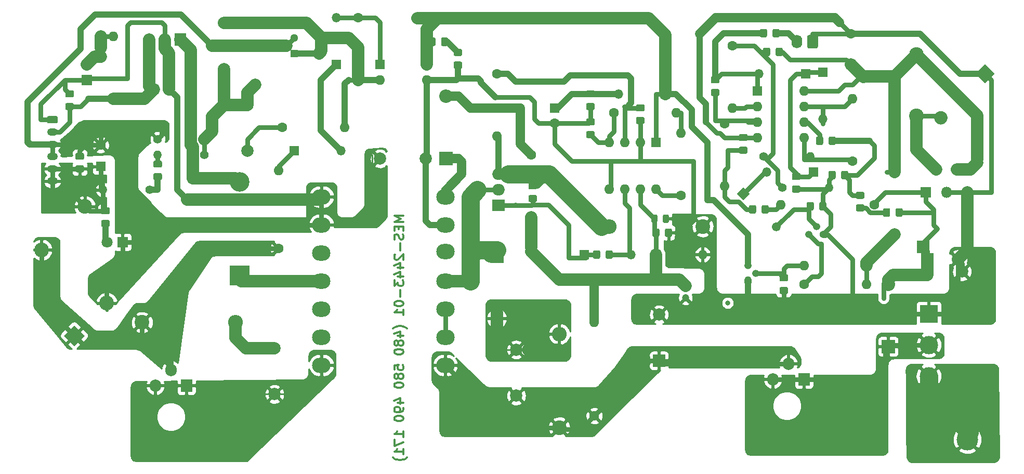
<source format=gbr>
%TF.GenerationSoftware,KiCad,Pcbnew,(5.1.6)-1*%
%TF.CreationDate,2021-01-03T22:36:31+05:30*%
%TF.ProjectId,supplyboard,73757070-6c79-4626-9f61-72642e6b6963,rev?*%
%TF.SameCoordinates,Original*%
%TF.FileFunction,Copper,L2,Bot*%
%TF.FilePolarity,Positive*%
%FSLAX46Y46*%
G04 Gerber Fmt 4.6, Leading zero omitted, Abs format (unit mm)*
G04 Created by KiCad (PCBNEW (5.1.6)-1) date 2021-01-03 22:36:31*
%MOMM*%
%LPD*%
G01*
G04 APERTURE LIST*
%TA.AperFunction,NonConductor*%
%ADD10C,0.300000*%
%TD*%
%TA.AperFunction,ComponentPad*%
%ADD11O,2.400000X2.400000*%
%TD*%
%TA.AperFunction,ComponentPad*%
%ADD12C,2.400000*%
%TD*%
%TA.AperFunction,ComponentPad*%
%ADD13O,3.200000X3.200000*%
%TD*%
%TA.AperFunction,ComponentPad*%
%ADD14R,3.200000X3.200000*%
%TD*%
%TA.AperFunction,ComponentPad*%
%ADD15C,1.600000*%
%TD*%
%TA.AperFunction,ComponentPad*%
%ADD16R,1.600000X1.600000*%
%TD*%
%TA.AperFunction,ComponentPad*%
%ADD17O,1.600000X1.600000*%
%TD*%
%TA.AperFunction,ComponentPad*%
%ADD18O,1.400000X1.400000*%
%TD*%
%TA.AperFunction,ComponentPad*%
%ADD19C,1.400000*%
%TD*%
%TA.AperFunction,ComponentPad*%
%ADD20O,1.750000X1.200000*%
%TD*%
%TA.AperFunction,ComponentPad*%
%ADD21R,1.200000X1.200000*%
%TD*%
%TA.AperFunction,ComponentPad*%
%ADD22C,1.200000*%
%TD*%
%TA.AperFunction,ComponentPad*%
%ADD23C,0.100000*%
%TD*%
%TA.AperFunction,ComponentPad*%
%ADD24C,3.500000*%
%TD*%
%TA.AperFunction,ComponentPad*%
%ADD25O,1.500000X1.500000*%
%TD*%
%TA.AperFunction,ComponentPad*%
%ADD26R,1.500000X1.500000*%
%TD*%
%TA.AperFunction,ComponentPad*%
%ADD27C,2.000000*%
%TD*%
%TA.AperFunction,ComponentPad*%
%ADD28R,2.000000X2.000000*%
%TD*%
%TA.AperFunction,ComponentPad*%
%ADD29O,3.000000X2.500000*%
%TD*%
%TA.AperFunction,ComponentPad*%
%ADD30O,2.200000X2.200000*%
%TD*%
%TA.AperFunction,ComponentPad*%
%ADD31R,2.200000X2.200000*%
%TD*%
%TA.AperFunction,ComponentPad*%
%ADD32C,1.800000*%
%TD*%
%TA.AperFunction,ComponentPad*%
%ADD33R,1.800000X1.800000*%
%TD*%
%TA.AperFunction,ComponentPad*%
%ADD34O,1.905000X2.000000*%
%TD*%
%TA.AperFunction,ComponentPad*%
%ADD35R,1.905000X2.000000*%
%TD*%
%TA.AperFunction,ComponentPad*%
%ADD36C,3.000000*%
%TD*%
%TA.AperFunction,ComponentPad*%
%ADD37R,3.000000X3.000000*%
%TD*%
%TA.AperFunction,ComponentPad*%
%ADD38O,1.800000X1.800000*%
%TD*%
%TA.AperFunction,ComponentPad*%
%ADD39O,1.740000X2.190000*%
%TD*%
%TA.AperFunction,ComponentPad*%
%ADD40O,1.200000X1.200000*%
%TD*%
%TA.AperFunction,ComponentPad*%
%ADD41O,1.600000X1.200000*%
%TD*%
%TA.AperFunction,ComponentPad*%
%ADD42R,2.000000X1.905000*%
%TD*%
%TA.AperFunction,ComponentPad*%
%ADD43O,2.000000X1.905000*%
%TD*%
%TA.AperFunction,ComponentPad*%
%ADD44O,1.200000X1.600000*%
%TD*%
%TA.AperFunction,ComponentPad*%
%ADD45C,1.300000*%
%TD*%
%TA.AperFunction,ComponentPad*%
%ADD46R,1.300000X1.300000*%
%TD*%
%TA.AperFunction,ViaPad*%
%ADD47C,0.800000*%
%TD*%
%TA.AperFunction,Conductor*%
%ADD48C,0.800000*%
%TD*%
%TA.AperFunction,Conductor*%
%ADD49C,2.000000*%
%TD*%
%TA.AperFunction,Conductor*%
%ADD50C,0.250000*%
%TD*%
%TA.AperFunction,Conductor*%
%ADD51C,1.000000*%
%TD*%
%TA.AperFunction,Conductor*%
%ADD52C,1.500000*%
%TD*%
%TA.AperFunction,Conductor*%
%ADD53C,3.000000*%
%TD*%
%TA.AperFunction,Conductor*%
%ADD54C,0.254000*%
%TD*%
G04 APERTURE END LIST*
D10*
X97833571Y-111552142D02*
X96333571Y-111552142D01*
X97405000Y-112052142D01*
X96333571Y-112552142D01*
X97833571Y-112552142D01*
X97047857Y-113266428D02*
X97047857Y-113766428D01*
X97833571Y-113980714D02*
X97833571Y-113266428D01*
X96333571Y-113266428D01*
X96333571Y-113980714D01*
X97762142Y-114552142D02*
X97833571Y-114766428D01*
X97833571Y-115123571D01*
X97762142Y-115266428D01*
X97690714Y-115337857D01*
X97547857Y-115409285D01*
X97405000Y-115409285D01*
X97262142Y-115337857D01*
X97190714Y-115266428D01*
X97119285Y-115123571D01*
X97047857Y-114837857D01*
X96976428Y-114695000D01*
X96905000Y-114623571D01*
X96762142Y-114552142D01*
X96619285Y-114552142D01*
X96476428Y-114623571D01*
X96405000Y-114695000D01*
X96333571Y-114837857D01*
X96333571Y-115195000D01*
X96405000Y-115409285D01*
X97262142Y-116052142D02*
X97262142Y-117195000D01*
X96476428Y-117837857D02*
X96405000Y-117909285D01*
X96333571Y-118052142D01*
X96333571Y-118409285D01*
X96405000Y-118552142D01*
X96476428Y-118623571D01*
X96619285Y-118695000D01*
X96762142Y-118695000D01*
X96976428Y-118623571D01*
X97833571Y-117766428D01*
X97833571Y-118695000D01*
X96833571Y-119980714D02*
X97833571Y-119980714D01*
X96262142Y-119623571D02*
X97333571Y-119266428D01*
X97333571Y-120195000D01*
X96833571Y-121409285D02*
X97833571Y-121409285D01*
X96262142Y-121052142D02*
X97333571Y-120695000D01*
X97333571Y-121623571D01*
X96333571Y-122052142D02*
X96333571Y-122980714D01*
X96905000Y-122480714D01*
X96905000Y-122695000D01*
X96976428Y-122837857D01*
X97047857Y-122909285D01*
X97190714Y-122980714D01*
X97547857Y-122980714D01*
X97690714Y-122909285D01*
X97762142Y-122837857D01*
X97833571Y-122695000D01*
X97833571Y-122266428D01*
X97762142Y-122123571D01*
X97690714Y-122052142D01*
X97262142Y-123623571D02*
X97262142Y-124766428D01*
X96333571Y-125766428D02*
X96333571Y-125909285D01*
X96405000Y-126052142D01*
X96476428Y-126123571D01*
X96619285Y-126195000D01*
X96905000Y-126266428D01*
X97262142Y-126266428D01*
X97547857Y-126195000D01*
X97690714Y-126123571D01*
X97762142Y-126052142D01*
X97833571Y-125909285D01*
X97833571Y-125766428D01*
X97762142Y-125623571D01*
X97690714Y-125552142D01*
X97547857Y-125480714D01*
X97262142Y-125409285D01*
X96905000Y-125409285D01*
X96619285Y-125480714D01*
X96476428Y-125552142D01*
X96405000Y-125623571D01*
X96333571Y-125766428D01*
X97833571Y-127695000D02*
X97833571Y-126837857D01*
X97833571Y-127266428D02*
X96333571Y-127266428D01*
X96547857Y-127123571D01*
X96690714Y-126980714D01*
X96762142Y-126837857D01*
X98405000Y-129909285D02*
X98333571Y-129837857D01*
X98119285Y-129695000D01*
X97976428Y-129623571D01*
X97762142Y-129552142D01*
X97405000Y-129480714D01*
X97119285Y-129480714D01*
X96762142Y-129552142D01*
X96547857Y-129623571D01*
X96405000Y-129695000D01*
X96190714Y-129837857D01*
X96119285Y-129909285D01*
X96833571Y-131123571D02*
X97833571Y-131123571D01*
X96262142Y-130766428D02*
X97333571Y-130409285D01*
X97333571Y-131337857D01*
X96976428Y-132123571D02*
X96905000Y-131980714D01*
X96833571Y-131909285D01*
X96690714Y-131837857D01*
X96619285Y-131837857D01*
X96476428Y-131909285D01*
X96405000Y-131980714D01*
X96333571Y-132123571D01*
X96333571Y-132409285D01*
X96405000Y-132552142D01*
X96476428Y-132623571D01*
X96619285Y-132695000D01*
X96690714Y-132695000D01*
X96833571Y-132623571D01*
X96905000Y-132552142D01*
X96976428Y-132409285D01*
X96976428Y-132123571D01*
X97047857Y-131980714D01*
X97119285Y-131909285D01*
X97262142Y-131837857D01*
X97547857Y-131837857D01*
X97690714Y-131909285D01*
X97762142Y-131980714D01*
X97833571Y-132123571D01*
X97833571Y-132409285D01*
X97762142Y-132552142D01*
X97690714Y-132623571D01*
X97547857Y-132695000D01*
X97262142Y-132695000D01*
X97119285Y-132623571D01*
X97047857Y-132552142D01*
X96976428Y-132409285D01*
X96333571Y-133623571D02*
X96333571Y-133766428D01*
X96405000Y-133909285D01*
X96476428Y-133980714D01*
X96619285Y-134052142D01*
X96905000Y-134123571D01*
X97262142Y-134123571D01*
X97547857Y-134052142D01*
X97690714Y-133980714D01*
X97762142Y-133909285D01*
X97833571Y-133766428D01*
X97833571Y-133623571D01*
X97762142Y-133480714D01*
X97690714Y-133409285D01*
X97547857Y-133337857D01*
X97262142Y-133266428D01*
X96905000Y-133266428D01*
X96619285Y-133337857D01*
X96476428Y-133409285D01*
X96405000Y-133480714D01*
X96333571Y-133623571D01*
X96333571Y-136623571D02*
X96333571Y-135909285D01*
X97047857Y-135837857D01*
X96976428Y-135909285D01*
X96905000Y-136052142D01*
X96905000Y-136409285D01*
X96976428Y-136552142D01*
X97047857Y-136623571D01*
X97190714Y-136695000D01*
X97547857Y-136695000D01*
X97690714Y-136623571D01*
X97762142Y-136552142D01*
X97833571Y-136409285D01*
X97833571Y-136052142D01*
X97762142Y-135909285D01*
X97690714Y-135837857D01*
X96976428Y-137552142D02*
X96905000Y-137409285D01*
X96833571Y-137337857D01*
X96690714Y-137266428D01*
X96619285Y-137266428D01*
X96476428Y-137337857D01*
X96405000Y-137409285D01*
X96333571Y-137552142D01*
X96333571Y-137837857D01*
X96405000Y-137980714D01*
X96476428Y-138052142D01*
X96619285Y-138123571D01*
X96690714Y-138123571D01*
X96833571Y-138052142D01*
X96905000Y-137980714D01*
X96976428Y-137837857D01*
X96976428Y-137552142D01*
X97047857Y-137409285D01*
X97119285Y-137337857D01*
X97262142Y-137266428D01*
X97547857Y-137266428D01*
X97690714Y-137337857D01*
X97762142Y-137409285D01*
X97833571Y-137552142D01*
X97833571Y-137837857D01*
X97762142Y-137980714D01*
X97690714Y-138052142D01*
X97547857Y-138123571D01*
X97262142Y-138123571D01*
X97119285Y-138052142D01*
X97047857Y-137980714D01*
X96976428Y-137837857D01*
X96333571Y-139052142D02*
X96333571Y-139195000D01*
X96405000Y-139337857D01*
X96476428Y-139409285D01*
X96619285Y-139480714D01*
X96905000Y-139552142D01*
X97262142Y-139552142D01*
X97547857Y-139480714D01*
X97690714Y-139409285D01*
X97762142Y-139337857D01*
X97833571Y-139195000D01*
X97833571Y-139052142D01*
X97762142Y-138909285D01*
X97690714Y-138837857D01*
X97547857Y-138766428D01*
X97262142Y-138695000D01*
X96905000Y-138695000D01*
X96619285Y-138766428D01*
X96476428Y-138837857D01*
X96405000Y-138909285D01*
X96333571Y-139052142D01*
X96833571Y-141980714D02*
X97833571Y-141980714D01*
X96262142Y-141623571D02*
X97333571Y-141266428D01*
X97333571Y-142195000D01*
X97833571Y-142837857D02*
X97833571Y-143123571D01*
X97762142Y-143266428D01*
X97690714Y-143337857D01*
X97476428Y-143480714D01*
X97190714Y-143552142D01*
X96619285Y-143552142D01*
X96476428Y-143480714D01*
X96405000Y-143409285D01*
X96333571Y-143266428D01*
X96333571Y-142980714D01*
X96405000Y-142837857D01*
X96476428Y-142766428D01*
X96619285Y-142695000D01*
X96976428Y-142695000D01*
X97119285Y-142766428D01*
X97190714Y-142837857D01*
X97262142Y-142980714D01*
X97262142Y-143266428D01*
X97190714Y-143409285D01*
X97119285Y-143480714D01*
X96976428Y-143552142D01*
X96333571Y-144480714D02*
X96333571Y-144623571D01*
X96405000Y-144766428D01*
X96476428Y-144837857D01*
X96619285Y-144909285D01*
X96905000Y-144980714D01*
X97262142Y-144980714D01*
X97547857Y-144909285D01*
X97690714Y-144837857D01*
X97762142Y-144766428D01*
X97833571Y-144623571D01*
X97833571Y-144480714D01*
X97762142Y-144337857D01*
X97690714Y-144266428D01*
X97547857Y-144195000D01*
X97262142Y-144123571D01*
X96905000Y-144123571D01*
X96619285Y-144195000D01*
X96476428Y-144266428D01*
X96405000Y-144337857D01*
X96333571Y-144480714D01*
X97833571Y-147552142D02*
X97833571Y-146695000D01*
X97833571Y-147123571D02*
X96333571Y-147123571D01*
X96547857Y-146980714D01*
X96690714Y-146837857D01*
X96762142Y-146695000D01*
X96333571Y-148052142D02*
X96333571Y-149052142D01*
X97833571Y-148409285D01*
X97833571Y-150409285D02*
X97833571Y-149552142D01*
X97833571Y-149980714D02*
X96333571Y-149980714D01*
X96547857Y-149837857D01*
X96690714Y-149695000D01*
X96762142Y-149552142D01*
X98405000Y-150909285D02*
X98333571Y-150980714D01*
X98119285Y-151123571D01*
X97976428Y-151195000D01*
X97762142Y-151266428D01*
X97405000Y-151337857D01*
X97119285Y-151337857D01*
X96762142Y-151266428D01*
X96547857Y-151195000D01*
X96405000Y-151123571D01*
X96190714Y-150980714D01*
X96119285Y-150909285D01*
D11*
%TO.P,R6,2*%
%TO.N,Net-(C1-Pad1)*%
X123190000Y-130810000D03*
D12*
%TO.P,R6,1*%
%TO.N,Net-(C1-Pad2)*%
X123190000Y-146050000D03*
%TD*%
D13*
%TO.P,D8,2*%
%TO.N,Net-(C20-Pad1)*%
X71120000Y-106045000D03*
D14*
%TO.P,D8,1*%
%TO.N,Net-(D8-Pad1)*%
X71120000Y-121285000D03*
%TD*%
D15*
%TO.P,C20,2*%
%TO.N,Earth*%
X63500000Y-108910000D03*
D16*
%TO.P,C20,1*%
%TO.N,Net-(C20-Pad1)*%
X63500000Y-105410000D03*
%TD*%
D17*
%TO.P,R19,2*%
%TO.N,Net-(D11-Pad1)*%
X77470000Y-104140000D03*
D15*
%TO.P,R19,1*%
%TO.N,OPTO_2*%
X77470000Y-116840000D03*
%TD*%
D18*
%TO.P,R25,2*%
%TO.N,Net-(R13-Pad1)*%
X57785000Y-101600000D03*
D19*
%TO.P,R25,1*%
%TO.N,Net-(C12-Pad1)*%
X65405000Y-101600000D03*
%TD*%
D18*
%TO.P,R21,2*%
%TO.N,Net-(C12-Pad1)*%
X65405000Y-99060000D03*
D19*
%TO.P,R21,1*%
%TO.N,Earth*%
X57785000Y-99060000D03*
%TD*%
D18*
%TO.P,R9,2*%
%TO.N,48V*%
X48895000Y-107315000D03*
D19*
%TO.P,R9,1*%
%TO.N,Net-(R13-Pad2)*%
X56515000Y-107315000D03*
%TD*%
D20*
%TO.P,J2,6*%
%TO.N,48V*%
X40640000Y-105885000D03*
%TO.P,J2,5*%
X40640000Y-103885000D03*
%TO.P,J2,4*%
%TO.N,Earth*%
X40640000Y-101885000D03*
%TO.P,J2,3*%
X40640000Y-99885000D03*
%TO.P,J2,2*%
%TO.N,5V*%
X40640000Y-97885000D03*
%TO.P,J2,1*%
%TO.N,Earth*%
%TA.AperFunction,ComponentPad*%
G36*
G01*
X40014999Y-95285000D02*
X41265001Y-95285000D01*
G75*
G02*
X41515000Y-95534999I0J-249999D01*
G01*
X41515000Y-96235001D01*
G75*
G02*
X41265001Y-96485000I-249999J0D01*
G01*
X40014999Y-96485000D01*
G75*
G02*
X39765000Y-96235001I0J249999D01*
G01*
X39765000Y-95534999D01*
G75*
G02*
X40014999Y-95285000I249999J0D01*
G01*
G37*
%TD.AperFunction*%
%TD*%
%TO.P,R35,2*%
%TO.N,Net-(R28-Pad1)*%
%TA.AperFunction,SMDPad,CuDef*%
G36*
G01*
X157538000Y-84385999D02*
X157538000Y-85286001D01*
G75*
G02*
X157288001Y-85536000I-249999J0D01*
G01*
X156637999Y-85536000D01*
G75*
G02*
X156388000Y-85286001I0J249999D01*
G01*
X156388000Y-84385999D01*
G75*
G02*
X156637999Y-84136000I249999J0D01*
G01*
X157288001Y-84136000D01*
G75*
G02*
X157538000Y-84385999I0J-249999D01*
G01*
G37*
%TD.AperFunction*%
%TO.P,R35,1*%
%TO.N,Net-(C8-Pad1)*%
%TA.AperFunction,SMDPad,CuDef*%
G36*
G01*
X159588000Y-84385999D02*
X159588000Y-85286001D01*
G75*
G02*
X159338001Y-85536000I-249999J0D01*
G01*
X158687999Y-85536000D01*
G75*
G02*
X158438000Y-85286001I0J249999D01*
G01*
X158438000Y-84385999D01*
G75*
G02*
X158687999Y-84136000I249999J0D01*
G01*
X159338001Y-84136000D01*
G75*
G02*
X159588000Y-84385999I0J-249999D01*
G01*
G37*
%TD.AperFunction*%
%TD*%
D17*
%TO.P,R31,2*%
%TO.N,Net-(R31-Pad2)*%
X159258000Y-109728000D03*
D15*
%TO.P,R31,1*%
%TO.N,Net-(C4-Pad1)*%
X174498000Y-109728000D03*
%TD*%
D18*
%TO.P,R30,2*%
%TO.N,Earth*%
X167132000Y-106934000D03*
D19*
%TO.P,R30,1*%
%TO.N,Net-(R28-Pad1)*%
X159512000Y-106934000D03*
%TD*%
D18*
%TO.P,R36,2*%
%TO.N,/INPUTB*%
X164084000Y-101854000D03*
D19*
%TO.P,R36,1*%
%TO.N,Net-(R28-Pad1)*%
X156464000Y-101854000D03*
%TD*%
D21*
%TO.P,C18,1*%
%TO.N,TO_FB1*%
X143764000Y-122936000D03*
D22*
%TO.P,C18,2*%
%TO.N,Earth*%
X143764000Y-124936000D03*
%TD*%
%TO.P,C9,2*%
%TO.N,Earth*%
%TA.AperFunction,SMDPad,CuDef*%
G36*
G01*
X140413000Y-114750001D02*
X140413000Y-113849999D01*
G75*
G02*
X140662999Y-113600000I249999J0D01*
G01*
X141313001Y-113600000D01*
G75*
G02*
X141563000Y-113849999I0J-249999D01*
G01*
X141563000Y-114750001D01*
G75*
G02*
X141313001Y-115000000I-249999J0D01*
G01*
X140662999Y-115000000D01*
G75*
G02*
X140413000Y-114750001I0J249999D01*
G01*
G37*
%TD.AperFunction*%
%TO.P,C9,1*%
%TO.N,TO_FB1*%
%TA.AperFunction,SMDPad,CuDef*%
G36*
G01*
X138363000Y-114750001D02*
X138363000Y-113849999D01*
G75*
G02*
X138612999Y-113600000I249999J0D01*
G01*
X139263001Y-113600000D01*
G75*
G02*
X139513000Y-113849999I0J-249999D01*
G01*
X139513000Y-114750001D01*
G75*
G02*
X139263001Y-115000000I-249999J0D01*
G01*
X138612999Y-115000000D01*
G75*
G02*
X138363000Y-114750001I0J249999D01*
G01*
G37*
%TD.AperFunction*%
%TD*%
%TO.P,R10,2*%
%TO.N,Net-(D2-Pad1)*%
%TA.AperFunction,SMDPad,CuDef*%
G36*
G01*
X129852000Y-117405999D02*
X129852000Y-118306001D01*
G75*
G02*
X129602001Y-118556000I-249999J0D01*
G01*
X128951999Y-118556000D01*
G75*
G02*
X128702000Y-118306001I0J249999D01*
G01*
X128702000Y-117405999D01*
G75*
G02*
X128951999Y-117156000I249999J0D01*
G01*
X129602001Y-117156000D01*
G75*
G02*
X129852000Y-117405999I0J-249999D01*
G01*
G37*
%TD.AperFunction*%
%TO.P,R10,1*%
%TO.N,Net-(D2-Pad2)*%
%TA.AperFunction,SMDPad,CuDef*%
G36*
G01*
X131902000Y-117405999D02*
X131902000Y-118306001D01*
G75*
G02*
X131652001Y-118556000I-249999J0D01*
G01*
X131001999Y-118556000D01*
G75*
G02*
X130752000Y-118306001I0J249999D01*
G01*
X130752000Y-117405999D01*
G75*
G02*
X131001999Y-117156000I249999J0D01*
G01*
X131652001Y-117156000D01*
G75*
G02*
X131902000Y-117405999I0J-249999D01*
G01*
G37*
%TD.AperFunction*%
%TD*%
%TO.P,D3,2*%
%TO.N,Net-(D3-Pad2)*%
%TA.AperFunction,ComponentPad*%
G36*
G01*
X186125612Y-94798388D02*
X186125612Y-94798388D01*
G75*
G02*
X186125612Y-96354022I-777817J-777817D01*
G01*
X186125612Y-96354022D01*
G75*
G02*
X184569978Y-96354022I-777817J777817D01*
G01*
X184569978Y-96354022D01*
G75*
G02*
X184569978Y-94798388I777817J777817D01*
G01*
X184569978Y-94798388D01*
G75*
G02*
X186125612Y-94798388I777817J-777817D01*
G01*
G37*
%TD.AperFunction*%
%TA.AperFunction,ComponentPad*%
D23*
%TO.P,D3,1*%
%TO.N,Earth*%
G36*
X192532000Y-86836365D02*
G01*
X194087635Y-88392000D01*
X192532000Y-89947635D01*
X190976365Y-88392000D01*
X192532000Y-86836365D01*
G37*
%TD.AperFunction*%
%TD*%
D24*
%TO.P,,*%
%TO.N,Net-(J1-Pad3)*%
X189675000Y-148005000D03*
%TD*%
D16*
%TO.P,C21,2*%
%TO.N,48V*%
X48514000Y-103505000D03*
D15*
%TO.P,C21,1*%
%TO.N,Earth*%
X48514000Y-100005000D03*
%TD*%
D25*
%TO.P,ZD,2*%
%TO.N,Earth*%
X146558000Y-117856000D03*
D26*
%TO.P,ZD,1*%
%TO.N,TO_FB1*%
X138938000Y-117856000D03*
%TD*%
D27*
%TO.P,C4,2*%
%TO.N,Earth*%
X188806144Y-120618000D03*
D28*
%TO.P,C4,1*%
%TO.N,Net-(C4-Pad1)*%
X182461856Y-116618000D03*
D27*
%TO.P,C4,2*%
%TO.N,Earth*%
X188134000Y-118618000D03*
D28*
%TO.P,C4,1*%
%TO.N,Net-(C4-Pad1)*%
X183134000Y-118618000D03*
%TD*%
D29*
%TO.P,T1,7*%
%TO.N,Earth*%
X84455000Y-113030000D03*
%TO.P,T1,6*%
%TO.N,Net-(D8-Pad1)*%
X84455000Y-122174000D03*
%TO.P,T1,14*%
%TO.N,Net-(C2-Pad2)*%
X84455000Y-135890000D03*
%TO.P,T1,3*%
%TO.N,Net-(D4-Pad1)*%
X104648000Y-122174000D03*
%TO.P,T1,2*%
%TO.N,Earth*%
X104648000Y-113030000D03*
%TO.P,T1,1*%
%TO.N,Net-(D6-Pad1)*%
X104648000Y-108458000D03*
%TO.P,T1,5*%
%TO.N,N/C*%
X104648000Y-126746000D03*
%TO.P,T1,13*%
X84455000Y-131318000D03*
%TO.P,T1,12*%
X84455000Y-126746000D03*
%TO.P,T1,11*%
X104648000Y-131318000D03*
%TO.P,T1,10*%
X84455000Y-117602000D03*
%TO.P,T1,*%
%TO.N,Earth*%
X84455000Y-108458000D03*
%TO.P,T1,8*%
%TO.N,N/C*%
X104648000Y-117348000D03*
%TO.P,T1,4*%
%TO.N,Net-(C1-Pad2)*%
X104648000Y-135890000D03*
%TD*%
D26*
%TO.P,D2,1*%
%TO.N,Net-(D2-Pad1)*%
X127254000Y-117856000D03*
D25*
%TO.P,D2,2*%
%TO.N,Net-(D2-Pad2)*%
X134874000Y-117856000D03*
%TD*%
%TO.P,D7,2*%
%TO.N,Net-(C3-Pad1)*%
X132842000Y-91694000D03*
D26*
%TO.P,D7,1*%
%TO.N,OPTO_POS+*%
X140462000Y-91694000D03*
%TD*%
%TO.P,D10,1*%
%TO.N,/Qin*%
X166116000Y-88138000D03*
D25*
%TO.P,D10,2*%
%TO.N,Net-(D10-Pad2)*%
X166116000Y-95758000D03*
%TD*%
D26*
%TO.P,D9,1*%
%TO.N,/Qin*%
X163322000Y-88392000D03*
D25*
%TO.P,D9,2*%
%TO.N,Net-(D9-Pad2)*%
X155702000Y-88392000D03*
%TD*%
%TO.P,D14,2*%
%TO.N,Net-(D13-Pad1)*%
X156972000Y-104394000D03*
D26*
%TO.P,D14,1*%
%TO.N,/Qin*%
X164592000Y-104394000D03*
%TD*%
%TA.AperFunction,ComponentPad*%
D23*
%TO.P,D13,1*%
%TO.N,Net-(D13-Pad1)*%
G36*
X152101340Y-107950000D02*
G01*
X153162000Y-106889340D01*
X154222660Y-107950000D01*
X153162000Y-109010660D01*
X152101340Y-107950000D01*
G37*
%TD.AperFunction*%
%TO.P,D13,2*%
%TO.N,Net-(D13-Pad2)*%
%TA.AperFunction,ComponentPad*%
G36*
G01*
X158019824Y-112807824D02*
X158019824Y-112807824D01*
G75*
G02*
X159080484Y-112807824I530330J-530330D01*
G01*
X159080484Y-112807824D01*
G75*
G02*
X159080484Y-113868484I-530330J-530330D01*
G01*
X159080484Y-113868484D01*
G75*
G02*
X158019824Y-113868484I-530330J530330D01*
G01*
X158019824Y-113868484D01*
G75*
G02*
X158019824Y-112807824I530330J530330D01*
G01*
G37*
%TD.AperFunction*%
%TD*%
D11*
%TO.P,R4,2*%
%TO.N,Net-(Q4-Pad3)*%
X131318000Y-113284000D03*
D12*
%TO.P,R4,1*%
%TO.N,Earth*%
X146558000Y-113284000D03*
%TD*%
D30*
%TO.P,D4,2*%
%TO.N,Net-(C1-Pad1)*%
X113030000Y-128270000D03*
D31*
%TO.P,D4,1*%
%TO.N,Net-(D4-Pad1)*%
X113030000Y-118110000D03*
%TD*%
D32*
%TO.P,LED1,2*%
%TO.N,Net-(LED1-Pad2)*%
X49530000Y-115824000D03*
D33*
%TO.P,LED1,1*%
%TO.N,Earth*%
X52070000Y-115824000D03*
%TD*%
D32*
%TO.P,LED2,2*%
%TO.N,Net-(LED2-Pad2)*%
X46228000Y-86868000D03*
D33*
%TO.P,LED2,1*%
%TO.N,Earth*%
X46228000Y-89408000D03*
%TD*%
D34*
%TO.P,Q2,3*%
%TO.N,Net-(C2-Pad2)*%
X57404000Y-139192000D03*
%TO.P,Q2,2*%
%TO.N,OPTO_2*%
X59944000Y-136652000D03*
D35*
%TO.P,Q2,1*%
%TO.N,Net-(C2-Pad2)*%
X62484000Y-139192000D03*
%TD*%
D34*
%TO.P,Q1,3*%
%TO.N,358IN*%
X157988000Y-138176000D03*
%TO.P,Q1,2*%
%TO.N,Net-(C1-Pad2)*%
X160528000Y-135636000D03*
D35*
%TO.P,Q1,1*%
%TO.N,358IN*%
X163068000Y-138176000D03*
%TD*%
D30*
%TO.P,D1,2*%
%TO.N,Net-(C4-Pad1)*%
X176784000Y-122682000D03*
D31*
%TO.P,D1,1*%
%TO.N,358IN*%
X176784000Y-132842000D03*
%TD*%
D30*
%TO.P,D6,2*%
%TO.N,Net-(C18-Pad1)*%
X104775000Y-92075000D03*
D31*
%TO.P,D6,1*%
%TO.N,Net-(D6-Pad1)*%
X104775000Y-102235000D03*
%TD*%
D17*
%TO.P,R42,2*%
%TO.N,Net-(C8-Pad1)*%
X177800000Y-104394000D03*
D15*
%TO.P,R42,1*%
%TO.N,Net-(R42-Pad1)*%
X177800000Y-114554000D03*
%TD*%
D36*
%TO.P,J1,3*%
%TO.N,Net-(J1-Pad3)*%
X183388000Y-137668000D03*
%TO.P,J1,2*%
%TO.N,358IN*%
X183388000Y-132588000D03*
D37*
%TO.P,J1,1*%
%TO.N,Earth*%
X183388000Y-127508000D03*
%TD*%
D11*
%TO.P,R2,2*%
%TO.N,Net-(C2-Pad1)*%
X70485000Y-128905000D03*
D12*
%TO.P,R2,1*%
%TO.N,OPTO_2*%
X55245000Y-128905000D03*
%TD*%
%TO.P,L1,2*%
%TO.N,48V*%
X45933068Y-110022932D03*
%TO.P,L1,1*%
%TO.N,OPTO_2*%
X38862000Y-117094000D03*
%TD*%
%TO.P,L2,2*%
%TO.N,Net-(C8-Pad1)*%
X181356000Y-85250000D03*
%TO.P,L2,1*%
%TO.N,Net-(D3-Pad2)*%
X181356000Y-95250000D03*
%TD*%
D38*
%TO.P,U6,5*%
%TO.N,Earth*%
X189680000Y-107696000D03*
%TO.P,U6,4*%
%TO.N,Net-(C8-Pad1)*%
X187980000Y-103996000D03*
%TO.P,U6,3*%
%TO.N,Earth*%
X186280000Y-107696000D03*
%TO.P,U6,2*%
%TO.N,Net-(D3-Pad2)*%
X184580000Y-103996000D03*
D33*
%TO.P,U6,1*%
%TO.N,Net-(C4-Pad1)*%
X182880000Y-107696000D03*
%TD*%
%TO.P,C7,2*%
%TO.N,Earth*%
%TA.AperFunction,SMDPad,CuDef*%
G36*
G01*
X140071500Y-112470250D02*
X140071500Y-111557750D01*
G75*
G02*
X140315250Y-111314000I243750J0D01*
G01*
X140802750Y-111314000D01*
G75*
G02*
X141046500Y-111557750I0J-243750D01*
G01*
X141046500Y-112470250D01*
G75*
G02*
X140802750Y-112714000I-243750J0D01*
G01*
X140315250Y-112714000D01*
G75*
G02*
X140071500Y-112470250I0J243750D01*
G01*
G37*
%TD.AperFunction*%
%TO.P,C7,1*%
%TO.N,TO_FB1*%
%TA.AperFunction,SMDPad,CuDef*%
G36*
G01*
X138196500Y-112470250D02*
X138196500Y-111557750D01*
G75*
G02*
X138440250Y-111314000I243750J0D01*
G01*
X138927750Y-111314000D01*
G75*
G02*
X139171500Y-111557750I0J-243750D01*
G01*
X139171500Y-112470250D01*
G75*
G02*
X138927750Y-112714000I-243750J0D01*
G01*
X138440250Y-112714000D01*
G75*
G02*
X138196500Y-112470250I0J243750D01*
G01*
G37*
%TD.AperFunction*%
%TD*%
D15*
%TO.P,C8,2*%
%TO.N,Earth*%
X170688000Y-81868000D03*
D16*
%TO.P,C8,1*%
%TO.N,Net-(C8-Pad1)*%
X170688000Y-86868000D03*
%TD*%
D17*
%TO.P,R45,2*%
%TO.N,Net-(D10-Pad2)*%
X170942000Y-92456000D03*
D15*
%TO.P,R45,1*%
%TO.N,/INPUTB*%
X170942000Y-102616000D03*
%TD*%
%TO.P,R1,2*%
%TO.N,Net-(C3-Pad1)*%
%TA.AperFunction,SMDPad,CuDef*%
G36*
G01*
X128720001Y-92260000D02*
X127819999Y-92260000D01*
G75*
G02*
X127570000Y-92010001I0J249999D01*
G01*
X127570000Y-91359999D01*
G75*
G02*
X127819999Y-91110000I249999J0D01*
G01*
X128720001Y-91110000D01*
G75*
G02*
X128970000Y-91359999I0J-249999D01*
G01*
X128970000Y-92010001D01*
G75*
G02*
X128720001Y-92260000I-249999J0D01*
G01*
G37*
%TD.AperFunction*%
%TO.P,R1,1*%
%TO.N,Earth*%
%TA.AperFunction,SMDPad,CuDef*%
G36*
G01*
X128720001Y-94310000D02*
X127819999Y-94310000D01*
G75*
G02*
X127570000Y-94060001I0J249999D01*
G01*
X127570000Y-93409999D01*
G75*
G02*
X127819999Y-93160000I249999J0D01*
G01*
X128720001Y-93160000D01*
G75*
G02*
X128970000Y-93409999I0J-249999D01*
G01*
X128970000Y-94060001D01*
G75*
G02*
X128720001Y-94310000I-249999J0D01*
G01*
G37*
%TD.AperFunction*%
%TD*%
D17*
%TO.P,R27,2*%
%TO.N,Net-(R14-Pad2)*%
X142240000Y-94742000D03*
D15*
%TO.P,R27,1*%
%TO.N,Net-(C14-Pad2)*%
X132080000Y-94742000D03*
%TD*%
%TO.P,C3,2*%
%TO.N,Earth*%
X122428000Y-96480000D03*
D16*
%TO.P,C3,1*%
%TO.N,Net-(C3-Pad1)*%
X122428000Y-93980000D03*
%TD*%
%TO.P,C15,2*%
%TO.N,Net-(C15-Pad2)*%
%TA.AperFunction,SMDPad,CuDef*%
G36*
G01*
X136848001Y-94537000D02*
X135947999Y-94537000D01*
G75*
G02*
X135698000Y-94287001I0J249999D01*
G01*
X135698000Y-93636999D01*
G75*
G02*
X135947999Y-93387000I249999J0D01*
G01*
X136848001Y-93387000D01*
G75*
G02*
X137098000Y-93636999I0J-249999D01*
G01*
X137098000Y-94287001D01*
G75*
G02*
X136848001Y-94537000I-249999J0D01*
G01*
G37*
%TD.AperFunction*%
%TO.P,C15,1*%
%TO.N,Earth*%
%TA.AperFunction,SMDPad,CuDef*%
G36*
G01*
X136848001Y-96587000D02*
X135947999Y-96587000D01*
G75*
G02*
X135698000Y-96337001I0J249999D01*
G01*
X135698000Y-95686999D01*
G75*
G02*
X135947999Y-95437000I249999J0D01*
G01*
X136848001Y-95437000D01*
G75*
G02*
X137098000Y-95686999I0J-249999D01*
G01*
X137098000Y-96337001D01*
G75*
G02*
X136848001Y-96587000I-249999J0D01*
G01*
G37*
%TD.AperFunction*%
%TD*%
D17*
%TO.P,R46,2*%
%TO.N,Net-(Q5-Pad2)*%
X163068000Y-119634000D03*
D15*
%TO.P,R46,1*%
%TO.N,Net-(R42-Pad1)*%
X173228000Y-119634000D03*
%TD*%
D17*
%TO.P,R47,2*%
%TO.N,Net-(R42-Pad1)*%
X173228000Y-122682000D03*
D15*
%TO.P,R47,1*%
%TO.N,Net-(Q3-Pad3)*%
X163068000Y-122682000D03*
%TD*%
%TO.P,C6,2*%
%TO.N,48V*%
%TA.AperFunction,SMDPad,CuDef*%
G36*
G01*
X44634999Y-103320000D02*
X45535001Y-103320000D01*
G75*
G02*
X45785000Y-103569999I0J-249999D01*
G01*
X45785000Y-104220001D01*
G75*
G02*
X45535001Y-104470000I-249999J0D01*
G01*
X44634999Y-104470000D01*
G75*
G02*
X44385000Y-104220001I0J249999D01*
G01*
X44385000Y-103569999D01*
G75*
G02*
X44634999Y-103320000I249999J0D01*
G01*
G37*
%TD.AperFunction*%
%TO.P,C6,1*%
%TO.N,Earth*%
%TA.AperFunction,SMDPad,CuDef*%
G36*
G01*
X44634999Y-101270000D02*
X45535001Y-101270000D01*
G75*
G02*
X45785000Y-101519999I0J-249999D01*
G01*
X45785000Y-102170001D01*
G75*
G02*
X45535001Y-102420000I-249999J0D01*
G01*
X44634999Y-102420000D01*
G75*
G02*
X44385000Y-102170001I0J249999D01*
G01*
X44385000Y-101519999D01*
G75*
G02*
X44634999Y-101270000I249999J0D01*
G01*
G37*
%TD.AperFunction*%
%TD*%
D17*
%TO.P,R12,2*%
%TO.N,Net-(LED2-Pad2)*%
X50546000Y-82296000D03*
D15*
%TO.P,R12,1*%
%TO.N,5V*%
X50546000Y-92456000D03*
%TD*%
%TO.P,C16,2*%
%TO.N,Earth*%
X59650000Y-90932000D03*
D16*
%TO.P,C16,1*%
%TO.N,5V*%
X57150000Y-90932000D03*
%TD*%
D27*
%TO.P,C12,2*%
%TO.N,Net-(C12-Pad2)*%
X68580000Y-80130000D03*
%TO.P,C12,1*%
%TO.N,Net-(C12-Pad1)*%
X68580000Y-87630000D03*
%TD*%
%TO.P,R7,2*%
%TO.N,Net-(C11-Pad2)*%
%TA.AperFunction,SMDPad,CuDef*%
G36*
G01*
X103955000Y-83635001D02*
X103955000Y-82734999D01*
G75*
G02*
X104204999Y-82485000I249999J0D01*
G01*
X104855001Y-82485000D01*
G75*
G02*
X105105000Y-82734999I0J-249999D01*
G01*
X105105000Y-83635001D01*
G75*
G02*
X104855001Y-83885000I-249999J0D01*
G01*
X104204999Y-83885000D01*
G75*
G02*
X103955000Y-83635001I0J249999D01*
G01*
G37*
%TD.AperFunction*%
%TO.P,R7,1*%
%TO.N,OPTO_POS+*%
%TA.AperFunction,SMDPad,CuDef*%
G36*
G01*
X101905000Y-83635001D02*
X101905000Y-82734999D01*
G75*
G02*
X102154999Y-82485000I249999J0D01*
G01*
X102805001Y-82485000D01*
G75*
G02*
X103055000Y-82734999I0J-249999D01*
G01*
X103055000Y-83635001D01*
G75*
G02*
X102805001Y-83885000I-249999J0D01*
G01*
X102154999Y-83885000D01*
G75*
G02*
X101905000Y-83635001I0J249999D01*
G01*
G37*
%TD.AperFunction*%
%TD*%
D17*
%TO.P,R14,2*%
%TO.N,Net-(R14-Pad2)*%
X143002000Y-98044000D03*
D15*
%TO.P,R14,1*%
%TO.N,Net-(R14-Pad1)*%
X143002000Y-108204000D03*
%TD*%
D17*
%TO.P,R29,2*%
%TO.N,Net-(R29-Pad2)*%
X150114000Y-106680000D03*
D15*
%TO.P,R29,1*%
%TO.N,Net-(R29-Pad1)*%
X150114000Y-96520000D03*
%TD*%
D17*
%TO.P,R28,2*%
%TO.N,Net-(R28-Pad2)*%
X151384000Y-93980000D03*
D15*
%TO.P,R28,1*%
%TO.N,Net-(R28-Pad1)*%
X151384000Y-83820000D03*
%TD*%
D17*
%TO.P,R20,2*%
%TO.N,Net-(C12-Pad2)*%
X88265000Y-97155000D03*
D15*
%TO.P,R20,1*%
%TO.N,Net-(C13-Pad1)*%
X78105000Y-97155000D03*
%TD*%
D17*
%TO.P,R18,2*%
%TO.N,Net-(Q4-Pad3)*%
X113030000Y-98552000D03*
D15*
%TO.P,R18,1*%
%TO.N,Net-(C15-Pad2)*%
X113030000Y-88392000D03*
%TD*%
D17*
%TO.P,R5,2*%
%TO.N,TO_FB1*%
X118618000Y-111760000D03*
D15*
%TO.P,R5,1*%
%TO.N,Net-(C18-Pad1)*%
X118618000Y-101600000D03*
%TD*%
D17*
%TO.P,R16,2*%
%TO.N,Net-(C12-Pad2)*%
X90424000Y-89408000D03*
D15*
%TO.P,R16,1*%
%TO.N,Net-(D5-Pad2)*%
X90424000Y-79248000D03*
%TD*%
D17*
%TO.P,R17,2*%
%TO.N,Net-(C12-Pad1)*%
X73660000Y-90170000D03*
D15*
%TO.P,R17,1*%
%TO.N,Net-(C12-Pad2)*%
X73660000Y-80010000D03*
%TD*%
%TO.P,R8,2*%
%TO.N,48V*%
%TA.AperFunction,SMDPad,CuDef*%
G36*
G01*
X49726001Y-111310000D02*
X48825999Y-111310000D01*
G75*
G02*
X48576000Y-111060001I0J249999D01*
G01*
X48576000Y-110409999D01*
G75*
G02*
X48825999Y-110160000I249999J0D01*
G01*
X49726001Y-110160000D01*
G75*
G02*
X49976000Y-110409999I0J-249999D01*
G01*
X49976000Y-111060001D01*
G75*
G02*
X49726001Y-111310000I-249999J0D01*
G01*
G37*
%TD.AperFunction*%
%TO.P,R8,1*%
%TO.N,Net-(LED1-Pad2)*%
%TA.AperFunction,SMDPad,CuDef*%
G36*
G01*
X49726001Y-113360000D02*
X48825999Y-113360000D01*
G75*
G02*
X48576000Y-113110001I0J249999D01*
G01*
X48576000Y-112459999D01*
G75*
G02*
X48825999Y-112210000I249999J0D01*
G01*
X49726001Y-112210000D01*
G75*
G02*
X49976000Y-112459999I0J-249999D01*
G01*
X49976000Y-113110001D01*
G75*
G02*
X49726001Y-113360000I-249999J0D01*
G01*
G37*
%TD.AperFunction*%
%TD*%
D12*
%TO.P,C19,2*%
%TO.N,Earth*%
X49499301Y-125760699D03*
%TA.AperFunction,ComponentPad*%
D23*
%TO.P,C19,1*%
%TO.N,OPTO_2*%
G36*
X44196000Y-132761056D02*
G01*
X42498944Y-131064000D01*
X44196000Y-129366944D01*
X45893056Y-131064000D01*
X44196000Y-132761056D01*
G37*
%TD.AperFunction*%
%TD*%
%TO.P,R15,2*%
%TO.N,Net-(Q4-Pad3)*%
%TA.AperFunction,SMDPad,CuDef*%
G36*
G01*
X119322001Y-107246000D02*
X118421999Y-107246000D01*
G75*
G02*
X118172000Y-106996001I0J249999D01*
G01*
X118172000Y-106345999D01*
G75*
G02*
X118421999Y-106096000I249999J0D01*
G01*
X119322001Y-106096000D01*
G75*
G02*
X119572000Y-106345999I0J-249999D01*
G01*
X119572000Y-106996001D01*
G75*
G02*
X119322001Y-107246000I-249999J0D01*
G01*
G37*
%TD.AperFunction*%
%TO.P,R15,1*%
%TO.N,Net-(D2-Pad1)*%
%TA.AperFunction,SMDPad,CuDef*%
G36*
G01*
X119322001Y-109296000D02*
X118421999Y-109296000D01*
G75*
G02*
X118172000Y-109046001I0J249999D01*
G01*
X118172000Y-108395999D01*
G75*
G02*
X118421999Y-108146000I249999J0D01*
G01*
X119322001Y-108146000D01*
G75*
G02*
X119572000Y-108395999I0J-249999D01*
G01*
X119572000Y-109046001D01*
G75*
G02*
X119322001Y-109296000I-249999J0D01*
G01*
G37*
%TD.AperFunction*%
%TD*%
%TO.P,R11,2*%
%TO.N,Earth*%
%TA.AperFunction,SMDPad,CuDef*%
G36*
G01*
X165550000Y-110432001D02*
X165550000Y-109531999D01*
G75*
G02*
X165799999Y-109282000I249999J0D01*
G01*
X166450001Y-109282000D01*
G75*
G02*
X166700000Y-109531999I0J-249999D01*
G01*
X166700000Y-110432001D01*
G75*
G02*
X166450001Y-110682000I-249999J0D01*
G01*
X165799999Y-110682000D01*
G75*
G02*
X165550000Y-110432001I0J249999D01*
G01*
G37*
%TD.AperFunction*%
%TO.P,R11,1*%
%TO.N,Net-(D13-Pad2)*%
%TA.AperFunction,SMDPad,CuDef*%
G36*
G01*
X163500000Y-110432001D02*
X163500000Y-109531999D01*
G75*
G02*
X163749999Y-109282000I249999J0D01*
G01*
X164400001Y-109282000D01*
G75*
G02*
X164650000Y-109531999I0J-249999D01*
G01*
X164650000Y-110432001D01*
G75*
G02*
X164400001Y-110682000I-249999J0D01*
G01*
X163749999Y-110682000D01*
G75*
G02*
X163500000Y-110432001I0J249999D01*
G01*
G37*
%TD.AperFunction*%
%TD*%
%TO.P,R13,2*%
%TO.N,Net-(R13-Pad2)*%
%TA.AperFunction,SMDPad,CuDef*%
G36*
G01*
X57334999Y-104590000D02*
X58235001Y-104590000D01*
G75*
G02*
X58485000Y-104839999I0J-249999D01*
G01*
X58485000Y-105490001D01*
G75*
G02*
X58235001Y-105740000I-249999J0D01*
G01*
X57334999Y-105740000D01*
G75*
G02*
X57085000Y-105490001I0J249999D01*
G01*
X57085000Y-104839999D01*
G75*
G02*
X57334999Y-104590000I249999J0D01*
G01*
G37*
%TD.AperFunction*%
%TO.P,R13,1*%
%TO.N,Net-(R13-Pad1)*%
%TA.AperFunction,SMDPad,CuDef*%
G36*
G01*
X57334999Y-102540000D02*
X58235001Y-102540000D01*
G75*
G02*
X58485000Y-102789999I0J-249999D01*
G01*
X58485000Y-103440001D01*
G75*
G02*
X58235001Y-103690000I-249999J0D01*
G01*
X57334999Y-103690000D01*
G75*
G02*
X57085000Y-103440001I0J249999D01*
G01*
X57085000Y-102789999D01*
G75*
G02*
X57334999Y-102540000I249999J0D01*
G01*
G37*
%TD.AperFunction*%
%TD*%
%TO.P,R32,2*%
%TO.N,Net-(R31-Pad2)*%
%TA.AperFunction,SMDPad,CuDef*%
G36*
G01*
X156152000Y-110940001D02*
X156152000Y-110039999D01*
G75*
G02*
X156401999Y-109790000I249999J0D01*
G01*
X157052001Y-109790000D01*
G75*
G02*
X157302000Y-110039999I0J-249999D01*
G01*
X157302000Y-110940001D01*
G75*
G02*
X157052001Y-111190000I-249999J0D01*
G01*
X156401999Y-111190000D01*
G75*
G02*
X156152000Y-110940001I0J249999D01*
G01*
G37*
%TD.AperFunction*%
%TO.P,R32,1*%
%TO.N,Net-(R29-Pad2)*%
%TA.AperFunction,SMDPad,CuDef*%
G36*
G01*
X154102000Y-110940001D02*
X154102000Y-110039999D01*
G75*
G02*
X154351999Y-109790000I249999J0D01*
G01*
X155002001Y-109790000D01*
G75*
G02*
X155252000Y-110039999I0J-249999D01*
G01*
X155252000Y-110940001D01*
G75*
G02*
X155002001Y-111190000I-249999J0D01*
G01*
X154351999Y-111190000D01*
G75*
G02*
X154102000Y-110940001I0J249999D01*
G01*
G37*
%TD.AperFunction*%
%TD*%
%TO.P,R33,2*%
%TO.N,Net-(R29-Pad2)*%
%TA.AperFunction,SMDPad,CuDef*%
G36*
G01*
X152711999Y-100272000D02*
X153612001Y-100272000D01*
G75*
G02*
X153862000Y-100521999I0J-249999D01*
G01*
X153862000Y-101172001D01*
G75*
G02*
X153612001Y-101422000I-249999J0D01*
G01*
X152711999Y-101422000D01*
G75*
G02*
X152462000Y-101172001I0J249999D01*
G01*
X152462000Y-100521999D01*
G75*
G02*
X152711999Y-100272000I249999J0D01*
G01*
G37*
%TD.AperFunction*%
%TO.P,R33,1*%
%TO.N,Earth*%
%TA.AperFunction,SMDPad,CuDef*%
G36*
G01*
X152711999Y-98222000D02*
X153612001Y-98222000D01*
G75*
G02*
X153862000Y-98471999I0J-249999D01*
G01*
X153862000Y-99122001D01*
G75*
G02*
X153612001Y-99372000I-249999J0D01*
G01*
X152711999Y-99372000D01*
G75*
G02*
X152462000Y-99122001I0J249999D01*
G01*
X152462000Y-98471999D01*
G75*
G02*
X152711999Y-98222000I249999J0D01*
G01*
G37*
%TD.AperFunction*%
%TD*%
%TO.P,R37,2*%
%TO.N,Net-(R37-Pad2)*%
%TA.AperFunction,SMDPad,CuDef*%
G36*
G01*
X167074000Y-99764001D02*
X167074000Y-98863999D01*
G75*
G02*
X167323999Y-98614000I249999J0D01*
G01*
X167974001Y-98614000D01*
G75*
G02*
X168224000Y-98863999I0J-249999D01*
G01*
X168224000Y-99764001D01*
G75*
G02*
X167974001Y-100014000I-249999J0D01*
G01*
X167323999Y-100014000D01*
G75*
G02*
X167074000Y-99764001I0J249999D01*
G01*
G37*
%TD.AperFunction*%
%TO.P,R37,1*%
%TO.N,Net-(R37-Pad1)*%
%TA.AperFunction,SMDPad,CuDef*%
G36*
G01*
X165024000Y-99764001D02*
X165024000Y-98863999D01*
G75*
G02*
X165273999Y-98614000I249999J0D01*
G01*
X165924001Y-98614000D01*
G75*
G02*
X166174000Y-98863999I0J-249999D01*
G01*
X166174000Y-99764001D01*
G75*
G02*
X165924001Y-100014000I-249999J0D01*
G01*
X165273999Y-100014000D01*
G75*
G02*
X165024000Y-99764001I0J249999D01*
G01*
G37*
%TD.AperFunction*%
%TD*%
%TO.P,R38,2*%
%TO.N,Net-(R38-Pad2)*%
%TA.AperFunction,SMDPad,CuDef*%
G36*
G01*
X171761999Y-109679000D02*
X172662001Y-109679000D01*
G75*
G02*
X172912000Y-109928999I0J-249999D01*
G01*
X172912000Y-110579001D01*
G75*
G02*
X172662001Y-110829000I-249999J0D01*
G01*
X171761999Y-110829000D01*
G75*
G02*
X171512000Y-110579001I0J249999D01*
G01*
X171512000Y-109928999D01*
G75*
G02*
X171761999Y-109679000I249999J0D01*
G01*
G37*
%TD.AperFunction*%
%TO.P,R38,1*%
%TO.N,Net-(R37-Pad2)*%
%TA.AperFunction,SMDPad,CuDef*%
G36*
G01*
X171761999Y-107629000D02*
X172662001Y-107629000D01*
G75*
G02*
X172912000Y-107878999I0J-249999D01*
G01*
X172912000Y-108529001D01*
G75*
G02*
X172662001Y-108779000I-249999J0D01*
G01*
X171761999Y-108779000D01*
G75*
G02*
X171512000Y-108529001I0J249999D01*
G01*
X171512000Y-107878999D01*
G75*
G02*
X171761999Y-107629000I249999J0D01*
G01*
G37*
%TD.AperFunction*%
%TD*%
%TO.P,R39,2*%
%TO.N,Net-(R37-Pad2)*%
%TA.AperFunction,SMDPad,CuDef*%
G36*
G01*
X169106000Y-105352001D02*
X169106000Y-104451999D01*
G75*
G02*
X169355999Y-104202000I249999J0D01*
G01*
X170006001Y-104202000D01*
G75*
G02*
X170256000Y-104451999I0J-249999D01*
G01*
X170256000Y-105352001D01*
G75*
G02*
X170006001Y-105602000I-249999J0D01*
G01*
X169355999Y-105602000D01*
G75*
G02*
X169106000Y-105352001I0J249999D01*
G01*
G37*
%TD.AperFunction*%
%TO.P,R39,1*%
%TO.N,Earth*%
%TA.AperFunction,SMDPad,CuDef*%
G36*
G01*
X167056000Y-105352001D02*
X167056000Y-104451999D01*
G75*
G02*
X167305999Y-104202000I249999J0D01*
G01*
X167956001Y-104202000D01*
G75*
G02*
X168206000Y-104451999I0J-249999D01*
G01*
X168206000Y-105352001D01*
G75*
G02*
X167956001Y-105602000I-249999J0D01*
G01*
X167305999Y-105602000D01*
G75*
G02*
X167056000Y-105352001I0J249999D01*
G01*
G37*
%TD.AperFunction*%
%TD*%
%TO.P,R40,2*%
%TO.N,Earth*%
%TA.AperFunction,SMDPad,CuDef*%
G36*
G01*
X159315999Y-123132000D02*
X160216001Y-123132000D01*
G75*
G02*
X160466000Y-123381999I0J-249999D01*
G01*
X160466000Y-124032001D01*
G75*
G02*
X160216001Y-124282000I-249999J0D01*
G01*
X159315999Y-124282000D01*
G75*
G02*
X159066000Y-124032001I0J249999D01*
G01*
X159066000Y-123381999D01*
G75*
G02*
X159315999Y-123132000I249999J0D01*
G01*
G37*
%TD.AperFunction*%
%TO.P,R40,1*%
%TO.N,Net-(Q5-Pad2)*%
%TA.AperFunction,SMDPad,CuDef*%
G36*
G01*
X159315999Y-121082000D02*
X160216001Y-121082000D01*
G75*
G02*
X160466000Y-121331999I0J-249999D01*
G01*
X160466000Y-121982001D01*
G75*
G02*
X160216001Y-122232000I-249999J0D01*
G01*
X159315999Y-122232000D01*
G75*
G02*
X159066000Y-121982001I0J249999D01*
G01*
X159066000Y-121331999D01*
G75*
G02*
X159315999Y-121082000I249999J0D01*
G01*
G37*
%TD.AperFunction*%
%TD*%
%TO.P,R41,2*%
%TO.N,Net-(R38-Pad2)*%
%TA.AperFunction,SMDPad,CuDef*%
G36*
G01*
X177087000Y-110547999D02*
X177087000Y-111448001D01*
G75*
G02*
X176837001Y-111698000I-249999J0D01*
G01*
X176186999Y-111698000D01*
G75*
G02*
X175937000Y-111448001I0J249999D01*
G01*
X175937000Y-110547999D01*
G75*
G02*
X176186999Y-110298000I249999J0D01*
G01*
X176837001Y-110298000D01*
G75*
G02*
X177087000Y-110547999I0J-249999D01*
G01*
G37*
%TD.AperFunction*%
%TO.P,R41,1*%
%TO.N,Net-(C4-Pad1)*%
%TA.AperFunction,SMDPad,CuDef*%
G36*
G01*
X179137000Y-110547999D02*
X179137000Y-111448001D01*
G75*
G02*
X178887001Y-111698000I-249999J0D01*
G01*
X178236999Y-111698000D01*
G75*
G02*
X177987000Y-111448001I0J249999D01*
G01*
X177987000Y-110547999D01*
G75*
G02*
X178236999Y-110298000I249999J0D01*
G01*
X178887001Y-110298000D01*
G75*
G02*
X179137000Y-110547999I0J-249999D01*
G01*
G37*
%TD.AperFunction*%
%TD*%
%TO.P,R44,2*%
%TO.N,Net-(D9-Pad2)*%
%TA.AperFunction,SMDPad,CuDef*%
G36*
G01*
X149040001Y-89974000D02*
X148139999Y-89974000D01*
G75*
G02*
X147890000Y-89724001I0J249999D01*
G01*
X147890000Y-89073999D01*
G75*
G02*
X148139999Y-88824000I249999J0D01*
G01*
X149040001Y-88824000D01*
G75*
G02*
X149290000Y-89073999I0J-249999D01*
G01*
X149290000Y-89724001D01*
G75*
G02*
X149040001Y-89974000I-249999J0D01*
G01*
G37*
%TD.AperFunction*%
%TO.P,R44,1*%
%TO.N,Net-(R29-Pad1)*%
%TA.AperFunction,SMDPad,CuDef*%
G36*
G01*
X149040001Y-92024000D02*
X148139999Y-92024000D01*
G75*
G02*
X147890000Y-91774001I0J249999D01*
G01*
X147890000Y-91123999D01*
G75*
G02*
X148139999Y-90874000I249999J0D01*
G01*
X149040001Y-90874000D01*
G75*
G02*
X149290000Y-91123999I0J-249999D01*
G01*
X149290000Y-91774001D01*
G75*
G02*
X149040001Y-92024000I-249999J0D01*
G01*
G37*
%TD.AperFunction*%
%TD*%
%TO.P,R48,2*%
%TO.N,Earth*%
%TA.AperFunction,SMDPad,CuDef*%
G36*
G01*
X161347999Y-106613000D02*
X162248001Y-106613000D01*
G75*
G02*
X162498000Y-106862999I0J-249999D01*
G01*
X162498000Y-107513001D01*
G75*
G02*
X162248001Y-107763000I-249999J0D01*
G01*
X161347999Y-107763000D01*
G75*
G02*
X161098000Y-107513001I0J249999D01*
G01*
X161098000Y-106862999D01*
G75*
G02*
X161347999Y-106613000I249999J0D01*
G01*
G37*
%TD.AperFunction*%
%TO.P,R48,1*%
%TO.N,/Qin*%
%TA.AperFunction,SMDPad,CuDef*%
G36*
G01*
X161347999Y-104563000D02*
X162248001Y-104563000D01*
G75*
G02*
X162498000Y-104812999I0J-249999D01*
G01*
X162498000Y-105463001D01*
G75*
G02*
X162248001Y-105713000I-249999J0D01*
G01*
X161347999Y-105713000D01*
G75*
G02*
X161098000Y-105463001I0J249999D01*
G01*
X161098000Y-104812999D01*
G75*
G02*
X161347999Y-104563000I249999J0D01*
G01*
G37*
%TD.AperFunction*%
%TD*%
%TO.P,R49,2*%
%TO.N,Net-(J3-Pad2)*%
%TA.AperFunction,SMDPad,CuDef*%
G36*
G01*
X157930000Y-82238001D02*
X157930000Y-81337999D01*
G75*
G02*
X158179999Y-81088000I249999J0D01*
G01*
X158830001Y-81088000D01*
G75*
G02*
X159080000Y-81337999I0J-249999D01*
G01*
X159080000Y-82238001D01*
G75*
G02*
X158830001Y-82488000I-249999J0D01*
G01*
X158179999Y-82488000D01*
G75*
G02*
X157930000Y-82238001I0J249999D01*
G01*
G37*
%TD.AperFunction*%
%TO.P,R49,1*%
%TO.N,Net-(D9-Pad2)*%
%TA.AperFunction,SMDPad,CuDef*%
G36*
G01*
X155880000Y-82238001D02*
X155880000Y-81337999D01*
G75*
G02*
X156129999Y-81088000I249999J0D01*
G01*
X156780001Y-81088000D01*
G75*
G02*
X157030000Y-81337999I0J-249999D01*
G01*
X157030000Y-82238001D01*
G75*
G02*
X156780001Y-82488000I-249999J0D01*
G01*
X156129999Y-82488000D01*
G75*
G02*
X155880000Y-82238001I0J249999D01*
G01*
G37*
%TD.AperFunction*%
%TD*%
D27*
%TO.P,C1,2*%
%TO.N,Net-(C1-Pad2)*%
X116205000Y-140850000D03*
%TO.P,C1,1*%
%TO.N,Net-(C1-Pad1)*%
X116205000Y-133350000D03*
%TD*%
%TO.P,C2,1*%
%TO.N,Net-(C2-Pad1)*%
X76835000Y-133096000D03*
%TO.P,C2,2*%
%TO.N,Net-(C2-Pad2)*%
X76835000Y-140596000D03*
%TD*%
%TO.P,C5,2*%
%TO.N,Earth*%
X139446000Y-127628000D03*
D28*
%TO.P,C5,1*%
%TO.N,Net-(C1-Pad2)*%
X139446000Y-135128000D03*
%TD*%
D27*
%TO.P,C10,1*%
%TO.N,Earth*%
X93980000Y-102235000D03*
%TO.P,C10,2*%
X101480000Y-102235000D03*
%TD*%
%TO.P,C11,1*%
%TO.N,Earth*%
%TA.AperFunction,SMDPad,CuDef*%
G36*
G01*
X107130001Y-87570000D02*
X106229999Y-87570000D01*
G75*
G02*
X105980000Y-87320001I0J249999D01*
G01*
X105980000Y-86669999D01*
G75*
G02*
X106229999Y-86420000I249999J0D01*
G01*
X107130001Y-86420000D01*
G75*
G02*
X107380000Y-86669999I0J-249999D01*
G01*
X107380000Y-87320001D01*
G75*
G02*
X107130001Y-87570000I-249999J0D01*
G01*
G37*
%TD.AperFunction*%
%TO.P,C11,2*%
%TO.N,Net-(C11-Pad2)*%
%TA.AperFunction,SMDPad,CuDef*%
G36*
G01*
X107130001Y-85520000D02*
X106229999Y-85520000D01*
G75*
G02*
X105980000Y-85270001I0J249999D01*
G01*
X105980000Y-84619999D01*
G75*
G02*
X106229999Y-84370000I249999J0D01*
G01*
X107130001Y-84370000D01*
G75*
G02*
X107380000Y-84619999I0J-249999D01*
G01*
X107380000Y-85270001D01*
G75*
G02*
X107130001Y-85520000I-249999J0D01*
G01*
G37*
%TD.AperFunction*%
%TD*%
%TO.P,C13,2*%
%TO.N,Net-(C12-Pad1)*%
X72390000Y-93465000D03*
%TO.P,C13,1*%
%TO.N,Net-(C13-Pad1)*%
X72390000Y-100965000D03*
%TD*%
%TO.P,C14,1*%
%TO.N,Earth*%
%TA.AperFunction,SMDPad,CuDef*%
G36*
G01*
X127819999Y-95682000D02*
X128720001Y-95682000D01*
G75*
G02*
X128970000Y-95931999I0J-249999D01*
G01*
X128970000Y-96582001D01*
G75*
G02*
X128720001Y-96832000I-249999J0D01*
G01*
X127819999Y-96832000D01*
G75*
G02*
X127570000Y-96582001I0J249999D01*
G01*
X127570000Y-95931999D01*
G75*
G02*
X127819999Y-95682000I249999J0D01*
G01*
G37*
%TD.AperFunction*%
%TO.P,C14,2*%
%TO.N,Net-(C14-Pad2)*%
%TA.AperFunction,SMDPad,CuDef*%
G36*
G01*
X127819999Y-97732000D02*
X128720001Y-97732000D01*
G75*
G02*
X128970000Y-97981999I0J-249999D01*
G01*
X128970000Y-98632001D01*
G75*
G02*
X128720001Y-98882000I-249999J0D01*
G01*
X127819999Y-98882000D01*
G75*
G02*
X127570000Y-98632001I0J249999D01*
G01*
X127570000Y-97981999D01*
G75*
G02*
X127819999Y-97732000I249999J0D01*
G01*
G37*
%TD.AperFunction*%
%TD*%
%TO.P,C17,2*%
%TO.N,Earth*%
%TA.AperFunction,SMDPad,CuDef*%
G36*
G01*
X43884001Y-92260000D02*
X42983999Y-92260000D01*
G75*
G02*
X42734000Y-92010001I0J249999D01*
G01*
X42734000Y-91359999D01*
G75*
G02*
X42983999Y-91110000I249999J0D01*
G01*
X43884001Y-91110000D01*
G75*
G02*
X44134000Y-91359999I0J-249999D01*
G01*
X44134000Y-92010001D01*
G75*
G02*
X43884001Y-92260000I-249999J0D01*
G01*
G37*
%TD.AperFunction*%
%TO.P,C17,1*%
%TO.N,5V*%
%TA.AperFunction,SMDPad,CuDef*%
G36*
G01*
X43884001Y-94310000D02*
X42983999Y-94310000D01*
G75*
G02*
X42734000Y-94060001I0J249999D01*
G01*
X42734000Y-93409999D01*
G75*
G02*
X42983999Y-93160000I249999J0D01*
G01*
X43884001Y-93160000D01*
G75*
G02*
X44134000Y-93409999I0J-249999D01*
G01*
X44134000Y-94060001D01*
G75*
G02*
X43884001Y-94310000I-249999J0D01*
G01*
G37*
%TD.AperFunction*%
%TD*%
D25*
%TO.P,D5,2*%
%TO.N,Net-(D5-Pad2)*%
X86868000Y-79248000D03*
D26*
%TO.P,D5,1*%
%TO.N,Net-(D11-Pad2)*%
X86868000Y-86868000D03*
%TD*%
%TO.P,D11,1*%
%TO.N,Net-(D11-Pad1)*%
X80010000Y-100965000D03*
D25*
%TO.P,D11,2*%
%TO.N,Net-(D11-Pad2)*%
X87630000Y-100965000D03*
%TD*%
%TO.P,J3,1*%
%TO.N,Earth*%
%TA.AperFunction,ComponentPad*%
G36*
G01*
X165335000Y-82339999D02*
X165335000Y-84030001D01*
G75*
G02*
X165085001Y-84280000I-249999J0D01*
G01*
X163844999Y-84280000D01*
G75*
G02*
X163595000Y-84030001I0J249999D01*
G01*
X163595000Y-82339999D01*
G75*
G02*
X163844999Y-82090000I249999J0D01*
G01*
X165085001Y-82090000D01*
G75*
G02*
X165335000Y-82339999I0J-249999D01*
G01*
G37*
%TD.AperFunction*%
D39*
%TO.P,J3,2*%
%TO.N,Net-(J3-Pad2)*%
X161925000Y-83185000D03*
%TD*%
D40*
%TO.P,Q3,3*%
%TO.N,Net-(Q3-Pad3)*%
X163830000Y-114554000D03*
%TO.P,Q3,2*%
%TO.N,Net-(D13-Pad2)*%
X165100000Y-113284000D03*
D41*
%TO.P,Q3,1*%
%TO.N,Earth*%
X166370000Y-114554000D03*
%TD*%
D42*
%TO.P,Q4,1*%
%TO.N,Net-(D2-Pad1)*%
X113284000Y-109855000D03*
D43*
%TO.P,Q4,2*%
%TO.N,Net-(D4-Pad1)*%
X113284000Y-107315000D03*
%TO.P,Q4,3*%
%TO.N,Net-(Q4-Pad3)*%
X113284000Y-104775000D03*
%TD*%
D44*
%TO.P,Q5,1*%
%TO.N,Earth*%
X153924000Y-122174000D03*
D40*
%TO.P,Q5,2*%
%TO.N,Net-(Q5-Pad2)*%
X155194000Y-120904000D03*
%TO.P,Q5,3*%
%TO.N,OPTO_POS+*%
X153924000Y-119634000D03*
%TD*%
D15*
%TO.P,R3,1*%
%TO.N,Net-(C1-Pad2)*%
X128905000Y-144145000D03*
D17*
%TO.P,R3,2*%
%TO.N,TO_FB1*%
X128905000Y-128905000D03*
%TD*%
D16*
%TO.P,U1,1*%
%TO.N,Net-(D5-Pad2)*%
X93980000Y-86868000D03*
D17*
%TO.P,U1,3*%
%TO.N,Earth*%
X101600000Y-89408000D03*
%TO.P,U1,2*%
%TO.N,Net-(C12-Pad2)*%
X93980000Y-89408000D03*
%TO.P,U1,4*%
%TO.N,OPTO_POS+*%
X101600000Y-86868000D03*
%TD*%
D16*
%TO.P,U2,1*%
%TO.N,OPTO_POS+*%
X138938000Y-99568000D03*
D17*
%TO.P,U2,5*%
%TO.N,Earth*%
X131318000Y-107188000D03*
%TO.P,U2,2*%
X136398000Y-99568000D03*
%TO.P,U2,6*%
%TO.N,Net-(D2-Pad2)*%
X133858000Y-107188000D03*
%TO.P,U2,3*%
%TO.N,Net-(C15-Pad2)*%
X133858000Y-99568000D03*
%TO.P,U2,7*%
%TO.N,TO_FB1*%
X136398000Y-107188000D03*
%TO.P,U2,4*%
%TO.N,Net-(C14-Pad2)*%
X131318000Y-99568000D03*
%TO.P,U2,8*%
%TO.N,Net-(R14-Pad1)*%
X138938000Y-107188000D03*
%TD*%
D45*
%TO.P,U3,2*%
%TO.N,Earth*%
X78740000Y-83820000D03*
%TO.P,U3,3*%
X80010000Y-82550000D03*
D46*
%TO.P,U3,1*%
%TO.N,Net-(C12-Pad2)*%
X80010000Y-85090000D03*
%TD*%
D35*
%TO.P,U4,1*%
%TO.N,Net-(C20-Pad1)*%
X61468000Y-82804000D03*
D34*
%TO.P,U4,2*%
%TO.N,Earth*%
X58928000Y-82804000D03*
%TO.P,U4,3*%
%TO.N,5V*%
X56388000Y-82804000D03*
%TD*%
D17*
%TO.P,U5,8*%
%TO.N,Net-(C8-Pad1)*%
X163068000Y-91186000D03*
%TO.P,U5,4*%
%TO.N,Earth*%
X155448000Y-98806000D03*
%TO.P,U5,7*%
%TO.N,Net-(D10-Pad2)*%
X163068000Y-93726000D03*
%TO.P,U5,3*%
%TO.N,Net-(R29-Pad1)*%
X155448000Y-96266000D03*
%TO.P,U5,6*%
%TO.N,Net-(R37-Pad1)*%
X163068000Y-96266000D03*
%TO.P,U5,2*%
%TO.N,Net-(R28-Pad2)*%
X155448000Y-93726000D03*
%TO.P,U5,5*%
%TO.N,/INPUTB*%
X163068000Y-98806000D03*
D16*
%TO.P,U5,1*%
%TO.N,Net-(D9-Pad2)*%
X155448000Y-91186000D03*
%TD*%
D47*
%TO.N,*%
X150622000Y-125730000D03*
%TD*%
D48*
%TO.N,*%
X104648000Y-126746000D02*
X104648000Y-131318000D01*
%TO.N,Net-(C1-Pad2)*%
X128905000Y-144145000D02*
X126746000Y-146304000D01*
X123444000Y-146304000D02*
X123190000Y-146050000D01*
X126746000Y-146304000D02*
X123444000Y-146304000D01*
X118230000Y-146050000D02*
X116332000Y-144152000D01*
X123190000Y-146050000D02*
X118230000Y-146050000D01*
X104648000Y-135890000D02*
X113030000Y-144272000D01*
X116212000Y-144272000D02*
X116332000Y-144152000D01*
X113030000Y-144272000D02*
X116212000Y-144272000D01*
X139954000Y-135636000D02*
X139446000Y-135128000D01*
X160528000Y-135636000D02*
X139954000Y-135636000D01*
X137922000Y-135128000D02*
X128905000Y-144145000D01*
X139446000Y-135128000D02*
X137922000Y-135128000D01*
%TO.N,Net-(C1-Pad1)*%
X113030000Y-130048000D02*
X113030000Y-127254000D01*
D49*
X113030000Y-127254000D02*
X113030000Y-133350000D01*
X118110000Y-133350000D02*
X123190000Y-133350000D01*
D50*
X113030000Y-133350000D02*
X116205000Y-133350000D01*
X116205000Y-133350000D02*
X123190000Y-133350000D01*
X123190000Y-130810000D02*
X123190000Y-133350000D01*
D51*
%TO.N,Net-(C2-Pad1)*%
X72136000Y-133096000D02*
X71755000Y-132715000D01*
D48*
X70485000Y-131445000D02*
X71755000Y-132715000D01*
D49*
X72136000Y-133096000D02*
X70485000Y-131445000D01*
X76835000Y-133096000D02*
X72136000Y-133096000D01*
X70485000Y-128905000D02*
X70485000Y-131445000D01*
D50*
%TO.N,Net-(C2-Pad2)*%
X84455000Y-135890000D02*
X84455000Y-138557000D01*
X82416000Y-140596000D02*
X76835000Y-140596000D01*
X84455000Y-138557000D02*
X82416000Y-140596000D01*
X76835000Y-140596000D02*
X73286000Y-140596000D01*
X71882000Y-139192000D02*
X62484000Y-139192000D01*
X73286000Y-140596000D02*
X71882000Y-139192000D01*
X57404000Y-139192000D02*
X62484000Y-139192000D01*
%TO.N,Earth*%
X84455000Y-108458000D02*
X84455000Y-111454999D01*
X92710000Y-111760000D02*
X92710000Y-101600000D01*
X84455000Y-113030000D02*
X91440000Y-113030000D01*
X91440000Y-113030000D02*
X92710000Y-111760000D01*
D48*
X58928000Y-80518000D02*
X58928000Y-82804000D01*
X38735000Y-95885000D02*
X38735000Y-93345000D01*
X58420000Y-80010000D02*
X58928000Y-80518000D01*
X58420000Y-80010000D02*
X53340000Y-80010000D01*
X53340000Y-80010000D02*
X52832000Y-80518000D01*
X52832000Y-80518000D02*
X52832000Y-89154000D01*
X46482000Y-89154000D02*
X46228000Y-89408000D01*
X52832000Y-89154000D02*
X46482000Y-89154000D01*
X42672000Y-89408000D02*
X38735000Y-93345000D01*
X46228000Y-89408000D02*
X42672000Y-89408000D01*
X45664000Y-96576000D02*
X48514000Y-96576000D01*
X42672000Y-90923000D02*
X43434000Y-91685000D01*
X42672000Y-89408000D02*
X42672000Y-90923000D01*
X84455000Y-108458000D02*
X84455000Y-113030000D01*
X48514000Y-96576000D02*
X53904000Y-96576000D01*
X53904000Y-96576000D02*
X53848000Y-96632000D01*
X53848000Y-96632000D02*
X53848000Y-106934000D01*
X56388000Y-109474000D02*
X56388000Y-112776000D01*
X53848000Y-106934000D02*
X56388000Y-109474000D01*
X183388000Y-127508000D02*
X184456144Y-127508000D01*
X186280000Y-107696000D02*
X189680000Y-107696000D01*
X193548000Y-89408000D02*
X192532000Y-88392000D01*
X189680000Y-107696000D02*
X193548000Y-107696000D01*
X193548000Y-107696000D02*
X193548000Y-89408000D01*
X164465000Y-83185000D02*
X164465000Y-81915000D01*
X136398000Y-99568000D02*
X136398000Y-95767000D01*
X128270000Y-93735000D02*
X128270000Y-96257000D01*
X136398000Y-99568000D02*
X136398000Y-102616000D01*
X136398000Y-102616000D02*
X131572000Y-102616000D01*
X131572000Y-106934000D02*
X131318000Y-107188000D01*
X131572000Y-102616000D02*
X131572000Y-106934000D01*
X131572000Y-102616000D02*
X125222000Y-102616000D01*
X122428000Y-99822000D02*
X122428000Y-96480000D01*
X125222000Y-102616000D02*
X122428000Y-99822000D01*
X128047000Y-96480000D02*
X128270000Y-96257000D01*
X122428000Y-96480000D02*
X128047000Y-96480000D01*
X112776000Y-92202000D02*
X118364000Y-92202000D01*
X118364000Y-92202000D02*
X119126000Y-92964000D01*
X119126000Y-92964000D02*
X119126000Y-95758000D01*
X119848000Y-96480000D02*
X122428000Y-96480000D01*
X119126000Y-95758000D02*
X119848000Y-96480000D01*
X144526000Y-113284000D02*
X144018000Y-113284000D01*
X144018000Y-113284000D02*
X142367000Y-114935000D01*
X183388000Y-127508000D02*
X187960000Y-127508000D01*
X188134000Y-127334000D02*
X188134000Y-118618000D01*
X187960000Y-127508000D02*
X188134000Y-127334000D01*
X188806144Y-119290144D02*
X188134000Y-118618000D01*
X188806144Y-120618000D02*
X188806144Y-119290144D01*
X170942000Y-118618000D02*
X170942000Y-127508000D01*
X183388000Y-127508000D02*
X170942000Y-127508000D01*
X148590000Y-127508000D02*
X145422000Y-127508000D01*
X159766000Y-127254000D02*
X160020000Y-127508000D01*
X159766000Y-123707000D02*
X159766000Y-127254000D01*
X160020000Y-127508000D02*
X156718000Y-127508000D01*
X152146000Y-127254000D02*
X151892000Y-127508000D01*
X151892000Y-127508000D02*
X148590000Y-127508000D01*
X142367000Y-115951000D02*
X142367000Y-114935000D01*
X144526000Y-118110000D02*
X142367000Y-115951000D01*
X168148000Y-127254000D02*
X167894000Y-127508000D01*
X170942000Y-127508000D02*
X167894000Y-127508000D01*
X167894000Y-127508000D02*
X160020000Y-127508000D01*
X155439000Y-98797000D02*
X155448000Y-98806000D01*
X153162000Y-98797000D02*
X155439000Y-98797000D01*
X136398000Y-102616000D02*
X145034000Y-102616000D01*
X145034000Y-112268000D02*
X144018000Y-113284000D01*
X145034000Y-102616000D02*
X145034000Y-112268000D01*
X170641000Y-81915000D02*
X170688000Y-81868000D01*
X164465000Y-81915000D02*
X170641000Y-81915000D01*
X167631000Y-104902000D02*
X167631000Y-105147000D01*
X167132000Y-105646000D02*
X167132000Y-106934000D01*
X167631000Y-105147000D02*
X167132000Y-105646000D01*
X166125000Y-107941000D02*
X167132000Y-106934000D01*
X166125000Y-109982000D02*
X166125000Y-107941000D01*
X166878000Y-107188000D02*
X167132000Y-106934000D01*
X161798000Y-107188000D02*
X166878000Y-107188000D01*
X166370000Y-114554000D02*
X166370000Y-114300000D01*
X166370000Y-114300000D02*
X167386000Y-113284000D01*
X167386000Y-111243000D02*
X166125000Y-109982000D01*
X167386000Y-113284000D02*
X167386000Y-111243000D01*
X166878000Y-114554000D02*
X170942000Y-118618000D01*
X166370000Y-114554000D02*
X166878000Y-114554000D01*
X156718000Y-127508000D02*
X153924000Y-127508000D01*
X153924000Y-127508000D02*
X151892000Y-127508000D01*
X38735000Y-95885000D02*
X40640000Y-95885000D01*
X40640000Y-101885000D02*
X40640000Y-99885000D01*
X45156000Y-96576000D02*
X48514000Y-96576000D01*
X42926000Y-99305000D02*
X42926000Y-98806000D01*
X42926000Y-98806000D02*
X45156000Y-96576000D01*
X40640000Y-99885000D02*
X42346000Y-99885000D01*
X42346000Y-99885000D02*
X42926000Y-99305000D01*
X48514000Y-100076000D02*
X48260000Y-100076000D01*
X48514000Y-96576000D02*
X48570000Y-96520000D01*
X48570000Y-96520000D02*
X58420000Y-96520000D01*
X48514000Y-100005000D02*
X48514000Y-96576000D01*
X57785000Y-99060000D02*
X58420000Y-98425000D01*
X58420000Y-98425000D02*
X58420000Y-96520000D01*
X60706000Y-113030000D02*
X56388000Y-117348000D01*
X84455000Y-113030000D02*
X60706000Y-113030000D01*
X49499301Y-125760699D02*
X49499301Y-122585699D01*
X52070000Y-120015000D02*
X52070000Y-115824000D01*
X49499301Y-122585699D02*
X52070000Y-120015000D01*
X56134000Y-115824000D02*
X56388000Y-116078000D01*
X52070000Y-115824000D02*
X56134000Y-115824000D01*
X56388000Y-112776000D02*
X56388000Y-116078000D01*
X56388000Y-116078000D02*
X56388000Y-117348000D01*
X45085000Y-101845000D02*
X45085000Y-100965000D01*
X46045000Y-100005000D02*
X48514000Y-100005000D01*
X45085000Y-100965000D02*
X46045000Y-100005000D01*
X153162000Y-98797000D02*
X150123000Y-98797000D01*
X150123000Y-98797000D02*
X149370000Y-98044000D01*
X168830000Y-80010000D02*
X170688000Y-81868000D01*
X148844000Y-98044000D02*
X147066000Y-96266000D01*
X149370000Y-98044000D02*
X148844000Y-98044000D01*
D49*
X58928000Y-84282001D02*
X58928000Y-82804000D01*
X59650000Y-85004001D02*
X58928000Y-84282001D01*
X59650000Y-90932000D02*
X59650000Y-85004001D01*
D51*
X36893000Y-99885000D02*
X36576000Y-99568000D01*
X40640000Y-99885000D02*
X36893000Y-99885000D01*
X36576000Y-99441000D02*
X36576000Y-98679000D01*
X36893000Y-99758000D02*
X36576000Y-99441000D01*
X36893000Y-99885000D02*
X36893000Y-99758000D01*
D48*
X36576000Y-99568000D02*
X36576000Y-98679000D01*
X36576000Y-98679000D02*
X36576000Y-92964000D01*
D51*
X36576000Y-99568000D02*
X36576000Y-92964000D01*
X61595000Y-78740000D02*
X66675000Y-83820000D01*
X36576000Y-92964000D02*
X45212000Y-84328000D01*
X45212000Y-84328000D02*
X45212000Y-81153000D01*
X47625000Y-78740000D02*
X61595000Y-78740000D01*
X59650000Y-90932000D02*
X60960000Y-92242000D01*
X60960000Y-92242000D02*
X60960000Y-107315000D01*
X62555000Y-108910000D02*
X63500000Y-108910000D01*
X60960000Y-107315000D02*
X62555000Y-108910000D01*
X63500000Y-108910000D02*
X84003000Y-108910000D01*
X101600000Y-102115000D02*
X101480000Y-102235000D01*
X101600000Y-89408000D02*
X101600000Y-102115000D01*
X104648000Y-113030000D02*
X102108000Y-113030000D01*
X101480000Y-112402000D02*
X102108000Y-113030000D01*
X101480000Y-102235000D02*
X101480000Y-112402000D01*
X101600000Y-89408000D02*
X106426000Y-89408000D01*
X106680000Y-89154000D02*
X106426000Y-89408000D01*
X106680000Y-86995000D02*
X106680000Y-89154000D01*
X109982000Y-89154000D02*
X110426500Y-89598500D01*
X106680000Y-89154000D02*
X109982000Y-89154000D01*
X110426500Y-89852500D02*
X112776000Y-92202000D01*
X110426500Y-89598500D02*
X110426500Y-89852500D01*
X181944000Y-81868000D02*
X188468000Y-88392000D01*
X170688000Y-81868000D02*
X181944000Y-81868000D01*
X188468000Y-88392000D02*
X192532000Y-88392000D01*
X153924000Y-122174000D02*
X153924000Y-127508000D01*
D49*
X189680000Y-117072000D02*
X188134000Y-118618000D01*
X189680000Y-107696000D02*
X189680000Y-117072000D01*
X84003000Y-108910000D02*
X62555000Y-108910000D01*
X84455000Y-108458000D02*
X84003000Y-108910000D01*
D51*
X45212000Y-81153000D02*
X47625000Y-78740000D01*
D49*
X66675000Y-83820000D02*
X78740000Y-83820000D01*
D48*
X78740000Y-83820000D02*
X80010000Y-82550000D01*
D52*
X148722808Y-79237990D02*
X146050000Y-81910798D01*
X168830000Y-80010000D02*
X168057990Y-79237990D01*
X168057990Y-79237990D02*
X148722808Y-79237990D01*
D51*
X147066000Y-93298930D02*
X147066000Y-96266000D01*
X146050000Y-92282930D02*
X147066000Y-93298930D01*
X146050000Y-81910798D02*
X146050000Y-92282930D01*
D48*
%TO.N,Net-(C3-Pad1)*%
X128279000Y-91694000D02*
X128270000Y-91685000D01*
X132842000Y-91694000D02*
X128279000Y-91694000D01*
X128270000Y-91685000D02*
X125231000Y-91685000D01*
D51*
X122936000Y-93980000D02*
X125231000Y-91685000D01*
X122428000Y-93980000D02*
X122936000Y-93980000D01*
X132833000Y-91685000D02*
X132842000Y-91694000D01*
X125231000Y-91685000D02*
X132833000Y-91685000D01*
D48*
%TO.N,Net-(C4-Pad1)*%
X184747856Y-113618856D02*
X184159000Y-113030000D01*
X182880000Y-107696000D02*
X182880000Y-109220000D01*
X182880000Y-109220000D02*
X184159000Y-110499000D01*
X176022000Y-124968000D02*
X176022000Y-122682000D01*
X176022000Y-122682000D02*
X177546000Y-121158000D01*
X183134000Y-117290144D02*
X182461856Y-116618000D01*
X183134000Y-121158000D02*
X183134000Y-117290144D01*
X182461856Y-115904856D02*
X184747856Y-113618856D01*
X182461856Y-116618000D02*
X182461856Y-115904856D01*
X178562000Y-110998000D02*
X184150000Y-110998000D01*
X184159000Y-110499000D02*
X184159000Y-110989000D01*
X184150000Y-110998000D02*
X184159000Y-110989000D01*
X184159000Y-110989000D02*
X184159000Y-113030000D01*
X176276000Y-107696000D02*
X174752000Y-109220000D01*
X182880000Y-107696000D02*
X176276000Y-107696000D01*
D49*
X176784000Y-121920000D02*
X177546000Y-121158000D01*
X176784000Y-122682000D02*
X176784000Y-121920000D01*
X177546000Y-121158000D02*
X183134000Y-121158000D01*
X183134000Y-118618000D02*
X183134000Y-121158000D01*
D50*
%TO.N,48V*%
X43180000Y-107856000D02*
X40800000Y-107856000D01*
D48*
X48514000Y-106934000D02*
X48895000Y-107315000D01*
X48514000Y-103505000D02*
X48514000Y-106934000D01*
X46645136Y-110735000D02*
X45933068Y-110022932D01*
X49276000Y-110735000D02*
X46645136Y-110735000D01*
X48895000Y-110354000D02*
X49276000Y-110735000D01*
X48895000Y-107315000D02*
X48895000Y-110354000D01*
X40640000Y-105885000D02*
X40640000Y-103885000D01*
X43170000Y-103885000D02*
X43180000Y-103895000D01*
X40640000Y-103885000D02*
X43170000Y-103885000D01*
X40480000Y-106045000D02*
X40640000Y-105885000D01*
X43766136Y-107856000D02*
X45933068Y-110022932D01*
X43180000Y-107856000D02*
X43766136Y-107856000D01*
X40640000Y-107127000D02*
X41369000Y-107856000D01*
X40640000Y-105885000D02*
X40640000Y-107127000D01*
X40546000Y-107856000D02*
X41369000Y-107856000D01*
X41369000Y-107856000D02*
X43180000Y-107856000D01*
X45075000Y-103885000D02*
X45085000Y-103895000D01*
X43170000Y-103885000D02*
X45075000Y-103885000D01*
%TO.N,TO_FB1*%
X143764000Y-122936000D02*
X143764000Y-122428000D01*
X136398000Y-109728000D02*
X138684000Y-112014000D01*
X136398000Y-107188000D02*
X136398000Y-109728000D01*
X138684000Y-114046000D02*
X138938000Y-114300000D01*
X138684000Y-112014000D02*
X138684000Y-114046000D01*
X138938000Y-114300000D02*
X138938000Y-117856000D01*
X128905000Y-128905000D02*
X128905000Y-123317000D01*
D49*
X118618000Y-111760000D02*
X118618000Y-116713000D01*
X142748000Y-121920000D02*
X143764000Y-122936000D01*
X138938000Y-121793000D02*
X139065000Y-121920000D01*
X138938000Y-117856000D02*
X138938000Y-121793000D01*
X129540000Y-121920000D02*
X139065000Y-121920000D01*
X139065000Y-121920000D02*
X142748000Y-121920000D01*
D52*
X128905000Y-122555000D02*
X129540000Y-121920000D01*
X128905000Y-128905000D02*
X128905000Y-122555000D01*
D49*
X118618000Y-117348000D02*
X123190000Y-121920000D01*
X129540000Y-121920000D02*
X123190000Y-121920000D01*
D48*
%TO.N,Net-(C8-Pad1)*%
X172466000Y-88646000D02*
X170688000Y-86868000D01*
X181356000Y-85250000D02*
X178084010Y-88521990D01*
X177960000Y-88646000D02*
X178084010Y-88521990D01*
X172466000Y-88646000D02*
X177960000Y-88646000D01*
X172457000Y-88646000D02*
X170942000Y-90161000D01*
X172466000Y-88646000D02*
X172457000Y-88646000D01*
X169681000Y-90161000D02*
X170942000Y-90161000D01*
X163068000Y-91186000D02*
X168656000Y-91186000D01*
X168656000Y-91186000D02*
X169681000Y-90161000D01*
X176530000Y-104394000D02*
X177860020Y-104394000D01*
X177860020Y-88745980D02*
X177960000Y-88646000D01*
X177860020Y-104394000D02*
X177860020Y-88745980D01*
X159013000Y-84836000D02*
X159512000Y-84836000D01*
X159512000Y-84836000D02*
X160782000Y-86106000D01*
X169926000Y-86106000D02*
X170688000Y-86868000D01*
X160782000Y-86106000D02*
X169926000Y-86106000D01*
D51*
X191229000Y-95123000D02*
X191262000Y-95123000D01*
X181356000Y-85250000D02*
X191229000Y-95123000D01*
D49*
X190136000Y-103996000D02*
X191262000Y-102870000D01*
X187980000Y-103996000D02*
X190136000Y-103996000D01*
X191262000Y-102362000D02*
X191262000Y-95156000D01*
X191262000Y-95156000D02*
X191229000Y-95123000D01*
D48*
X191262000Y-102362000D02*
X191262000Y-95123000D01*
X191262000Y-102870000D02*
X191262000Y-102362000D01*
D49*
X181356000Y-85250000D02*
X191262000Y-95156000D01*
X177800000Y-88806000D02*
X181356000Y-85250000D01*
X177800000Y-104394000D02*
X177800000Y-88806000D01*
X170688000Y-86868000D02*
X172720000Y-88900000D01*
X172814000Y-88806000D02*
X177800000Y-88806000D01*
X172720000Y-88900000D02*
X172814000Y-88806000D01*
D51*
%TO.N,Net-(C11-Pad2)*%
X104920000Y-83185000D02*
X106680000Y-84945000D01*
X104530000Y-83185000D02*
X104920000Y-83185000D01*
D48*
%TO.N,Net-(C12-Pad2)*%
X68700000Y-80010000D02*
X68580000Y-80130000D01*
X73660000Y-80010000D02*
X68700000Y-80010000D01*
X90424000Y-89408000D02*
X88900000Y-89408000D01*
X88900000Y-89408000D02*
X88646000Y-89408000D01*
D51*
X88265000Y-90043000D02*
X88900000Y-89408000D01*
X88265000Y-97155000D02*
X88265000Y-90043000D01*
X90424000Y-89408000D02*
X93980000Y-89408000D01*
X84074000Y-85090000D02*
X80010000Y-85090000D01*
D49*
X81598002Y-80130000D02*
X68580000Y-80130000D01*
X90424000Y-84074000D02*
X88900000Y-82550000D01*
X90424000Y-89408000D02*
X90424000Y-84074000D01*
X88900000Y-82550000D02*
X84455000Y-82550000D01*
X84455000Y-82550000D02*
X82035000Y-80130000D01*
X82035000Y-80130000D02*
X81598002Y-80130000D01*
X84455000Y-84709000D02*
X84074000Y-85090000D01*
X84455000Y-82550000D02*
X84455000Y-84709000D01*
D48*
%TO.N,Net-(C12-Pad1)*%
X68072000Y-93472000D02*
X68580000Y-93472000D01*
X66675000Y-94869000D02*
X68072000Y-93472000D01*
X65405000Y-101600000D02*
X65405000Y-99060000D01*
D49*
X68580000Y-87630000D02*
X68580000Y-93472000D01*
X72383000Y-93472000D02*
X72390000Y-93465000D01*
X68580000Y-93472000D02*
X72383000Y-93472000D01*
X72390000Y-91440000D02*
X73660000Y-90170000D01*
X72390000Y-93465000D02*
X72390000Y-91440000D01*
X66675000Y-97790000D02*
X66675000Y-97155000D01*
X65405000Y-99060000D02*
X66675000Y-97790000D01*
D48*
X66675000Y-97155000D02*
X66675000Y-94869000D01*
D49*
X66675000Y-95377000D02*
X68580000Y-93472000D01*
X66675000Y-97790000D02*
X66675000Y-95377000D01*
D48*
%TO.N,Net-(C13-Pad1)*%
X72390000Y-100965000D02*
X72390000Y-99060000D01*
X74295000Y-97155000D02*
X78105000Y-97155000D01*
X72390000Y-99060000D02*
X74295000Y-97155000D01*
%TO.N,Net-(C14-Pad2)*%
X129531000Y-99568000D02*
X128270000Y-98307000D01*
X131318000Y-99568000D02*
X129531000Y-99568000D01*
X131318000Y-99568000D02*
X131318000Y-98552000D01*
X132080000Y-97790000D02*
X132080000Y-94742000D01*
X131318000Y-98552000D02*
X132080000Y-97790000D01*
%TO.N,Net-(C15-Pad2)*%
X133858000Y-99568000D02*
X133858000Y-93726000D01*
X133858000Y-93726000D02*
X133824000Y-93726000D01*
X134094000Y-93962000D02*
X133858000Y-93726000D01*
X136398000Y-93962000D02*
X134094000Y-93962000D01*
D51*
X114808000Y-88392000D02*
X116078000Y-89662000D01*
X113030000Y-88392000D02*
X114808000Y-88392000D01*
X116078000Y-89662000D02*
X123952000Y-89662000D01*
X123952000Y-89662000D02*
X124968000Y-88646000D01*
X134366000Y-88646000D02*
X134874000Y-89154000D01*
X124968000Y-88646000D02*
X134366000Y-88646000D01*
X134874000Y-93182000D02*
X134874000Y-89154000D01*
X134094000Y-93962000D02*
X134874000Y-93182000D01*
D49*
%TO.N,5V*%
X56388000Y-82804000D02*
X56388000Y-90464000D01*
D48*
X50292000Y-92710000D02*
X50546000Y-92456000D01*
X43434000Y-93735000D02*
X45203000Y-93735000D01*
D51*
X46482000Y-92456000D02*
X50546000Y-92456000D01*
D48*
X45203000Y-93735000D02*
X46482000Y-92456000D01*
X43434000Y-96266000D02*
X43434000Y-93735000D01*
X40640000Y-97885000D02*
X41815000Y-97885000D01*
X41815000Y-97885000D02*
X43434000Y-96266000D01*
D49*
X55626000Y-92456000D02*
X57150000Y-90932000D01*
X50546000Y-92456000D02*
X55626000Y-92456000D01*
D48*
%TO.N,Net-(C18-Pad1)*%
X108712000Y-93980000D02*
X106680000Y-91948000D01*
D52*
X106807000Y-92075000D02*
X108712000Y-93980000D01*
X104775000Y-92075000D02*
X106807000Y-92075000D01*
X109220000Y-93980000D02*
X116840000Y-93980000D01*
D48*
X109220000Y-93980000D02*
X108712000Y-93980000D01*
D52*
X116840000Y-99822000D02*
X118618000Y-101600000D01*
X116840000Y-93980000D02*
X116840000Y-99822000D01*
D48*
%TO.N,OPTO_2*%
X59944000Y-136144000D02*
X56388000Y-132588000D01*
X59944000Y-136652000D02*
X59944000Y-136144000D01*
X45720000Y-132588000D02*
X44196000Y-131064000D01*
X44196000Y-131064000D02*
X39116000Y-125984000D01*
X39116000Y-125984000D02*
X39116000Y-121920000D01*
X55245000Y-132080000D02*
X55753000Y-132588000D01*
X55245000Y-128905000D02*
X55245000Y-132080000D01*
X56388000Y-132588000D02*
X55753000Y-132588000D01*
X55753000Y-132588000D02*
X45720000Y-132588000D01*
X59944000Y-123571000D02*
X59944000Y-131064000D01*
X66675000Y-116840000D02*
X59944000Y-123571000D01*
X77470000Y-116840000D02*
X66675000Y-116840000D01*
X59944000Y-136652000D02*
X59944000Y-131064000D01*
X59944000Y-131064000D02*
X59944000Y-130556000D01*
X38862000Y-121666000D02*
X39116000Y-121920000D01*
X38862000Y-117094000D02*
X38862000Y-121666000D01*
D49*
%TO.N,Net-(C20-Pad1)*%
X70485000Y-105410000D02*
X71120000Y-106045000D01*
X63500000Y-105410000D02*
X70485000Y-105410000D01*
X63204992Y-84540992D02*
X61468000Y-82804000D01*
X63204992Y-99971274D02*
X63204992Y-84540992D01*
X63500000Y-100266282D02*
X63204992Y-99971274D01*
X63500000Y-105410000D02*
X63500000Y-100266282D01*
D48*
%TO.N,358IN*%
X183388000Y-132588000D02*
X176276000Y-132588000D01*
X157988000Y-138176000D02*
X163068000Y-138176000D01*
X163068000Y-138176000D02*
X176276000Y-138176000D01*
X176276000Y-134874000D02*
X176022000Y-135128000D01*
X176276000Y-132588000D02*
X176276000Y-134874000D01*
X176276000Y-135382000D02*
X176022000Y-135128000D01*
X176276000Y-138176000D02*
X176276000Y-135382000D01*
%TO.N,Net-(D2-Pad1)*%
X115960000Y-109855000D02*
X116078000Y-109737000D01*
X113284000Y-109855000D02*
X115960000Y-109855000D01*
X115960000Y-109855000D02*
X118754000Y-109855000D01*
X124714000Y-113030000D02*
X124714000Y-118364000D01*
X118872000Y-109737000D02*
X121421000Y-109737000D01*
X121421000Y-109737000D02*
X124714000Y-113030000D01*
X124714000Y-118364000D02*
X127499000Y-118364000D01*
X129277000Y-117856000D02*
X127254000Y-117856000D01*
X118872000Y-108721000D02*
X118872000Y-109737000D01*
%TO.N,Net-(D2-Pad2)*%
X134620000Y-110236000D02*
X134620000Y-117602000D01*
X133858000Y-107188000D02*
X133858000Y-109474000D01*
X133858000Y-109474000D02*
X134620000Y-110236000D01*
X131327000Y-117856000D02*
X134874000Y-117856000D01*
%TO.N,Net-(D3-Pad2)*%
X185021590Y-95250000D02*
X185347795Y-95576205D01*
X181356000Y-95250000D02*
X185021590Y-95250000D01*
D49*
X181356000Y-95250000D02*
X181356000Y-100772000D01*
X184580000Y-103996000D02*
X181356000Y-100772000D01*
D48*
%TO.N,Net-(D4-Pad1)*%
X109855000Y-107315000D02*
X113284000Y-107315000D01*
D53*
X108712000Y-108458000D02*
X109855000Y-107315000D01*
D48*
X113030000Y-117094000D02*
X112014000Y-117094000D01*
D53*
X108712000Y-122174000D02*
X108712000Y-118110000D01*
X109728000Y-117094000D02*
X108712000Y-118110000D01*
X108712000Y-118110000D02*
X108712000Y-108458000D01*
D49*
X104648000Y-122174000D02*
X108712000Y-122174000D01*
X111887000Y-118110000D02*
X110871000Y-117094000D01*
X113030000Y-118110000D02*
X111887000Y-118110000D01*
D53*
X113030000Y-117094000D02*
X110871000Y-117094000D01*
X110871000Y-117094000D02*
X109728000Y-117094000D01*
D48*
%TO.N,Net-(D5-Pad2)*%
X93980000Y-86868000D02*
X93980000Y-80010000D01*
X93218000Y-79248000D02*
X90424000Y-79248000D01*
X93980000Y-80010000D02*
X93218000Y-79248000D01*
X90424000Y-79248000D02*
X86868000Y-79248000D01*
D51*
%TO.N,Net-(D11-Pad2)*%
X87630000Y-100965000D02*
X84328000Y-97663000D01*
X86868000Y-86868000D02*
X84328000Y-89408000D01*
X84328000Y-89408000D02*
X84328000Y-97663000D01*
%TO.N,Net-(D6-Pad1)*%
X107315000Y-102743000D02*
X106680000Y-102108000D01*
D52*
X104775000Y-102235000D02*
X106807000Y-102235000D01*
X104648000Y-107442000D02*
X107315000Y-104775000D01*
X104648000Y-108458000D02*
X104648000Y-107442000D01*
X107315000Y-102743000D02*
X106807000Y-102235000D01*
X107315000Y-104775000D02*
X107315000Y-102743000D01*
D48*
%TO.N,OPTO_POS+*%
X101600000Y-81915000D02*
X102235000Y-81280000D01*
X101600000Y-86868000D02*
X101600000Y-81915000D01*
X140462000Y-91694000D02*
X138938000Y-91694000D01*
X138938000Y-99568000D02*
X138938000Y-91694000D01*
D49*
X101600000Y-81139374D02*
X103359384Y-79379990D01*
X101600000Y-86868000D02*
X101600000Y-81139374D01*
X140462000Y-82042000D02*
X140462000Y-91694000D01*
X100052394Y-79375000D02*
X137795000Y-79375000D01*
X137795000Y-79375000D02*
X140462000Y-82042000D01*
D51*
X142212000Y-91694000D02*
X144780000Y-94262000D01*
X140462000Y-91694000D02*
X142212000Y-91694000D01*
X144780000Y-97028000D02*
X147320000Y-99568000D01*
X144780000Y-94262000D02*
X144780000Y-97028000D01*
X153924000Y-119634000D02*
X153924000Y-114554000D01*
X148336000Y-108966000D02*
X153924000Y-114554000D01*
X148336000Y-108966000D02*
X147320000Y-108966000D01*
X147320000Y-99568000D02*
X147320000Y-108966000D01*
D49*
%TO.N,Net-(D8-Pad1)*%
X71374000Y-122174000D02*
X84455000Y-122174000D01*
D51*
X71120000Y-121920000D02*
X71374000Y-122174000D01*
X71120000Y-121285000D02*
X71120000Y-121920000D01*
D48*
%TO.N,/Qin*%
X163576000Y-88138000D02*
X163322000Y-88392000D01*
X166116000Y-88138000D02*
X163576000Y-88138000D01*
X160782000Y-89408000D02*
X160782000Y-103632000D01*
X163322000Y-88392000D02*
X161798000Y-88392000D01*
X160782000Y-103632000D02*
X162306000Y-105156000D01*
X161798000Y-88392000D02*
X160782000Y-89408000D01*
X163848000Y-105138000D02*
X164592000Y-104394000D01*
X161798000Y-105138000D02*
X163848000Y-105138000D01*
%TO.N,Net-(D9-Pad2)*%
X148590000Y-89399000D02*
X148590000Y-85589000D01*
X155448000Y-88646000D02*
X155702000Y-88392000D01*
X155448000Y-91186000D02*
X155448000Y-88646000D01*
X149597000Y-88392000D02*
X148590000Y-89399000D01*
X155702000Y-88392000D02*
X149597000Y-88392000D01*
D51*
X156455000Y-81788000D02*
X149987000Y-81788000D01*
X148590000Y-83185000D02*
X148590000Y-89399000D01*
X149987000Y-81788000D02*
X148590000Y-83185000D01*
D48*
%TO.N,Net-(D10-Pad2)*%
X169672000Y-93726000D02*
X170942000Y-92456000D01*
X166116000Y-96520000D02*
X166116000Y-93726000D01*
X163068000Y-93726000D02*
X166116000Y-93726000D01*
X166116000Y-93726000D02*
X169672000Y-93726000D01*
%TO.N,Net-(D11-Pad1)*%
X77470000Y-103505000D02*
X80010000Y-100965000D01*
X77470000Y-104140000D02*
X77470000Y-103505000D01*
%TO.N,Net-(D13-Pad1)*%
X156718000Y-104394000D02*
X153162000Y-107950000D01*
X156972000Y-104394000D02*
X156718000Y-104394000D01*
%TO.N,Net-(D13-Pad2)*%
X158550154Y-113338154D02*
X161398308Y-110490000D01*
X163567000Y-110490000D02*
X164075000Y-109982000D01*
X161398308Y-110490000D02*
X163567000Y-110490000D01*
X165100000Y-113284000D02*
X163830000Y-112014000D01*
X163830000Y-110227000D02*
X164075000Y-109982000D01*
X163830000Y-112014000D02*
X163830000Y-110227000D01*
D53*
%TO.N,Net-(J1-Pad3)*%
X183388000Y-140208000D02*
X189992000Y-146812000D01*
X183388000Y-137668000D02*
X183388000Y-140208000D01*
D51*
%TO.N,Net-(J3-Pad2)*%
X160528000Y-81788000D02*
X161925000Y-83185000D01*
X158505000Y-81788000D02*
X160528000Y-81788000D01*
%TO.N,Net-(LED1-Pad2)*%
X49276000Y-115570000D02*
X49530000Y-115824000D01*
X49276000Y-112785000D02*
X49276000Y-115570000D01*
D48*
%TO.N,Net-(LED2-Pad2)*%
X50546000Y-82296000D02*
X48514000Y-82296000D01*
D49*
X47498000Y-85598000D02*
X48514000Y-85598000D01*
X46228000Y-86868000D02*
X47498000Y-85598000D01*
X48514000Y-82296000D02*
X48514000Y-84201000D01*
D48*
X48514000Y-85598000D02*
X48514000Y-84201000D01*
%TO.N,Net-(Q3-Pad3)*%
X165354000Y-121412000D02*
X164338000Y-121412000D01*
X164338000Y-121412000D02*
X163068000Y-122682000D01*
X165862000Y-120904000D02*
X165354000Y-121412000D01*
X165862000Y-116078000D02*
X165862000Y-120904000D01*
X165354000Y-116078000D02*
X163830000Y-114554000D01*
X165862000Y-116078000D02*
X165354000Y-116078000D01*
%TO.N,Net-(Q4-Pad3)*%
X113284000Y-104775000D02*
X113665000Y-104775000D01*
X130556000Y-113284000D02*
X131318000Y-113284000D01*
X131318000Y-113284000D02*
X130048000Y-113284000D01*
X113284000Y-104775000D02*
X114935000Y-104775000D01*
D53*
X121539000Y-104775000D02*
X130048000Y-113284000D01*
X114935000Y-104775000D02*
X121539000Y-104775000D01*
D48*
X119643000Y-106671000D02*
X121539000Y-104775000D01*
X118872000Y-106671000D02*
X119643000Y-106671000D01*
D51*
X113284000Y-98806000D02*
X113030000Y-98552000D01*
X113284000Y-104775000D02*
X113284000Y-98806000D01*
D48*
%TO.N,Net-(Q5-Pad2)*%
X159267000Y-121158000D02*
X159766000Y-121657000D01*
X160274000Y-119634000D02*
X159766000Y-120142000D01*
X163068000Y-119634000D02*
X160274000Y-119634000D01*
X155194000Y-120904000D02*
X159766000Y-120904000D01*
X159766000Y-121657000D02*
X159766000Y-120904000D01*
X159766000Y-120904000D02*
X159766000Y-120142000D01*
D51*
%TO.N,Net-(R13-Pad2)*%
X57785000Y-105165000D02*
X57785000Y-107315000D01*
X56515000Y-107315000D02*
X57785000Y-107315000D01*
D48*
%TO.N,Net-(R13-Pad1)*%
X57785000Y-101600000D02*
X57785000Y-103115000D01*
%TO.N,Net-(R14-Pad1)*%
X138938000Y-107188000D02*
X139954000Y-108204000D01*
X139954000Y-108204000D02*
X143002000Y-108204000D01*
%TO.N,Net-(R14-Pad2)*%
X142240000Y-94742000D02*
X143002000Y-94742000D01*
X143002000Y-94742000D02*
X143002000Y-98044000D01*
%TO.N,Net-(R28-Pad2)*%
X155448000Y-93726000D02*
X153670000Y-93726000D01*
X153416000Y-93980000D02*
X153670000Y-93726000D01*
X151384000Y-93980000D02*
X153416000Y-93980000D01*
%TO.N,Net-(R28-Pad1)*%
X151384000Y-83820000D02*
X154940000Y-83820000D01*
X157988000Y-101346000D02*
X156972000Y-102362000D01*
X157988000Y-86868000D02*
X157988000Y-101346000D01*
X159512000Y-106934000D02*
X158750000Y-106172000D01*
X158750000Y-104173998D02*
X156464000Y-101887998D01*
X156464000Y-101887998D02*
X156464000Y-101854000D01*
X158750000Y-106172000D02*
X158750000Y-104173998D01*
X156210000Y-84836000D02*
X156083000Y-84963000D01*
X156963000Y-84836000D02*
X156210000Y-84836000D01*
X154940000Y-83820000D02*
X156083000Y-84963000D01*
X156083000Y-84963000D02*
X157988000Y-86868000D01*
%TO.N,Net-(R29-Pad2)*%
X153162000Y-100847000D02*
X150613000Y-100847000D01*
X150613000Y-100847000D02*
X150613000Y-103632000D01*
X150114000Y-104131000D02*
X150613000Y-103632000D01*
X150114000Y-106680000D02*
X150114000Y-104131000D01*
X150114000Y-106680000D02*
X150114000Y-108458000D01*
X150114000Y-108458000D02*
X150876000Y-109220000D01*
X150876000Y-109220000D02*
X152400000Y-109220000D01*
X153670000Y-110490000D02*
X154677000Y-110490000D01*
X152400000Y-109220000D02*
X153670000Y-110490000D01*
%TO.N,Net-(R29-Pad1)*%
X155448000Y-96266000D02*
X153924000Y-96266000D01*
X155194000Y-96012000D02*
X155448000Y-96266000D01*
X148590000Y-96012000D02*
X148590000Y-91449000D01*
X150114000Y-96266000D02*
X149860000Y-96012000D01*
X150114000Y-96520000D02*
X150114000Y-96266000D01*
X148590000Y-96012000D02*
X149860000Y-96012000D01*
X149860000Y-96012000D02*
X155194000Y-96012000D01*
%TO.N,Net-(R31-Pad2)*%
X158496000Y-110490000D02*
X159258000Y-109728000D01*
X156727000Y-110490000D02*
X158496000Y-110490000D01*
%TO.N,/INPUTB*%
X167132000Y-102362000D02*
X163068000Y-102362000D01*
X163068000Y-102362000D02*
X163068000Y-98806000D01*
X170688000Y-102362000D02*
X170942000Y-102616000D01*
X167132000Y-102362000D02*
X170688000Y-102362000D01*
X163576000Y-102362000D02*
X164084000Y-101854000D01*
X163068000Y-102362000D02*
X163576000Y-102362000D01*
%TO.N,Net-(R37-Pad1)*%
X163068000Y-96266000D02*
X163576000Y-96266000D01*
X165599000Y-98289000D02*
X165599000Y-99314000D01*
X163576000Y-96266000D02*
X165599000Y-98289000D01*
%TO.N,Net-(R37-Pad2)*%
X170434000Y-107705000D02*
X170942000Y-108213000D01*
X170434000Y-105655000D02*
X169681000Y-104902000D01*
X170434000Y-107705000D02*
X170434000Y-105655000D01*
X174498000Y-102108000D02*
X174498000Y-100076000D01*
X174498000Y-100076000D02*
X173736000Y-99314000D01*
X169681000Y-104902000D02*
X171704000Y-104902000D01*
X171704000Y-104902000D02*
X174498000Y-102108000D01*
X172203000Y-108213000D02*
X172212000Y-108204000D01*
X170942000Y-108213000D02*
X172203000Y-108213000D01*
D51*
X167649000Y-99314000D02*
X173736000Y-99314000D01*
D48*
%TO.N,Net-(R38-Pad2)*%
X173127226Y-110254000D02*
X172212000Y-110254000D01*
X173871226Y-110998000D02*
X173127226Y-110254000D01*
X176512000Y-110998000D02*
X173871226Y-110998000D01*
%TO.N,Net-(R42-Pad1)*%
X173228000Y-122682000D02*
X173228000Y-119634000D01*
D49*
X173228000Y-119126000D02*
X177800000Y-114554000D01*
X173228000Y-119634000D02*
X173228000Y-119126000D01*
%TD*%
D54*
%TO.N,Net-(J1-Pad3)*%
G36*
X182231962Y-135860786D02*
G01*
X182075952Y-136176347D01*
X183388000Y-137488395D01*
X184700048Y-136176347D01*
X184544038Y-135860786D01*
X184351966Y-135763000D01*
X193819631Y-135763000D01*
X193995196Y-135780204D01*
X194158106Y-135829360D01*
X194308377Y-135909207D01*
X194440284Y-136016702D01*
X194548816Y-136147761D01*
X194629843Y-136297395D01*
X194680279Y-136459914D01*
X194698865Y-136635333D01*
X194810019Y-150751854D01*
X194793864Y-150929294D01*
X194745026Y-151094079D01*
X194664828Y-151246093D01*
X194556383Y-151379432D01*
X194423903Y-151488923D01*
X194272526Y-151570314D01*
X194108127Y-151620450D01*
X193930828Y-151638000D01*
X180703369Y-151638000D01*
X180527804Y-151620796D01*
X180364894Y-151571640D01*
X180214623Y-151491793D01*
X180082716Y-151384298D01*
X179974184Y-151253239D01*
X179893157Y-151103605D01*
X179842721Y-150941086D01*
X179824135Y-150765667D01*
X179815545Y-149674609D01*
X188184997Y-149674609D01*
X188371073Y-150015766D01*
X188788409Y-150231513D01*
X189239815Y-150361696D01*
X189707946Y-150401313D01*
X190174811Y-150348842D01*
X190622468Y-150206297D01*
X190978927Y-150015766D01*
X191165003Y-149674609D01*
X189675000Y-148184605D01*
X188184997Y-149674609D01*
X179815545Y-149674609D01*
X179802658Y-148037946D01*
X187278687Y-148037946D01*
X187331158Y-148504811D01*
X187473703Y-148952468D01*
X187664234Y-149308927D01*
X188005391Y-149495003D01*
X189495395Y-148005000D01*
X189854605Y-148005000D01*
X191344609Y-149495003D01*
X191685766Y-149308927D01*
X191901513Y-148891591D01*
X192031696Y-148440185D01*
X192071313Y-147972054D01*
X192018842Y-147505189D01*
X191876297Y-147057532D01*
X191685766Y-146701073D01*
X191344609Y-146514997D01*
X189854605Y-148005000D01*
X189495395Y-148005000D01*
X188005391Y-146514997D01*
X187664234Y-146701073D01*
X187448487Y-147118409D01*
X187318304Y-147569815D01*
X187278687Y-148037946D01*
X179802658Y-148037946D01*
X179789253Y-146335391D01*
X188184997Y-146335391D01*
X189675000Y-147825395D01*
X191165003Y-146335391D01*
X190978927Y-145994234D01*
X190561591Y-145778487D01*
X190110185Y-145648304D01*
X189642054Y-145608687D01*
X189175189Y-145661158D01*
X188727532Y-145803703D01*
X188371073Y-145994234D01*
X188184997Y-146335391D01*
X179789253Y-146335391D01*
X179732750Y-139159653D01*
X182075952Y-139159653D01*
X182231962Y-139475214D01*
X182606745Y-139666020D01*
X183011551Y-139780044D01*
X183430824Y-139812902D01*
X183848451Y-139763334D01*
X184248383Y-139633243D01*
X184544038Y-139475214D01*
X184700048Y-139159653D01*
X183388000Y-137847605D01*
X182075952Y-139159653D01*
X179732750Y-139159653D01*
X179721341Y-137710824D01*
X181243098Y-137710824D01*
X181292666Y-138128451D01*
X181422757Y-138528383D01*
X181580786Y-138824038D01*
X181896347Y-138980048D01*
X183208395Y-137668000D01*
X183567605Y-137668000D01*
X184879653Y-138980048D01*
X185195214Y-138824038D01*
X185386020Y-138449255D01*
X185500044Y-138044449D01*
X185532902Y-137625176D01*
X185483334Y-137207549D01*
X185353243Y-136807617D01*
X185195214Y-136511962D01*
X184879653Y-136355952D01*
X183567605Y-137668000D01*
X183208395Y-137668000D01*
X181896347Y-136355952D01*
X181580786Y-136511962D01*
X181389980Y-136886745D01*
X181275956Y-137291551D01*
X181243098Y-137710824D01*
X179721341Y-137710824D01*
X179712981Y-136649146D01*
X179729136Y-136471706D01*
X179777974Y-136306921D01*
X179858172Y-136154907D01*
X179966617Y-136021568D01*
X180099097Y-135912077D01*
X180250474Y-135830686D01*
X180414873Y-135780550D01*
X180592172Y-135763000D01*
X182414909Y-135763000D01*
X182231962Y-135860786D01*
G37*
X182231962Y-135860786D02*
X182075952Y-136176347D01*
X183388000Y-137488395D01*
X184700048Y-136176347D01*
X184544038Y-135860786D01*
X184351966Y-135763000D01*
X193819631Y-135763000D01*
X193995196Y-135780204D01*
X194158106Y-135829360D01*
X194308377Y-135909207D01*
X194440284Y-136016702D01*
X194548816Y-136147761D01*
X194629843Y-136297395D01*
X194680279Y-136459914D01*
X194698865Y-136635333D01*
X194810019Y-150751854D01*
X194793864Y-150929294D01*
X194745026Y-151094079D01*
X194664828Y-151246093D01*
X194556383Y-151379432D01*
X194423903Y-151488923D01*
X194272526Y-151570314D01*
X194108127Y-151620450D01*
X193930828Y-151638000D01*
X180703369Y-151638000D01*
X180527804Y-151620796D01*
X180364894Y-151571640D01*
X180214623Y-151491793D01*
X180082716Y-151384298D01*
X179974184Y-151253239D01*
X179893157Y-151103605D01*
X179842721Y-150941086D01*
X179824135Y-150765667D01*
X179815545Y-149674609D01*
X188184997Y-149674609D01*
X188371073Y-150015766D01*
X188788409Y-150231513D01*
X189239815Y-150361696D01*
X189707946Y-150401313D01*
X190174811Y-150348842D01*
X190622468Y-150206297D01*
X190978927Y-150015766D01*
X191165003Y-149674609D01*
X189675000Y-148184605D01*
X188184997Y-149674609D01*
X179815545Y-149674609D01*
X179802658Y-148037946D01*
X187278687Y-148037946D01*
X187331158Y-148504811D01*
X187473703Y-148952468D01*
X187664234Y-149308927D01*
X188005391Y-149495003D01*
X189495395Y-148005000D01*
X189854605Y-148005000D01*
X191344609Y-149495003D01*
X191685766Y-149308927D01*
X191901513Y-148891591D01*
X192031696Y-148440185D01*
X192071313Y-147972054D01*
X192018842Y-147505189D01*
X191876297Y-147057532D01*
X191685766Y-146701073D01*
X191344609Y-146514997D01*
X189854605Y-148005000D01*
X189495395Y-148005000D01*
X188005391Y-146514997D01*
X187664234Y-146701073D01*
X187448487Y-147118409D01*
X187318304Y-147569815D01*
X187278687Y-148037946D01*
X179802658Y-148037946D01*
X179789253Y-146335391D01*
X188184997Y-146335391D01*
X189675000Y-147825395D01*
X191165003Y-146335391D01*
X190978927Y-145994234D01*
X190561591Y-145778487D01*
X190110185Y-145648304D01*
X189642054Y-145608687D01*
X189175189Y-145661158D01*
X188727532Y-145803703D01*
X188371073Y-145994234D01*
X188184997Y-146335391D01*
X179789253Y-146335391D01*
X179732750Y-139159653D01*
X182075952Y-139159653D01*
X182231962Y-139475214D01*
X182606745Y-139666020D01*
X183011551Y-139780044D01*
X183430824Y-139812902D01*
X183848451Y-139763334D01*
X184248383Y-139633243D01*
X184544038Y-139475214D01*
X184700048Y-139159653D01*
X183388000Y-137847605D01*
X182075952Y-139159653D01*
X179732750Y-139159653D01*
X179721341Y-137710824D01*
X181243098Y-137710824D01*
X181292666Y-138128451D01*
X181422757Y-138528383D01*
X181580786Y-138824038D01*
X181896347Y-138980048D01*
X183208395Y-137668000D01*
X183567605Y-137668000D01*
X184879653Y-138980048D01*
X185195214Y-138824038D01*
X185386020Y-138449255D01*
X185500044Y-138044449D01*
X185532902Y-137625176D01*
X185483334Y-137207549D01*
X185353243Y-136807617D01*
X185195214Y-136511962D01*
X184879653Y-136355952D01*
X183567605Y-137668000D01*
X183208395Y-137668000D01*
X181896347Y-136355952D01*
X181580786Y-136511962D01*
X181389980Y-136886745D01*
X181275956Y-137291551D01*
X181243098Y-137710824D01*
X179721341Y-137710824D01*
X179712981Y-136649146D01*
X179729136Y-136471706D01*
X179777974Y-136306921D01*
X179858172Y-136154907D01*
X179966617Y-136021568D01*
X180099097Y-135912077D01*
X180250474Y-135830686D01*
X180414873Y-135780550D01*
X180592172Y-135763000D01*
X182414909Y-135763000D01*
X182231962Y-135860786D01*
%TO.N,358IN*%
G36*
X182231962Y-130780786D02*
G01*
X182075952Y-131096347D01*
X183388000Y-132408395D01*
X184700048Y-131096347D01*
X184544038Y-130780786D01*
X184351966Y-130683000D01*
X184921766Y-130683000D01*
X185098189Y-130700376D01*
X185261850Y-130750022D01*
X185412672Y-130830638D01*
X185544870Y-130939130D01*
X185653362Y-131071328D01*
X185733978Y-131222150D01*
X185783624Y-131385811D01*
X185801000Y-131562234D01*
X185801000Y-133867766D01*
X185783624Y-134044189D01*
X185733978Y-134207850D01*
X185653362Y-134358672D01*
X185544870Y-134490870D01*
X185412672Y-134599362D01*
X185261850Y-134679978D01*
X185098189Y-134729624D01*
X184921766Y-134747000D01*
X177784000Y-134747000D01*
X177771552Y-134747612D01*
X177576462Y-134766827D01*
X177552044Y-134771683D01*
X177364451Y-134828588D01*
X177341450Y-134838116D01*
X177168563Y-134930526D01*
X177147862Y-134944358D01*
X176996325Y-135068721D01*
X176978721Y-135086325D01*
X176854358Y-135237862D01*
X176840526Y-135258563D01*
X176748116Y-135431450D01*
X176738588Y-135454451D01*
X176681683Y-135642044D01*
X176676827Y-135666462D01*
X176657612Y-135861552D01*
X176657000Y-135874000D01*
X176657000Y-149615766D01*
X176639624Y-149792189D01*
X176589978Y-149955850D01*
X176509362Y-150106672D01*
X176400870Y-150238870D01*
X176268672Y-150347362D01*
X176117850Y-150427978D01*
X175954189Y-150477624D01*
X175777766Y-150495000D01*
X154422234Y-150495000D01*
X154245811Y-150477624D01*
X154082150Y-150427978D01*
X153931328Y-150347362D01*
X153799130Y-150238870D01*
X153690638Y-150106672D01*
X153610022Y-149955850D01*
X153560376Y-149792189D01*
X153543000Y-149615766D01*
X153543000Y-142259098D01*
X157889000Y-142259098D01*
X157889000Y-142728902D01*
X157980654Y-143189679D01*
X158160440Y-143623721D01*
X158421450Y-144014349D01*
X158753651Y-144346550D01*
X159144279Y-144607560D01*
X159578321Y-144787346D01*
X160039098Y-144879000D01*
X160508902Y-144879000D01*
X160969679Y-144787346D01*
X161403721Y-144607560D01*
X161794349Y-144346550D01*
X162126550Y-144014349D01*
X162387560Y-143623721D01*
X162567346Y-143189679D01*
X162659000Y-142728902D01*
X162659000Y-142259098D01*
X162567346Y-141798321D01*
X162387560Y-141364279D01*
X162126550Y-140973651D01*
X161794349Y-140641450D01*
X161403721Y-140380440D01*
X160969679Y-140200654D01*
X160508902Y-140109000D01*
X160039098Y-140109000D01*
X159578321Y-140200654D01*
X159144279Y-140380440D01*
X158753651Y-140641450D01*
X158421450Y-140973651D01*
X158160440Y-141364279D01*
X157980654Y-141798321D01*
X157889000Y-142259098D01*
X153543000Y-142259098D01*
X153543000Y-138549863D01*
X156435622Y-138549863D01*
X156529121Y-138846446D01*
X156678684Y-139119089D01*
X156878563Y-139357315D01*
X157121077Y-139551969D01*
X157396906Y-139695571D01*
X157615020Y-139766563D01*
X157861000Y-139646594D01*
X157861000Y-138303000D01*
X158115000Y-138303000D01*
X158115000Y-139646594D01*
X158360980Y-139766563D01*
X158579094Y-139695571D01*
X158854923Y-139551969D01*
X159097437Y-139357315D01*
X159249565Y-139176000D01*
X161477428Y-139176000D01*
X161489688Y-139300482D01*
X161525998Y-139420180D01*
X161584963Y-139530494D01*
X161664315Y-139627185D01*
X161761006Y-139706537D01*
X161871320Y-139765502D01*
X161991018Y-139801812D01*
X162115500Y-139814072D01*
X162782250Y-139811000D01*
X162941000Y-139652250D01*
X162941000Y-138303000D01*
X163195000Y-138303000D01*
X163195000Y-139652250D01*
X163353750Y-139811000D01*
X164020500Y-139814072D01*
X164144982Y-139801812D01*
X164264680Y-139765502D01*
X164374994Y-139706537D01*
X164471685Y-139627185D01*
X164551037Y-139530494D01*
X164610002Y-139420180D01*
X164646312Y-139300482D01*
X164658572Y-139176000D01*
X164655500Y-138461750D01*
X164496750Y-138303000D01*
X163195000Y-138303000D01*
X162941000Y-138303000D01*
X161639250Y-138303000D01*
X161480500Y-138461750D01*
X161477428Y-139176000D01*
X159249565Y-139176000D01*
X159297316Y-139119089D01*
X159446879Y-138846446D01*
X159540378Y-138549863D01*
X159413570Y-138303000D01*
X158115000Y-138303000D01*
X157861000Y-138303000D01*
X156562430Y-138303000D01*
X156435622Y-138549863D01*
X153543000Y-138549863D01*
X153543000Y-138420234D01*
X153560376Y-138243811D01*
X153610022Y-138080150D01*
X153690638Y-137929328D01*
X153799130Y-137797130D01*
X153931328Y-137688638D01*
X154082150Y-137608022D01*
X154245811Y-137558376D01*
X154422234Y-137541000D01*
X156517947Y-137541000D01*
X156435622Y-137802137D01*
X156562430Y-138049000D01*
X157861000Y-138049000D01*
X157861000Y-138029000D01*
X158115000Y-138029000D01*
X158115000Y-138049000D01*
X159413570Y-138049000D01*
X159540378Y-137802137D01*
X159458053Y-137541000D01*
X161478998Y-137541000D01*
X161480500Y-137890250D01*
X161639250Y-138049000D01*
X162941000Y-138049000D01*
X162941000Y-138029000D01*
X163195000Y-138029000D01*
X163195000Y-138049000D01*
X164496750Y-138049000D01*
X164655500Y-137890250D01*
X164657002Y-137541000D01*
X173752000Y-137541000D01*
X173764448Y-137540388D01*
X173959538Y-137521173D01*
X173983956Y-137516317D01*
X174171549Y-137459412D01*
X174194550Y-137449884D01*
X174367437Y-137357474D01*
X174388138Y-137343642D01*
X174539675Y-137219279D01*
X174557279Y-137201675D01*
X174681642Y-137050138D01*
X174695474Y-137029437D01*
X174787884Y-136856550D01*
X174797412Y-136833549D01*
X174854317Y-136645956D01*
X174859173Y-136621538D01*
X174878388Y-136426448D01*
X174879000Y-136414000D01*
X174879000Y-133942000D01*
X175045928Y-133942000D01*
X175058188Y-134066482D01*
X175094498Y-134186180D01*
X175153463Y-134296494D01*
X175232815Y-134393185D01*
X175329506Y-134472537D01*
X175439820Y-134531502D01*
X175559518Y-134567812D01*
X175684000Y-134580072D01*
X176498250Y-134577000D01*
X176657000Y-134418250D01*
X176657000Y-132969000D01*
X176911000Y-132969000D01*
X176911000Y-134418250D01*
X177069750Y-134577000D01*
X177884000Y-134580072D01*
X178008482Y-134567812D01*
X178128180Y-134531502D01*
X178238494Y-134472537D01*
X178335185Y-134393185D01*
X178414537Y-134296494D01*
X178473502Y-134186180D01*
X178505816Y-134079653D01*
X182075952Y-134079653D01*
X182231962Y-134395214D01*
X182606745Y-134586020D01*
X183011551Y-134700044D01*
X183430824Y-134732902D01*
X183848451Y-134683334D01*
X184248383Y-134553243D01*
X184544038Y-134395214D01*
X184700048Y-134079653D01*
X183388000Y-132767605D01*
X182075952Y-134079653D01*
X178505816Y-134079653D01*
X178509812Y-134066482D01*
X178522072Y-133942000D01*
X178519000Y-133127750D01*
X178360250Y-132969000D01*
X176911000Y-132969000D01*
X176657000Y-132969000D01*
X175207750Y-132969000D01*
X175049000Y-133127750D01*
X175045928Y-133942000D01*
X174879000Y-133942000D01*
X174879000Y-131742000D01*
X175045928Y-131742000D01*
X175049000Y-132556250D01*
X175207750Y-132715000D01*
X176657000Y-132715000D01*
X176657000Y-131265750D01*
X176911000Y-131265750D01*
X176911000Y-132715000D01*
X178360250Y-132715000D01*
X178444426Y-132630824D01*
X181243098Y-132630824D01*
X181292666Y-133048451D01*
X181422757Y-133448383D01*
X181580786Y-133744038D01*
X181896347Y-133900048D01*
X183208395Y-132588000D01*
X183567605Y-132588000D01*
X184879653Y-133900048D01*
X185195214Y-133744038D01*
X185386020Y-133369255D01*
X185500044Y-132964449D01*
X185532902Y-132545176D01*
X185483334Y-132127549D01*
X185353243Y-131727617D01*
X185195214Y-131431962D01*
X184879653Y-131275952D01*
X183567605Y-132588000D01*
X183208395Y-132588000D01*
X181896347Y-131275952D01*
X181580786Y-131431962D01*
X181389980Y-131806745D01*
X181275956Y-132211551D01*
X181243098Y-132630824D01*
X178444426Y-132630824D01*
X178519000Y-132556250D01*
X178522072Y-131742000D01*
X178509812Y-131617518D01*
X178473502Y-131497820D01*
X178414537Y-131387506D01*
X178335185Y-131290815D01*
X178238494Y-131211463D01*
X178128180Y-131152498D01*
X178008482Y-131116188D01*
X177884000Y-131103928D01*
X177069750Y-131107000D01*
X176911000Y-131265750D01*
X176657000Y-131265750D01*
X176498250Y-131107000D01*
X175684000Y-131103928D01*
X175559518Y-131116188D01*
X175439820Y-131152498D01*
X175329506Y-131211463D01*
X175232815Y-131290815D01*
X175153463Y-131387506D01*
X175094498Y-131497820D01*
X175058188Y-131617518D01*
X175045928Y-131742000D01*
X174879000Y-131742000D01*
X174879000Y-131562234D01*
X174896376Y-131385811D01*
X174946022Y-131222150D01*
X175026638Y-131071328D01*
X175135130Y-130939130D01*
X175267328Y-130830638D01*
X175418150Y-130750022D01*
X175581811Y-130700376D01*
X175758234Y-130683000D01*
X182414909Y-130683000D01*
X182231962Y-130780786D01*
G37*
X182231962Y-130780786D02*
X182075952Y-131096347D01*
X183388000Y-132408395D01*
X184700048Y-131096347D01*
X184544038Y-130780786D01*
X184351966Y-130683000D01*
X184921766Y-130683000D01*
X185098189Y-130700376D01*
X185261850Y-130750022D01*
X185412672Y-130830638D01*
X185544870Y-130939130D01*
X185653362Y-131071328D01*
X185733978Y-131222150D01*
X185783624Y-131385811D01*
X185801000Y-131562234D01*
X185801000Y-133867766D01*
X185783624Y-134044189D01*
X185733978Y-134207850D01*
X185653362Y-134358672D01*
X185544870Y-134490870D01*
X185412672Y-134599362D01*
X185261850Y-134679978D01*
X185098189Y-134729624D01*
X184921766Y-134747000D01*
X177784000Y-134747000D01*
X177771552Y-134747612D01*
X177576462Y-134766827D01*
X177552044Y-134771683D01*
X177364451Y-134828588D01*
X177341450Y-134838116D01*
X177168563Y-134930526D01*
X177147862Y-134944358D01*
X176996325Y-135068721D01*
X176978721Y-135086325D01*
X176854358Y-135237862D01*
X176840526Y-135258563D01*
X176748116Y-135431450D01*
X176738588Y-135454451D01*
X176681683Y-135642044D01*
X176676827Y-135666462D01*
X176657612Y-135861552D01*
X176657000Y-135874000D01*
X176657000Y-149615766D01*
X176639624Y-149792189D01*
X176589978Y-149955850D01*
X176509362Y-150106672D01*
X176400870Y-150238870D01*
X176268672Y-150347362D01*
X176117850Y-150427978D01*
X175954189Y-150477624D01*
X175777766Y-150495000D01*
X154422234Y-150495000D01*
X154245811Y-150477624D01*
X154082150Y-150427978D01*
X153931328Y-150347362D01*
X153799130Y-150238870D01*
X153690638Y-150106672D01*
X153610022Y-149955850D01*
X153560376Y-149792189D01*
X153543000Y-149615766D01*
X153543000Y-142259098D01*
X157889000Y-142259098D01*
X157889000Y-142728902D01*
X157980654Y-143189679D01*
X158160440Y-143623721D01*
X158421450Y-144014349D01*
X158753651Y-144346550D01*
X159144279Y-144607560D01*
X159578321Y-144787346D01*
X160039098Y-144879000D01*
X160508902Y-144879000D01*
X160969679Y-144787346D01*
X161403721Y-144607560D01*
X161794349Y-144346550D01*
X162126550Y-144014349D01*
X162387560Y-143623721D01*
X162567346Y-143189679D01*
X162659000Y-142728902D01*
X162659000Y-142259098D01*
X162567346Y-141798321D01*
X162387560Y-141364279D01*
X162126550Y-140973651D01*
X161794349Y-140641450D01*
X161403721Y-140380440D01*
X160969679Y-140200654D01*
X160508902Y-140109000D01*
X160039098Y-140109000D01*
X159578321Y-140200654D01*
X159144279Y-140380440D01*
X158753651Y-140641450D01*
X158421450Y-140973651D01*
X158160440Y-141364279D01*
X157980654Y-141798321D01*
X157889000Y-142259098D01*
X153543000Y-142259098D01*
X153543000Y-138549863D01*
X156435622Y-138549863D01*
X156529121Y-138846446D01*
X156678684Y-139119089D01*
X156878563Y-139357315D01*
X157121077Y-139551969D01*
X157396906Y-139695571D01*
X157615020Y-139766563D01*
X157861000Y-139646594D01*
X157861000Y-138303000D01*
X158115000Y-138303000D01*
X158115000Y-139646594D01*
X158360980Y-139766563D01*
X158579094Y-139695571D01*
X158854923Y-139551969D01*
X159097437Y-139357315D01*
X159249565Y-139176000D01*
X161477428Y-139176000D01*
X161489688Y-139300482D01*
X161525998Y-139420180D01*
X161584963Y-139530494D01*
X161664315Y-139627185D01*
X161761006Y-139706537D01*
X161871320Y-139765502D01*
X161991018Y-139801812D01*
X162115500Y-139814072D01*
X162782250Y-139811000D01*
X162941000Y-139652250D01*
X162941000Y-138303000D01*
X163195000Y-138303000D01*
X163195000Y-139652250D01*
X163353750Y-139811000D01*
X164020500Y-139814072D01*
X164144982Y-139801812D01*
X164264680Y-139765502D01*
X164374994Y-139706537D01*
X164471685Y-139627185D01*
X164551037Y-139530494D01*
X164610002Y-139420180D01*
X164646312Y-139300482D01*
X164658572Y-139176000D01*
X164655500Y-138461750D01*
X164496750Y-138303000D01*
X163195000Y-138303000D01*
X162941000Y-138303000D01*
X161639250Y-138303000D01*
X161480500Y-138461750D01*
X161477428Y-139176000D01*
X159249565Y-139176000D01*
X159297316Y-139119089D01*
X159446879Y-138846446D01*
X159540378Y-138549863D01*
X159413570Y-138303000D01*
X158115000Y-138303000D01*
X157861000Y-138303000D01*
X156562430Y-138303000D01*
X156435622Y-138549863D01*
X153543000Y-138549863D01*
X153543000Y-138420234D01*
X153560376Y-138243811D01*
X153610022Y-138080150D01*
X153690638Y-137929328D01*
X153799130Y-137797130D01*
X153931328Y-137688638D01*
X154082150Y-137608022D01*
X154245811Y-137558376D01*
X154422234Y-137541000D01*
X156517947Y-137541000D01*
X156435622Y-137802137D01*
X156562430Y-138049000D01*
X157861000Y-138049000D01*
X157861000Y-138029000D01*
X158115000Y-138029000D01*
X158115000Y-138049000D01*
X159413570Y-138049000D01*
X159540378Y-137802137D01*
X159458053Y-137541000D01*
X161478998Y-137541000D01*
X161480500Y-137890250D01*
X161639250Y-138049000D01*
X162941000Y-138049000D01*
X162941000Y-138029000D01*
X163195000Y-138029000D01*
X163195000Y-138049000D01*
X164496750Y-138049000D01*
X164655500Y-137890250D01*
X164657002Y-137541000D01*
X173752000Y-137541000D01*
X173764448Y-137540388D01*
X173959538Y-137521173D01*
X173983956Y-137516317D01*
X174171549Y-137459412D01*
X174194550Y-137449884D01*
X174367437Y-137357474D01*
X174388138Y-137343642D01*
X174539675Y-137219279D01*
X174557279Y-137201675D01*
X174681642Y-137050138D01*
X174695474Y-137029437D01*
X174787884Y-136856550D01*
X174797412Y-136833549D01*
X174854317Y-136645956D01*
X174859173Y-136621538D01*
X174878388Y-136426448D01*
X174879000Y-136414000D01*
X174879000Y-133942000D01*
X175045928Y-133942000D01*
X175058188Y-134066482D01*
X175094498Y-134186180D01*
X175153463Y-134296494D01*
X175232815Y-134393185D01*
X175329506Y-134472537D01*
X175439820Y-134531502D01*
X175559518Y-134567812D01*
X175684000Y-134580072D01*
X176498250Y-134577000D01*
X176657000Y-134418250D01*
X176657000Y-132969000D01*
X176911000Y-132969000D01*
X176911000Y-134418250D01*
X177069750Y-134577000D01*
X177884000Y-134580072D01*
X178008482Y-134567812D01*
X178128180Y-134531502D01*
X178238494Y-134472537D01*
X178335185Y-134393185D01*
X178414537Y-134296494D01*
X178473502Y-134186180D01*
X178505816Y-134079653D01*
X182075952Y-134079653D01*
X182231962Y-134395214D01*
X182606745Y-134586020D01*
X183011551Y-134700044D01*
X183430824Y-134732902D01*
X183848451Y-134683334D01*
X184248383Y-134553243D01*
X184544038Y-134395214D01*
X184700048Y-134079653D01*
X183388000Y-132767605D01*
X182075952Y-134079653D01*
X178505816Y-134079653D01*
X178509812Y-134066482D01*
X178522072Y-133942000D01*
X178519000Y-133127750D01*
X178360250Y-132969000D01*
X176911000Y-132969000D01*
X176657000Y-132969000D01*
X175207750Y-132969000D01*
X175049000Y-133127750D01*
X175045928Y-133942000D01*
X174879000Y-133942000D01*
X174879000Y-131742000D01*
X175045928Y-131742000D01*
X175049000Y-132556250D01*
X175207750Y-132715000D01*
X176657000Y-132715000D01*
X176657000Y-131265750D01*
X176911000Y-131265750D01*
X176911000Y-132715000D01*
X178360250Y-132715000D01*
X178444426Y-132630824D01*
X181243098Y-132630824D01*
X181292666Y-133048451D01*
X181422757Y-133448383D01*
X181580786Y-133744038D01*
X181896347Y-133900048D01*
X183208395Y-132588000D01*
X183567605Y-132588000D01*
X184879653Y-133900048D01*
X185195214Y-133744038D01*
X185386020Y-133369255D01*
X185500044Y-132964449D01*
X185532902Y-132545176D01*
X185483334Y-132127549D01*
X185353243Y-131727617D01*
X185195214Y-131431962D01*
X184879653Y-131275952D01*
X183567605Y-132588000D01*
X183208395Y-132588000D01*
X181896347Y-131275952D01*
X181580786Y-131431962D01*
X181389980Y-131806745D01*
X181275956Y-132211551D01*
X181243098Y-132630824D01*
X178444426Y-132630824D01*
X178519000Y-132556250D01*
X178522072Y-131742000D01*
X178509812Y-131617518D01*
X178473502Y-131497820D01*
X178414537Y-131387506D01*
X178335185Y-131290815D01*
X178238494Y-131211463D01*
X178128180Y-131152498D01*
X178008482Y-131116188D01*
X177884000Y-131103928D01*
X177069750Y-131107000D01*
X176911000Y-131265750D01*
X176657000Y-131265750D01*
X176498250Y-131107000D01*
X175684000Y-131103928D01*
X175559518Y-131116188D01*
X175439820Y-131152498D01*
X175329506Y-131211463D01*
X175232815Y-131290815D01*
X175153463Y-131387506D01*
X175094498Y-131497820D01*
X175058188Y-131617518D01*
X175045928Y-131742000D01*
X174879000Y-131742000D01*
X174879000Y-131562234D01*
X174896376Y-131385811D01*
X174946022Y-131222150D01*
X175026638Y-131071328D01*
X175135130Y-130939130D01*
X175267328Y-130830638D01*
X175418150Y-130750022D01*
X175581811Y-130700376D01*
X175758234Y-130683000D01*
X182414909Y-130683000D01*
X182231962Y-130780786D01*
%TO.N,Net-(C1-Pad2)*%
G36*
X160925188Y-132859414D02*
G01*
X161088999Y-132909162D01*
X161239944Y-132989945D01*
X161372199Y-133098646D01*
X161484664Y-133235948D01*
X162304712Y-134466020D01*
X162379560Y-134602416D01*
X162428148Y-134744429D01*
X162452540Y-134898095D01*
X162496291Y-135510606D01*
X162488393Y-135682240D01*
X162442898Y-135840115D01*
X162361951Y-135983092D01*
X162249988Y-136103338D01*
X162113139Y-136194266D01*
X162010346Y-136232008D01*
X162080378Y-136009863D01*
X161953570Y-135763000D01*
X160655000Y-135763000D01*
X160655000Y-135783000D01*
X160401000Y-135783000D01*
X160401000Y-135763000D01*
X159102430Y-135763000D01*
X158975622Y-136009863D01*
X159057947Y-136271000D01*
X141066195Y-136271000D01*
X141071812Y-136252482D01*
X141084072Y-136128000D01*
X141081000Y-135413750D01*
X140929387Y-135262137D01*
X158975622Y-135262137D01*
X159102430Y-135509000D01*
X160401000Y-135509000D01*
X160401000Y-134165406D01*
X160655000Y-134165406D01*
X160655000Y-135509000D01*
X161953570Y-135509000D01*
X162080378Y-135262137D01*
X161986879Y-134965554D01*
X161837316Y-134692911D01*
X161637437Y-134454685D01*
X161394923Y-134260031D01*
X161119094Y-134116429D01*
X160900980Y-134045437D01*
X160655000Y-134165406D01*
X160401000Y-134165406D01*
X160155020Y-134045437D01*
X159936906Y-134116429D01*
X159661077Y-134260031D01*
X159418563Y-134454685D01*
X159218684Y-134692911D01*
X159069121Y-134965554D01*
X158975622Y-135262137D01*
X140929387Y-135262137D01*
X140922250Y-135255000D01*
X139573000Y-135255000D01*
X139573000Y-136604250D01*
X139628568Y-136659818D01*
X135807111Y-140365472D01*
X135806411Y-140366156D01*
X135795450Y-140376950D01*
X135794758Y-140377636D01*
X128985496Y-147186898D01*
X128848458Y-147299363D01*
X128697637Y-147379978D01*
X128533976Y-147429624D01*
X128357552Y-147447000D01*
X124238282Y-147447000D01*
X124288374Y-147327980D01*
X123190000Y-146229605D01*
X122091626Y-147327980D01*
X122141718Y-147447000D01*
X104638234Y-147447000D01*
X104461811Y-147429624D01*
X104298150Y-147379978D01*
X104147328Y-147299362D01*
X104015130Y-147190870D01*
X103906638Y-147058672D01*
X103826022Y-146907850D01*
X103776376Y-146744189D01*
X103759000Y-146567766D01*
X103759000Y-146104684D01*
X121346933Y-146104684D01*
X121393015Y-146463198D01*
X121508154Y-146805833D01*
X121627164Y-147028486D01*
X121912020Y-147148374D01*
X123010395Y-146050000D01*
X123369605Y-146050000D01*
X124467980Y-147148374D01*
X124752836Y-147028486D01*
X124913699Y-146704790D01*
X125008322Y-146355931D01*
X125033067Y-145995316D01*
X124986985Y-145636802D01*
X124871846Y-145294167D01*
X124788215Y-145137702D01*
X128091903Y-145137702D01*
X128163486Y-145381671D01*
X128418996Y-145502571D01*
X128693184Y-145571300D01*
X128975512Y-145585217D01*
X129255130Y-145543787D01*
X129521292Y-145448603D01*
X129646514Y-145381671D01*
X129718097Y-145137702D01*
X128905000Y-144324605D01*
X128091903Y-145137702D01*
X124788215Y-145137702D01*
X124752836Y-145071514D01*
X124467980Y-144951626D01*
X123369605Y-146050000D01*
X123010395Y-146050000D01*
X121912020Y-144951626D01*
X121627164Y-145071514D01*
X121466301Y-145395210D01*
X121371678Y-145744069D01*
X121346933Y-146104684D01*
X103759000Y-146104684D01*
X103759000Y-144772020D01*
X122091626Y-144772020D01*
X123190000Y-145870395D01*
X124288374Y-144772020D01*
X124168486Y-144487164D01*
X123844790Y-144326301D01*
X123495931Y-144231678D01*
X123260340Y-144215512D01*
X127464783Y-144215512D01*
X127506213Y-144495130D01*
X127601397Y-144761292D01*
X127668329Y-144886514D01*
X127912298Y-144958097D01*
X128725395Y-144145000D01*
X129084605Y-144145000D01*
X129897702Y-144958097D01*
X130141671Y-144886514D01*
X130262571Y-144631004D01*
X130331300Y-144356816D01*
X130345217Y-144074488D01*
X130303787Y-143794870D01*
X130208603Y-143528708D01*
X130141671Y-143403486D01*
X129897702Y-143331903D01*
X129084605Y-144145000D01*
X128725395Y-144145000D01*
X127912298Y-143331903D01*
X127668329Y-143403486D01*
X127547429Y-143658996D01*
X127478700Y-143933184D01*
X127464783Y-144215512D01*
X123260340Y-144215512D01*
X123135316Y-144206933D01*
X122776802Y-144253015D01*
X122434167Y-144368154D01*
X122211514Y-144487164D01*
X122091626Y-144772020D01*
X103759000Y-144772020D01*
X103759000Y-143152298D01*
X128091903Y-143152298D01*
X128905000Y-143965395D01*
X129718097Y-143152298D01*
X129646514Y-142908329D01*
X129391004Y-142787429D01*
X129116816Y-142718700D01*
X128834488Y-142704783D01*
X128554870Y-142746213D01*
X128288708Y-142841397D01*
X128163486Y-142908329D01*
X128091903Y-143152298D01*
X103759000Y-143152298D01*
X103759000Y-141985413D01*
X115249192Y-141985413D01*
X115344956Y-142249814D01*
X115634571Y-142390704D01*
X115946108Y-142472384D01*
X116267595Y-142491718D01*
X116586675Y-142447961D01*
X116891088Y-142342795D01*
X117065044Y-142249814D01*
X117160808Y-141985413D01*
X116205000Y-141029605D01*
X115249192Y-141985413D01*
X103759000Y-141985413D01*
X103759000Y-140912595D01*
X114563282Y-140912595D01*
X114607039Y-141231675D01*
X114712205Y-141536088D01*
X114805186Y-141710044D01*
X115069587Y-141805808D01*
X116025395Y-140850000D01*
X116384605Y-140850000D01*
X117340413Y-141805808D01*
X117604814Y-141710044D01*
X117745704Y-141420429D01*
X117827384Y-141108892D01*
X117846718Y-140787405D01*
X117802961Y-140468325D01*
X117697795Y-140163912D01*
X117604814Y-139989956D01*
X117340413Y-139894192D01*
X116384605Y-140850000D01*
X116025395Y-140850000D01*
X115069587Y-139894192D01*
X114805186Y-139989956D01*
X114664296Y-140279571D01*
X114582616Y-140591108D01*
X114563282Y-140912595D01*
X103759000Y-140912595D01*
X103759000Y-140368214D01*
X103758388Y-140355766D01*
X103739173Y-140160675D01*
X103734317Y-140136257D01*
X103677412Y-139948664D01*
X103667884Y-139925663D01*
X103575474Y-139752776D01*
X103561642Y-139732075D01*
X103437279Y-139580539D01*
X103428910Y-139571304D01*
X102749102Y-138891496D01*
X102636637Y-138754458D01*
X102556022Y-138603637D01*
X102506376Y-138439976D01*
X102489000Y-138263552D01*
X102489000Y-136309645D01*
X102560305Y-136309645D01*
X102589777Y-136450611D01*
X102733891Y-136792606D01*
X102941956Y-137099914D01*
X103205976Y-137360726D01*
X103515805Y-137565019D01*
X103859536Y-137704942D01*
X104223960Y-137775118D01*
X104521000Y-137620385D01*
X104521000Y-136017000D01*
X104775000Y-136017000D01*
X104775000Y-137620385D01*
X105072040Y-137775118D01*
X105436464Y-137704942D01*
X105780195Y-137565019D01*
X106090024Y-137360726D01*
X106354044Y-137099914D01*
X106562109Y-136792606D01*
X106706223Y-136450611D01*
X106735695Y-136309645D01*
X106619572Y-136017000D01*
X104775000Y-136017000D01*
X104521000Y-136017000D01*
X102676428Y-136017000D01*
X102560305Y-136309645D01*
X102489000Y-136309645D01*
X102489000Y-135470355D01*
X102560305Y-135470355D01*
X102676428Y-135763000D01*
X104521000Y-135763000D01*
X104521000Y-134159615D01*
X104223960Y-134004882D01*
X103859536Y-134075058D01*
X103515805Y-134214981D01*
X103205976Y-134419274D01*
X102941956Y-134680086D01*
X102733891Y-134987394D01*
X102589777Y-135329389D01*
X102560305Y-135470355D01*
X102489000Y-135470355D01*
X102489000Y-134610234D01*
X102506376Y-134433811D01*
X102556022Y-134270150D01*
X102636638Y-134119328D01*
X102745130Y-133987130D01*
X102877328Y-133878638D01*
X103028150Y-133798022D01*
X103191811Y-133748376D01*
X103368234Y-133731000D01*
X105002125Y-133731000D01*
X105173839Y-133747451D01*
X105333463Y-133794485D01*
X105481248Y-133870969D01*
X105616608Y-133977903D01*
X106048817Y-134392103D01*
X105780195Y-134214981D01*
X105436464Y-134075058D01*
X105072040Y-134004882D01*
X104775000Y-134159615D01*
X104775000Y-135763000D01*
X106619572Y-135763000D01*
X106735695Y-135470355D01*
X106706223Y-135329389D01*
X106562109Y-134987394D01*
X106362771Y-134692976D01*
X111128029Y-139259681D01*
X111137174Y-139267643D01*
X111286845Y-139385883D01*
X111307199Y-139399018D01*
X111476598Y-139486688D01*
X111499076Y-139495720D01*
X111682040Y-139549631D01*
X111705823Y-139554230D01*
X111895694Y-139572421D01*
X111907806Y-139573000D01*
X115300474Y-139573000D01*
X115249192Y-139714587D01*
X116205000Y-140670395D01*
X117160808Y-139714587D01*
X117109526Y-139573000D01*
X128843630Y-139573000D01*
X128856830Y-139572312D01*
X129063574Y-139550707D01*
X129089403Y-139545249D01*
X129287213Y-139481368D01*
X129311355Y-139470688D01*
X129491684Y-139367292D01*
X129513097Y-139351852D01*
X129668154Y-139213407D01*
X129677542Y-139204102D01*
X131879353Y-136782110D01*
X131884332Y-136776291D01*
X131959899Y-136682366D01*
X131964517Y-136676257D01*
X132353602Y-136128000D01*
X137807928Y-136128000D01*
X137820188Y-136252482D01*
X137856498Y-136372180D01*
X137915463Y-136482494D01*
X137994815Y-136579185D01*
X138091506Y-136658537D01*
X138201820Y-136717502D01*
X138321518Y-136753812D01*
X138446000Y-136766072D01*
X139160250Y-136763000D01*
X139319000Y-136604250D01*
X139319000Y-135255000D01*
X137969750Y-135255000D01*
X137811000Y-135413750D01*
X137807928Y-136128000D01*
X132353602Y-136128000D01*
X133772956Y-134128000D01*
X137807928Y-134128000D01*
X137811000Y-134842250D01*
X137969750Y-135001000D01*
X139319000Y-135001000D01*
X139319000Y-133651750D01*
X139573000Y-133651750D01*
X139573000Y-135001000D01*
X140922250Y-135001000D01*
X141081000Y-134842250D01*
X141084072Y-134128000D01*
X141071812Y-134003518D01*
X141035502Y-133883820D01*
X140976537Y-133773506D01*
X140897185Y-133676815D01*
X140800494Y-133597463D01*
X140690180Y-133538498D01*
X140570482Y-133502188D01*
X140446000Y-133489928D01*
X139731750Y-133493000D01*
X139573000Y-133651750D01*
X139319000Y-133651750D01*
X139160250Y-133493000D01*
X138446000Y-133489928D01*
X138321518Y-133502188D01*
X138201820Y-133538498D01*
X138091506Y-133597463D01*
X137994815Y-133676815D01*
X137915463Y-133773506D01*
X137856498Y-133883820D01*
X137820188Y-134003518D01*
X137807928Y-134128000D01*
X133772956Y-134128000D01*
X134421110Y-133214693D01*
X134533702Y-133084374D01*
X134664178Y-132981530D01*
X134811788Y-132905281D01*
X134971171Y-132858398D01*
X135142613Y-132842000D01*
X160748571Y-132842000D01*
X160925188Y-132859414D01*
G37*
X160925188Y-132859414D02*
X161088999Y-132909162D01*
X161239944Y-132989945D01*
X161372199Y-133098646D01*
X161484664Y-133235948D01*
X162304712Y-134466020D01*
X162379560Y-134602416D01*
X162428148Y-134744429D01*
X162452540Y-134898095D01*
X162496291Y-135510606D01*
X162488393Y-135682240D01*
X162442898Y-135840115D01*
X162361951Y-135983092D01*
X162249988Y-136103338D01*
X162113139Y-136194266D01*
X162010346Y-136232008D01*
X162080378Y-136009863D01*
X161953570Y-135763000D01*
X160655000Y-135763000D01*
X160655000Y-135783000D01*
X160401000Y-135783000D01*
X160401000Y-135763000D01*
X159102430Y-135763000D01*
X158975622Y-136009863D01*
X159057947Y-136271000D01*
X141066195Y-136271000D01*
X141071812Y-136252482D01*
X141084072Y-136128000D01*
X141081000Y-135413750D01*
X140929387Y-135262137D01*
X158975622Y-135262137D01*
X159102430Y-135509000D01*
X160401000Y-135509000D01*
X160401000Y-134165406D01*
X160655000Y-134165406D01*
X160655000Y-135509000D01*
X161953570Y-135509000D01*
X162080378Y-135262137D01*
X161986879Y-134965554D01*
X161837316Y-134692911D01*
X161637437Y-134454685D01*
X161394923Y-134260031D01*
X161119094Y-134116429D01*
X160900980Y-134045437D01*
X160655000Y-134165406D01*
X160401000Y-134165406D01*
X160155020Y-134045437D01*
X159936906Y-134116429D01*
X159661077Y-134260031D01*
X159418563Y-134454685D01*
X159218684Y-134692911D01*
X159069121Y-134965554D01*
X158975622Y-135262137D01*
X140929387Y-135262137D01*
X140922250Y-135255000D01*
X139573000Y-135255000D01*
X139573000Y-136604250D01*
X139628568Y-136659818D01*
X135807111Y-140365472D01*
X135806411Y-140366156D01*
X135795450Y-140376950D01*
X135794758Y-140377636D01*
X128985496Y-147186898D01*
X128848458Y-147299363D01*
X128697637Y-147379978D01*
X128533976Y-147429624D01*
X128357552Y-147447000D01*
X124238282Y-147447000D01*
X124288374Y-147327980D01*
X123190000Y-146229605D01*
X122091626Y-147327980D01*
X122141718Y-147447000D01*
X104638234Y-147447000D01*
X104461811Y-147429624D01*
X104298150Y-147379978D01*
X104147328Y-147299362D01*
X104015130Y-147190870D01*
X103906638Y-147058672D01*
X103826022Y-146907850D01*
X103776376Y-146744189D01*
X103759000Y-146567766D01*
X103759000Y-146104684D01*
X121346933Y-146104684D01*
X121393015Y-146463198D01*
X121508154Y-146805833D01*
X121627164Y-147028486D01*
X121912020Y-147148374D01*
X123010395Y-146050000D01*
X123369605Y-146050000D01*
X124467980Y-147148374D01*
X124752836Y-147028486D01*
X124913699Y-146704790D01*
X125008322Y-146355931D01*
X125033067Y-145995316D01*
X124986985Y-145636802D01*
X124871846Y-145294167D01*
X124788215Y-145137702D01*
X128091903Y-145137702D01*
X128163486Y-145381671D01*
X128418996Y-145502571D01*
X128693184Y-145571300D01*
X128975512Y-145585217D01*
X129255130Y-145543787D01*
X129521292Y-145448603D01*
X129646514Y-145381671D01*
X129718097Y-145137702D01*
X128905000Y-144324605D01*
X128091903Y-145137702D01*
X124788215Y-145137702D01*
X124752836Y-145071514D01*
X124467980Y-144951626D01*
X123369605Y-146050000D01*
X123010395Y-146050000D01*
X121912020Y-144951626D01*
X121627164Y-145071514D01*
X121466301Y-145395210D01*
X121371678Y-145744069D01*
X121346933Y-146104684D01*
X103759000Y-146104684D01*
X103759000Y-144772020D01*
X122091626Y-144772020D01*
X123190000Y-145870395D01*
X124288374Y-144772020D01*
X124168486Y-144487164D01*
X123844790Y-144326301D01*
X123495931Y-144231678D01*
X123260340Y-144215512D01*
X127464783Y-144215512D01*
X127506213Y-144495130D01*
X127601397Y-144761292D01*
X127668329Y-144886514D01*
X127912298Y-144958097D01*
X128725395Y-144145000D01*
X129084605Y-144145000D01*
X129897702Y-144958097D01*
X130141671Y-144886514D01*
X130262571Y-144631004D01*
X130331300Y-144356816D01*
X130345217Y-144074488D01*
X130303787Y-143794870D01*
X130208603Y-143528708D01*
X130141671Y-143403486D01*
X129897702Y-143331903D01*
X129084605Y-144145000D01*
X128725395Y-144145000D01*
X127912298Y-143331903D01*
X127668329Y-143403486D01*
X127547429Y-143658996D01*
X127478700Y-143933184D01*
X127464783Y-144215512D01*
X123260340Y-144215512D01*
X123135316Y-144206933D01*
X122776802Y-144253015D01*
X122434167Y-144368154D01*
X122211514Y-144487164D01*
X122091626Y-144772020D01*
X103759000Y-144772020D01*
X103759000Y-143152298D01*
X128091903Y-143152298D01*
X128905000Y-143965395D01*
X129718097Y-143152298D01*
X129646514Y-142908329D01*
X129391004Y-142787429D01*
X129116816Y-142718700D01*
X128834488Y-142704783D01*
X128554870Y-142746213D01*
X128288708Y-142841397D01*
X128163486Y-142908329D01*
X128091903Y-143152298D01*
X103759000Y-143152298D01*
X103759000Y-141985413D01*
X115249192Y-141985413D01*
X115344956Y-142249814D01*
X115634571Y-142390704D01*
X115946108Y-142472384D01*
X116267595Y-142491718D01*
X116586675Y-142447961D01*
X116891088Y-142342795D01*
X117065044Y-142249814D01*
X117160808Y-141985413D01*
X116205000Y-141029605D01*
X115249192Y-141985413D01*
X103759000Y-141985413D01*
X103759000Y-140912595D01*
X114563282Y-140912595D01*
X114607039Y-141231675D01*
X114712205Y-141536088D01*
X114805186Y-141710044D01*
X115069587Y-141805808D01*
X116025395Y-140850000D01*
X116384605Y-140850000D01*
X117340413Y-141805808D01*
X117604814Y-141710044D01*
X117745704Y-141420429D01*
X117827384Y-141108892D01*
X117846718Y-140787405D01*
X117802961Y-140468325D01*
X117697795Y-140163912D01*
X117604814Y-139989956D01*
X117340413Y-139894192D01*
X116384605Y-140850000D01*
X116025395Y-140850000D01*
X115069587Y-139894192D01*
X114805186Y-139989956D01*
X114664296Y-140279571D01*
X114582616Y-140591108D01*
X114563282Y-140912595D01*
X103759000Y-140912595D01*
X103759000Y-140368214D01*
X103758388Y-140355766D01*
X103739173Y-140160675D01*
X103734317Y-140136257D01*
X103677412Y-139948664D01*
X103667884Y-139925663D01*
X103575474Y-139752776D01*
X103561642Y-139732075D01*
X103437279Y-139580539D01*
X103428910Y-139571304D01*
X102749102Y-138891496D01*
X102636637Y-138754458D01*
X102556022Y-138603637D01*
X102506376Y-138439976D01*
X102489000Y-138263552D01*
X102489000Y-136309645D01*
X102560305Y-136309645D01*
X102589777Y-136450611D01*
X102733891Y-136792606D01*
X102941956Y-137099914D01*
X103205976Y-137360726D01*
X103515805Y-137565019D01*
X103859536Y-137704942D01*
X104223960Y-137775118D01*
X104521000Y-137620385D01*
X104521000Y-136017000D01*
X104775000Y-136017000D01*
X104775000Y-137620385D01*
X105072040Y-137775118D01*
X105436464Y-137704942D01*
X105780195Y-137565019D01*
X106090024Y-137360726D01*
X106354044Y-137099914D01*
X106562109Y-136792606D01*
X106706223Y-136450611D01*
X106735695Y-136309645D01*
X106619572Y-136017000D01*
X104775000Y-136017000D01*
X104521000Y-136017000D01*
X102676428Y-136017000D01*
X102560305Y-136309645D01*
X102489000Y-136309645D01*
X102489000Y-135470355D01*
X102560305Y-135470355D01*
X102676428Y-135763000D01*
X104521000Y-135763000D01*
X104521000Y-134159615D01*
X104223960Y-134004882D01*
X103859536Y-134075058D01*
X103515805Y-134214981D01*
X103205976Y-134419274D01*
X102941956Y-134680086D01*
X102733891Y-134987394D01*
X102589777Y-135329389D01*
X102560305Y-135470355D01*
X102489000Y-135470355D01*
X102489000Y-134610234D01*
X102506376Y-134433811D01*
X102556022Y-134270150D01*
X102636638Y-134119328D01*
X102745130Y-133987130D01*
X102877328Y-133878638D01*
X103028150Y-133798022D01*
X103191811Y-133748376D01*
X103368234Y-133731000D01*
X105002125Y-133731000D01*
X105173839Y-133747451D01*
X105333463Y-133794485D01*
X105481248Y-133870969D01*
X105616608Y-133977903D01*
X106048817Y-134392103D01*
X105780195Y-134214981D01*
X105436464Y-134075058D01*
X105072040Y-134004882D01*
X104775000Y-134159615D01*
X104775000Y-135763000D01*
X106619572Y-135763000D01*
X106735695Y-135470355D01*
X106706223Y-135329389D01*
X106562109Y-134987394D01*
X106362771Y-134692976D01*
X111128029Y-139259681D01*
X111137174Y-139267643D01*
X111286845Y-139385883D01*
X111307199Y-139399018D01*
X111476598Y-139486688D01*
X111499076Y-139495720D01*
X111682040Y-139549631D01*
X111705823Y-139554230D01*
X111895694Y-139572421D01*
X111907806Y-139573000D01*
X115300474Y-139573000D01*
X115249192Y-139714587D01*
X116205000Y-140670395D01*
X117160808Y-139714587D01*
X117109526Y-139573000D01*
X128843630Y-139573000D01*
X128856830Y-139572312D01*
X129063574Y-139550707D01*
X129089403Y-139545249D01*
X129287213Y-139481368D01*
X129311355Y-139470688D01*
X129491684Y-139367292D01*
X129513097Y-139351852D01*
X129668154Y-139213407D01*
X129677542Y-139204102D01*
X131879353Y-136782110D01*
X131884332Y-136776291D01*
X131959899Y-136682366D01*
X131964517Y-136676257D01*
X132353602Y-136128000D01*
X137807928Y-136128000D01*
X137820188Y-136252482D01*
X137856498Y-136372180D01*
X137915463Y-136482494D01*
X137994815Y-136579185D01*
X138091506Y-136658537D01*
X138201820Y-136717502D01*
X138321518Y-136753812D01*
X138446000Y-136766072D01*
X139160250Y-136763000D01*
X139319000Y-136604250D01*
X139319000Y-135255000D01*
X137969750Y-135255000D01*
X137811000Y-135413750D01*
X137807928Y-136128000D01*
X132353602Y-136128000D01*
X133772956Y-134128000D01*
X137807928Y-134128000D01*
X137811000Y-134842250D01*
X137969750Y-135001000D01*
X139319000Y-135001000D01*
X139319000Y-133651750D01*
X139573000Y-133651750D01*
X139573000Y-135001000D01*
X140922250Y-135001000D01*
X141081000Y-134842250D01*
X141084072Y-134128000D01*
X141071812Y-134003518D01*
X141035502Y-133883820D01*
X140976537Y-133773506D01*
X140897185Y-133676815D01*
X140800494Y-133597463D01*
X140690180Y-133538498D01*
X140570482Y-133502188D01*
X140446000Y-133489928D01*
X139731750Y-133493000D01*
X139573000Y-133651750D01*
X139319000Y-133651750D01*
X139160250Y-133493000D01*
X138446000Y-133489928D01*
X138321518Y-133502188D01*
X138201820Y-133538498D01*
X138091506Y-133597463D01*
X137994815Y-133676815D01*
X137915463Y-133773506D01*
X137856498Y-133883820D01*
X137820188Y-134003518D01*
X137807928Y-134128000D01*
X133772956Y-134128000D01*
X134421110Y-133214693D01*
X134533702Y-133084374D01*
X134664178Y-132981530D01*
X134811788Y-132905281D01*
X134971171Y-132858398D01*
X135142613Y-132842000D01*
X160748571Y-132842000D01*
X160925188Y-132859414D01*
%TO.N,Net-(C2-Pad2)*%
G36*
X86038189Y-133494376D02*
G01*
X86201850Y-133544022D01*
X86352672Y-133624638D01*
X86484870Y-133733130D01*
X86593362Y-133865328D01*
X86673978Y-134016150D01*
X86723624Y-134179811D01*
X86741000Y-134356234D01*
X86741000Y-137236911D01*
X86722828Y-137417291D01*
X86670940Y-137584308D01*
X86586785Y-137737611D01*
X86469592Y-137875946D01*
X72596775Y-151261998D01*
X72461139Y-151369810D01*
X72312858Y-151446952D01*
X72152585Y-151494401D01*
X71980110Y-151511000D01*
X54346234Y-151511000D01*
X54169811Y-151493624D01*
X54006150Y-151443978D01*
X53855328Y-151363362D01*
X53723130Y-151254870D01*
X53614638Y-151122672D01*
X53534022Y-150971850D01*
X53484376Y-150808189D01*
X53467000Y-150631766D01*
X53467000Y-144037098D01*
X57559000Y-144037098D01*
X57559000Y-144506902D01*
X57650654Y-144967679D01*
X57830440Y-145401721D01*
X58091450Y-145792349D01*
X58423651Y-146124550D01*
X58814279Y-146385560D01*
X59248321Y-146565346D01*
X59709098Y-146657000D01*
X60178902Y-146657000D01*
X60639679Y-146565346D01*
X61073721Y-146385560D01*
X61464349Y-146124550D01*
X61796550Y-145792349D01*
X62057560Y-145401721D01*
X62237346Y-144967679D01*
X62329000Y-144506902D01*
X62329000Y-144037098D01*
X62237346Y-143576321D01*
X62057560Y-143142279D01*
X61796550Y-142751651D01*
X61464349Y-142419450D01*
X61073721Y-142158440D01*
X60639679Y-141978654D01*
X60178902Y-141887000D01*
X59709098Y-141887000D01*
X59248321Y-141978654D01*
X58814279Y-142158440D01*
X58423651Y-142419450D01*
X58091450Y-142751651D01*
X57830440Y-143142279D01*
X57650654Y-143576321D01*
X57559000Y-144037098D01*
X53467000Y-144037098D01*
X53467000Y-141731413D01*
X75879192Y-141731413D01*
X75974956Y-141995814D01*
X76264571Y-142136704D01*
X76576108Y-142218384D01*
X76897595Y-142237718D01*
X77216675Y-142193961D01*
X77521088Y-142088795D01*
X77695044Y-141995814D01*
X77790808Y-141731413D01*
X76835000Y-140775605D01*
X75879192Y-141731413D01*
X53467000Y-141731413D01*
X53467000Y-139565863D01*
X55851622Y-139565863D01*
X55945121Y-139862446D01*
X56094684Y-140135089D01*
X56294563Y-140373315D01*
X56537077Y-140567969D01*
X56812906Y-140711571D01*
X57031020Y-140782563D01*
X57277000Y-140662594D01*
X57277000Y-139319000D01*
X57531000Y-139319000D01*
X57531000Y-140662594D01*
X57776980Y-140782563D01*
X57995094Y-140711571D01*
X58270923Y-140567969D01*
X58513437Y-140373315D01*
X58665565Y-140192000D01*
X60893428Y-140192000D01*
X60905688Y-140316482D01*
X60941998Y-140436180D01*
X61000963Y-140546494D01*
X61080315Y-140643185D01*
X61177006Y-140722537D01*
X61287320Y-140781502D01*
X61407018Y-140817812D01*
X61531500Y-140830072D01*
X62198250Y-140827000D01*
X62357000Y-140668250D01*
X62357000Y-139319000D01*
X62611000Y-139319000D01*
X62611000Y-140668250D01*
X62769750Y-140827000D01*
X63436500Y-140830072D01*
X63560982Y-140817812D01*
X63680680Y-140781502D01*
X63790994Y-140722537D01*
X63868907Y-140658595D01*
X75193282Y-140658595D01*
X75237039Y-140977675D01*
X75342205Y-141282088D01*
X75435186Y-141456044D01*
X75699587Y-141551808D01*
X76655395Y-140596000D01*
X77014605Y-140596000D01*
X77970413Y-141551808D01*
X78234814Y-141456044D01*
X78375704Y-141166429D01*
X78457384Y-140854892D01*
X78476718Y-140533405D01*
X78432961Y-140214325D01*
X78327795Y-139909912D01*
X78234814Y-139735956D01*
X77970413Y-139640192D01*
X77014605Y-140596000D01*
X76655395Y-140596000D01*
X75699587Y-139640192D01*
X75435186Y-139735956D01*
X75294296Y-140025571D01*
X75212616Y-140337108D01*
X75193282Y-140658595D01*
X63868907Y-140658595D01*
X63887685Y-140643185D01*
X63967037Y-140546494D01*
X64026002Y-140436180D01*
X64062312Y-140316482D01*
X64074572Y-140192000D01*
X64071500Y-139477750D01*
X64054337Y-139460587D01*
X75879192Y-139460587D01*
X76835000Y-140416395D01*
X77790808Y-139460587D01*
X77695044Y-139196186D01*
X77405429Y-139055296D01*
X77093892Y-138973616D01*
X76772405Y-138954282D01*
X76453325Y-138998039D01*
X76148912Y-139103205D01*
X75974956Y-139196186D01*
X75879192Y-139460587D01*
X64054337Y-139460587D01*
X63912750Y-139319000D01*
X62611000Y-139319000D01*
X62357000Y-139319000D01*
X61055250Y-139319000D01*
X60896500Y-139477750D01*
X60893428Y-140192000D01*
X58665565Y-140192000D01*
X58713316Y-140135089D01*
X58862879Y-139862446D01*
X58956378Y-139565863D01*
X58829570Y-139319000D01*
X57531000Y-139319000D01*
X57277000Y-139319000D01*
X55978430Y-139319000D01*
X55851622Y-139565863D01*
X53467000Y-139565863D01*
X53467000Y-139427468D01*
X53484184Y-139252011D01*
X53533284Y-139089185D01*
X53613043Y-138938977D01*
X53720425Y-138807105D01*
X53851356Y-138698566D01*
X54000852Y-138617496D01*
X54163244Y-138566969D01*
X54338549Y-138548246D01*
X55941138Y-138534188D01*
X55851622Y-138818137D01*
X55978430Y-139065000D01*
X57277000Y-139065000D01*
X57277000Y-139045000D01*
X57531000Y-139045000D01*
X57531000Y-139065000D01*
X58829570Y-139065000D01*
X58956378Y-138818137D01*
X58862879Y-138521554D01*
X58855784Y-138508621D01*
X60894713Y-138490736D01*
X60896500Y-138906250D01*
X61055250Y-139065000D01*
X62357000Y-139065000D01*
X62357000Y-139045000D01*
X62611000Y-139045000D01*
X62611000Y-139065000D01*
X63912750Y-139065000D01*
X64071500Y-138906250D01*
X64073407Y-138462852D01*
X81305886Y-138311690D01*
X81318259Y-138310977D01*
X81512099Y-138290274D01*
X81536343Y-138285258D01*
X81722484Y-138227341D01*
X81745294Y-138217716D01*
X81916661Y-138124786D01*
X81937172Y-138110918D01*
X82087253Y-137986505D01*
X82104681Y-137968923D01*
X82227773Y-137817757D01*
X82241461Y-137797126D01*
X82332885Y-137624950D01*
X82342309Y-137602056D01*
X82398591Y-137415414D01*
X82403394Y-137391127D01*
X82422395Y-137197112D01*
X82423000Y-137184733D01*
X82423000Y-136512840D01*
X82540891Y-136792606D01*
X82748956Y-137099914D01*
X83012976Y-137360726D01*
X83322805Y-137565019D01*
X83666536Y-137704942D01*
X84030960Y-137775118D01*
X84328000Y-137620385D01*
X84328000Y-136017000D01*
X84582000Y-136017000D01*
X84582000Y-137620385D01*
X84879040Y-137775118D01*
X85243464Y-137704942D01*
X85587195Y-137565019D01*
X85897024Y-137360726D01*
X86161044Y-137099914D01*
X86369109Y-136792606D01*
X86513223Y-136450611D01*
X86542695Y-136309645D01*
X86426572Y-136017000D01*
X84582000Y-136017000D01*
X84328000Y-136017000D01*
X84308000Y-136017000D01*
X84308000Y-135763000D01*
X84328000Y-135763000D01*
X84328000Y-134159615D01*
X84582000Y-134159615D01*
X84582000Y-135763000D01*
X86426572Y-135763000D01*
X86542695Y-135470355D01*
X86513223Y-135329389D01*
X86369109Y-134987394D01*
X86161044Y-134680086D01*
X85897024Y-134419274D01*
X85587195Y-134214981D01*
X85243464Y-134075058D01*
X84879040Y-134004882D01*
X84582000Y-134159615D01*
X84328000Y-134159615D01*
X84030960Y-134004882D01*
X83666536Y-134075058D01*
X83322805Y-134214981D01*
X83012976Y-134419274D01*
X82748956Y-134680086D01*
X82540891Y-134987394D01*
X82423000Y-135267160D01*
X82423000Y-134356234D01*
X82440376Y-134179811D01*
X82490022Y-134016150D01*
X82570638Y-133865328D01*
X82679130Y-133733130D01*
X82811328Y-133624638D01*
X82962150Y-133544022D01*
X83125811Y-133494376D01*
X83302234Y-133477000D01*
X85861766Y-133477000D01*
X86038189Y-133494376D01*
G37*
X86038189Y-133494376D02*
X86201850Y-133544022D01*
X86352672Y-133624638D01*
X86484870Y-133733130D01*
X86593362Y-133865328D01*
X86673978Y-134016150D01*
X86723624Y-134179811D01*
X86741000Y-134356234D01*
X86741000Y-137236911D01*
X86722828Y-137417291D01*
X86670940Y-137584308D01*
X86586785Y-137737611D01*
X86469592Y-137875946D01*
X72596775Y-151261998D01*
X72461139Y-151369810D01*
X72312858Y-151446952D01*
X72152585Y-151494401D01*
X71980110Y-151511000D01*
X54346234Y-151511000D01*
X54169811Y-151493624D01*
X54006150Y-151443978D01*
X53855328Y-151363362D01*
X53723130Y-151254870D01*
X53614638Y-151122672D01*
X53534022Y-150971850D01*
X53484376Y-150808189D01*
X53467000Y-150631766D01*
X53467000Y-144037098D01*
X57559000Y-144037098D01*
X57559000Y-144506902D01*
X57650654Y-144967679D01*
X57830440Y-145401721D01*
X58091450Y-145792349D01*
X58423651Y-146124550D01*
X58814279Y-146385560D01*
X59248321Y-146565346D01*
X59709098Y-146657000D01*
X60178902Y-146657000D01*
X60639679Y-146565346D01*
X61073721Y-146385560D01*
X61464349Y-146124550D01*
X61796550Y-145792349D01*
X62057560Y-145401721D01*
X62237346Y-144967679D01*
X62329000Y-144506902D01*
X62329000Y-144037098D01*
X62237346Y-143576321D01*
X62057560Y-143142279D01*
X61796550Y-142751651D01*
X61464349Y-142419450D01*
X61073721Y-142158440D01*
X60639679Y-141978654D01*
X60178902Y-141887000D01*
X59709098Y-141887000D01*
X59248321Y-141978654D01*
X58814279Y-142158440D01*
X58423651Y-142419450D01*
X58091450Y-142751651D01*
X57830440Y-143142279D01*
X57650654Y-143576321D01*
X57559000Y-144037098D01*
X53467000Y-144037098D01*
X53467000Y-141731413D01*
X75879192Y-141731413D01*
X75974956Y-141995814D01*
X76264571Y-142136704D01*
X76576108Y-142218384D01*
X76897595Y-142237718D01*
X77216675Y-142193961D01*
X77521088Y-142088795D01*
X77695044Y-141995814D01*
X77790808Y-141731413D01*
X76835000Y-140775605D01*
X75879192Y-141731413D01*
X53467000Y-141731413D01*
X53467000Y-139565863D01*
X55851622Y-139565863D01*
X55945121Y-139862446D01*
X56094684Y-140135089D01*
X56294563Y-140373315D01*
X56537077Y-140567969D01*
X56812906Y-140711571D01*
X57031020Y-140782563D01*
X57277000Y-140662594D01*
X57277000Y-139319000D01*
X57531000Y-139319000D01*
X57531000Y-140662594D01*
X57776980Y-140782563D01*
X57995094Y-140711571D01*
X58270923Y-140567969D01*
X58513437Y-140373315D01*
X58665565Y-140192000D01*
X60893428Y-140192000D01*
X60905688Y-140316482D01*
X60941998Y-140436180D01*
X61000963Y-140546494D01*
X61080315Y-140643185D01*
X61177006Y-140722537D01*
X61287320Y-140781502D01*
X61407018Y-140817812D01*
X61531500Y-140830072D01*
X62198250Y-140827000D01*
X62357000Y-140668250D01*
X62357000Y-139319000D01*
X62611000Y-139319000D01*
X62611000Y-140668250D01*
X62769750Y-140827000D01*
X63436500Y-140830072D01*
X63560982Y-140817812D01*
X63680680Y-140781502D01*
X63790994Y-140722537D01*
X63868907Y-140658595D01*
X75193282Y-140658595D01*
X75237039Y-140977675D01*
X75342205Y-141282088D01*
X75435186Y-141456044D01*
X75699587Y-141551808D01*
X76655395Y-140596000D01*
X77014605Y-140596000D01*
X77970413Y-141551808D01*
X78234814Y-141456044D01*
X78375704Y-141166429D01*
X78457384Y-140854892D01*
X78476718Y-140533405D01*
X78432961Y-140214325D01*
X78327795Y-139909912D01*
X78234814Y-139735956D01*
X77970413Y-139640192D01*
X77014605Y-140596000D01*
X76655395Y-140596000D01*
X75699587Y-139640192D01*
X75435186Y-139735956D01*
X75294296Y-140025571D01*
X75212616Y-140337108D01*
X75193282Y-140658595D01*
X63868907Y-140658595D01*
X63887685Y-140643185D01*
X63967037Y-140546494D01*
X64026002Y-140436180D01*
X64062312Y-140316482D01*
X64074572Y-140192000D01*
X64071500Y-139477750D01*
X64054337Y-139460587D01*
X75879192Y-139460587D01*
X76835000Y-140416395D01*
X77790808Y-139460587D01*
X77695044Y-139196186D01*
X77405429Y-139055296D01*
X77093892Y-138973616D01*
X76772405Y-138954282D01*
X76453325Y-138998039D01*
X76148912Y-139103205D01*
X75974956Y-139196186D01*
X75879192Y-139460587D01*
X64054337Y-139460587D01*
X63912750Y-139319000D01*
X62611000Y-139319000D01*
X62357000Y-139319000D01*
X61055250Y-139319000D01*
X60896500Y-139477750D01*
X60893428Y-140192000D01*
X58665565Y-140192000D01*
X58713316Y-140135089D01*
X58862879Y-139862446D01*
X58956378Y-139565863D01*
X58829570Y-139319000D01*
X57531000Y-139319000D01*
X57277000Y-139319000D01*
X55978430Y-139319000D01*
X55851622Y-139565863D01*
X53467000Y-139565863D01*
X53467000Y-139427468D01*
X53484184Y-139252011D01*
X53533284Y-139089185D01*
X53613043Y-138938977D01*
X53720425Y-138807105D01*
X53851356Y-138698566D01*
X54000852Y-138617496D01*
X54163244Y-138566969D01*
X54338549Y-138548246D01*
X55941138Y-138534188D01*
X55851622Y-138818137D01*
X55978430Y-139065000D01*
X57277000Y-139065000D01*
X57277000Y-139045000D01*
X57531000Y-139045000D01*
X57531000Y-139065000D01*
X58829570Y-139065000D01*
X58956378Y-138818137D01*
X58862879Y-138521554D01*
X58855784Y-138508621D01*
X60894713Y-138490736D01*
X60896500Y-138906250D01*
X61055250Y-139065000D01*
X62357000Y-139065000D01*
X62357000Y-139045000D01*
X62611000Y-139045000D01*
X62611000Y-139065000D01*
X63912750Y-139065000D01*
X64071500Y-138906250D01*
X64073407Y-138462852D01*
X81305886Y-138311690D01*
X81318259Y-138310977D01*
X81512099Y-138290274D01*
X81536343Y-138285258D01*
X81722484Y-138227341D01*
X81745294Y-138217716D01*
X81916661Y-138124786D01*
X81937172Y-138110918D01*
X82087253Y-137986505D01*
X82104681Y-137968923D01*
X82227773Y-137817757D01*
X82241461Y-137797126D01*
X82332885Y-137624950D01*
X82342309Y-137602056D01*
X82398591Y-137415414D01*
X82403394Y-137391127D01*
X82422395Y-137197112D01*
X82423000Y-137184733D01*
X82423000Y-136512840D01*
X82540891Y-136792606D01*
X82748956Y-137099914D01*
X83012976Y-137360726D01*
X83322805Y-137565019D01*
X83666536Y-137704942D01*
X84030960Y-137775118D01*
X84328000Y-137620385D01*
X84328000Y-136017000D01*
X84582000Y-136017000D01*
X84582000Y-137620385D01*
X84879040Y-137775118D01*
X85243464Y-137704942D01*
X85587195Y-137565019D01*
X85897024Y-137360726D01*
X86161044Y-137099914D01*
X86369109Y-136792606D01*
X86513223Y-136450611D01*
X86542695Y-136309645D01*
X86426572Y-136017000D01*
X84582000Y-136017000D01*
X84328000Y-136017000D01*
X84308000Y-136017000D01*
X84308000Y-135763000D01*
X84328000Y-135763000D01*
X84328000Y-134159615D01*
X84582000Y-134159615D01*
X84582000Y-135763000D01*
X86426572Y-135763000D01*
X86542695Y-135470355D01*
X86513223Y-135329389D01*
X86369109Y-134987394D01*
X86161044Y-134680086D01*
X85897024Y-134419274D01*
X85587195Y-134214981D01*
X85243464Y-134075058D01*
X84879040Y-134004882D01*
X84582000Y-134159615D01*
X84328000Y-134159615D01*
X84030960Y-134004882D01*
X83666536Y-134075058D01*
X83322805Y-134214981D01*
X83012976Y-134419274D01*
X82748956Y-134680086D01*
X82540891Y-134987394D01*
X82423000Y-135267160D01*
X82423000Y-134356234D01*
X82440376Y-134179811D01*
X82490022Y-134016150D01*
X82570638Y-133865328D01*
X82679130Y-133733130D01*
X82811328Y-133624638D01*
X82962150Y-133544022D01*
X83125811Y-133494376D01*
X83302234Y-133477000D01*
X85861766Y-133477000D01*
X86038189Y-133494376D01*
%TO.N,Earth*%
G36*
X94456322Y-100527020D02*
G01*
X94609584Y-100564596D01*
X94752001Y-100632535D01*
X94877646Y-100728006D01*
X94981262Y-100847020D01*
X95058523Y-100984602D01*
X95061477Y-100993919D01*
X95051475Y-100983917D01*
X94935807Y-101099585D01*
X94840044Y-100835186D01*
X94550429Y-100694296D01*
X94238892Y-100612616D01*
X93917405Y-100593282D01*
X93598325Y-100637039D01*
X93293912Y-100742205D01*
X93119956Y-100835186D01*
X93024192Y-101099587D01*
X93980000Y-102055395D01*
X93994143Y-102041253D01*
X94173748Y-102220858D01*
X94159605Y-102235000D01*
X94173748Y-102249143D01*
X93994143Y-102428748D01*
X93980000Y-102414605D01*
X93024192Y-103370413D01*
X93119956Y-103634814D01*
X93409571Y-103775704D01*
X93721108Y-103857384D01*
X94042595Y-103876718D01*
X94361675Y-103832961D01*
X94666088Y-103727795D01*
X94840044Y-103634814D01*
X94935807Y-103370415D01*
X95051475Y-103486083D01*
X95123000Y-103414558D01*
X95123000Y-111380974D01*
X95107545Y-111537893D01*
X95063592Y-111682786D01*
X94992216Y-111816322D01*
X94892187Y-111938207D01*
X93650207Y-113180187D01*
X93528322Y-113280216D01*
X93394786Y-113351592D01*
X93249893Y-113395545D01*
X93092974Y-113411000D01*
X86527360Y-113411000D01*
X86426572Y-113157000D01*
X84582000Y-113157000D01*
X84582000Y-113177000D01*
X84328000Y-113177000D01*
X84328000Y-113157000D01*
X82483428Y-113157000D01*
X82426605Y-113300202D01*
X82333546Y-113241729D01*
X82211271Y-113119454D01*
X82119274Y-112973042D01*
X82062164Y-112809830D01*
X82042000Y-112630871D01*
X82042000Y-112610355D01*
X82367305Y-112610355D01*
X82483428Y-112903000D01*
X84328000Y-112903000D01*
X84328000Y-111299615D01*
X84582000Y-111299615D01*
X84582000Y-112903000D01*
X86426572Y-112903000D01*
X86542695Y-112610355D01*
X86513223Y-112469389D01*
X86369109Y-112127394D01*
X86161044Y-111820086D01*
X85897024Y-111559274D01*
X85587195Y-111354981D01*
X85243464Y-111215058D01*
X84879040Y-111144882D01*
X84582000Y-111299615D01*
X84328000Y-111299615D01*
X84030960Y-111144882D01*
X83666536Y-111215058D01*
X83322805Y-111354981D01*
X83012976Y-111559274D01*
X82748956Y-111820086D01*
X82540891Y-112127394D01*
X82396777Y-112469389D01*
X82367305Y-112610355D01*
X82042000Y-112610355D01*
X82042000Y-108877645D01*
X82367305Y-108877645D01*
X82396777Y-109018611D01*
X82540891Y-109360606D01*
X82748956Y-109667914D01*
X83012976Y-109928726D01*
X83322805Y-110133019D01*
X83666536Y-110272942D01*
X84030960Y-110343118D01*
X84328000Y-110188385D01*
X84328000Y-108585000D01*
X84582000Y-108585000D01*
X84582000Y-110188385D01*
X84879040Y-110343118D01*
X85243464Y-110272942D01*
X85587195Y-110133019D01*
X85897024Y-109928726D01*
X86161044Y-109667914D01*
X86369109Y-109360606D01*
X86513223Y-109018611D01*
X86542695Y-108877645D01*
X86426572Y-108585000D01*
X84582000Y-108585000D01*
X84328000Y-108585000D01*
X82483428Y-108585000D01*
X82367305Y-108877645D01*
X82042000Y-108877645D01*
X82042000Y-108038355D01*
X82367305Y-108038355D01*
X82483428Y-108331000D01*
X84328000Y-108331000D01*
X84328000Y-106727615D01*
X84582000Y-106727615D01*
X84582000Y-108331000D01*
X86426572Y-108331000D01*
X86542695Y-108038355D01*
X86513223Y-107897389D01*
X86369109Y-107555394D01*
X86161044Y-107248086D01*
X85897024Y-106987274D01*
X85587195Y-106782981D01*
X85243464Y-106643058D01*
X84879040Y-106572882D01*
X84582000Y-106727615D01*
X84328000Y-106727615D01*
X84030960Y-106572882D01*
X83666536Y-106643058D01*
X83322805Y-106782981D01*
X83012976Y-106987274D01*
X82748956Y-107248086D01*
X82540891Y-107555394D01*
X82396777Y-107897389D01*
X82367305Y-108038355D01*
X82042000Y-108038355D01*
X82042000Y-106952129D01*
X82062164Y-106773170D01*
X82119274Y-106609958D01*
X82211271Y-106463546D01*
X82333546Y-106341271D01*
X82479958Y-106249274D01*
X82643170Y-106192164D01*
X82822129Y-106172000D01*
X86087871Y-106172000D01*
X86266830Y-106192164D01*
X86430042Y-106249274D01*
X86576454Y-106341271D01*
X86698729Y-106463546D01*
X86790726Y-106609958D01*
X86847836Y-106773170D01*
X86868000Y-106952129D01*
X86868000Y-110860000D01*
X86868799Y-110874220D01*
X86891364Y-111074489D01*
X86897692Y-111102214D01*
X86964255Y-111292440D01*
X86976594Y-111318063D01*
X87083818Y-111488709D01*
X87101549Y-111510944D01*
X87244056Y-111653451D01*
X87266291Y-111671182D01*
X87436937Y-111778406D01*
X87462560Y-111790745D01*
X87652786Y-111857308D01*
X87680511Y-111863636D01*
X87880780Y-111886201D01*
X87895000Y-111887000D01*
X89289208Y-111887000D01*
X89301656Y-111886388D01*
X89477237Y-111869095D01*
X89501655Y-111864238D01*
X89670489Y-111813023D01*
X89693490Y-111803496D01*
X89849088Y-111720327D01*
X89869789Y-111706495D01*
X90006172Y-111594568D01*
X90015407Y-111586199D01*
X91266199Y-110335407D01*
X91274568Y-110326172D01*
X91386495Y-110189789D01*
X91400327Y-110169088D01*
X91483496Y-110013490D01*
X91493023Y-109990489D01*
X91544238Y-109821655D01*
X91549095Y-109797237D01*
X91566388Y-109621656D01*
X91567000Y-109609208D01*
X91567000Y-102297595D01*
X92338282Y-102297595D01*
X92382039Y-102616675D01*
X92487205Y-102921088D01*
X92580186Y-103095044D01*
X92844587Y-103190808D01*
X93800395Y-102235000D01*
X92844587Y-101279192D01*
X92580186Y-101374956D01*
X92439296Y-101664571D01*
X92357616Y-101976108D01*
X92338282Y-102297595D01*
X91567000Y-102297595D01*
X91567000Y-101432830D01*
X91585499Y-101261317D01*
X91637967Y-101104221D01*
X91722731Y-100961918D01*
X91835889Y-100840967D01*
X91972238Y-100746924D01*
X92125498Y-100684121D01*
X92295392Y-100654256D01*
X94292092Y-100521143D01*
X94456322Y-100527020D01*
G37*
X94456322Y-100527020D02*
X94609584Y-100564596D01*
X94752001Y-100632535D01*
X94877646Y-100728006D01*
X94981262Y-100847020D01*
X95058523Y-100984602D01*
X95061477Y-100993919D01*
X95051475Y-100983917D01*
X94935807Y-101099585D01*
X94840044Y-100835186D01*
X94550429Y-100694296D01*
X94238892Y-100612616D01*
X93917405Y-100593282D01*
X93598325Y-100637039D01*
X93293912Y-100742205D01*
X93119956Y-100835186D01*
X93024192Y-101099587D01*
X93980000Y-102055395D01*
X93994143Y-102041253D01*
X94173748Y-102220858D01*
X94159605Y-102235000D01*
X94173748Y-102249143D01*
X93994143Y-102428748D01*
X93980000Y-102414605D01*
X93024192Y-103370413D01*
X93119956Y-103634814D01*
X93409571Y-103775704D01*
X93721108Y-103857384D01*
X94042595Y-103876718D01*
X94361675Y-103832961D01*
X94666088Y-103727795D01*
X94840044Y-103634814D01*
X94935807Y-103370415D01*
X95051475Y-103486083D01*
X95123000Y-103414558D01*
X95123000Y-111380974D01*
X95107545Y-111537893D01*
X95063592Y-111682786D01*
X94992216Y-111816322D01*
X94892187Y-111938207D01*
X93650207Y-113180187D01*
X93528322Y-113280216D01*
X93394786Y-113351592D01*
X93249893Y-113395545D01*
X93092974Y-113411000D01*
X86527360Y-113411000D01*
X86426572Y-113157000D01*
X84582000Y-113157000D01*
X84582000Y-113177000D01*
X84328000Y-113177000D01*
X84328000Y-113157000D01*
X82483428Y-113157000D01*
X82426605Y-113300202D01*
X82333546Y-113241729D01*
X82211271Y-113119454D01*
X82119274Y-112973042D01*
X82062164Y-112809830D01*
X82042000Y-112630871D01*
X82042000Y-112610355D01*
X82367305Y-112610355D01*
X82483428Y-112903000D01*
X84328000Y-112903000D01*
X84328000Y-111299615D01*
X84582000Y-111299615D01*
X84582000Y-112903000D01*
X86426572Y-112903000D01*
X86542695Y-112610355D01*
X86513223Y-112469389D01*
X86369109Y-112127394D01*
X86161044Y-111820086D01*
X85897024Y-111559274D01*
X85587195Y-111354981D01*
X85243464Y-111215058D01*
X84879040Y-111144882D01*
X84582000Y-111299615D01*
X84328000Y-111299615D01*
X84030960Y-111144882D01*
X83666536Y-111215058D01*
X83322805Y-111354981D01*
X83012976Y-111559274D01*
X82748956Y-111820086D01*
X82540891Y-112127394D01*
X82396777Y-112469389D01*
X82367305Y-112610355D01*
X82042000Y-112610355D01*
X82042000Y-108877645D01*
X82367305Y-108877645D01*
X82396777Y-109018611D01*
X82540891Y-109360606D01*
X82748956Y-109667914D01*
X83012976Y-109928726D01*
X83322805Y-110133019D01*
X83666536Y-110272942D01*
X84030960Y-110343118D01*
X84328000Y-110188385D01*
X84328000Y-108585000D01*
X84582000Y-108585000D01*
X84582000Y-110188385D01*
X84879040Y-110343118D01*
X85243464Y-110272942D01*
X85587195Y-110133019D01*
X85897024Y-109928726D01*
X86161044Y-109667914D01*
X86369109Y-109360606D01*
X86513223Y-109018611D01*
X86542695Y-108877645D01*
X86426572Y-108585000D01*
X84582000Y-108585000D01*
X84328000Y-108585000D01*
X82483428Y-108585000D01*
X82367305Y-108877645D01*
X82042000Y-108877645D01*
X82042000Y-108038355D01*
X82367305Y-108038355D01*
X82483428Y-108331000D01*
X84328000Y-108331000D01*
X84328000Y-106727615D01*
X84582000Y-106727615D01*
X84582000Y-108331000D01*
X86426572Y-108331000D01*
X86542695Y-108038355D01*
X86513223Y-107897389D01*
X86369109Y-107555394D01*
X86161044Y-107248086D01*
X85897024Y-106987274D01*
X85587195Y-106782981D01*
X85243464Y-106643058D01*
X84879040Y-106572882D01*
X84582000Y-106727615D01*
X84328000Y-106727615D01*
X84030960Y-106572882D01*
X83666536Y-106643058D01*
X83322805Y-106782981D01*
X83012976Y-106987274D01*
X82748956Y-107248086D01*
X82540891Y-107555394D01*
X82396777Y-107897389D01*
X82367305Y-108038355D01*
X82042000Y-108038355D01*
X82042000Y-106952129D01*
X82062164Y-106773170D01*
X82119274Y-106609958D01*
X82211271Y-106463546D01*
X82333546Y-106341271D01*
X82479958Y-106249274D01*
X82643170Y-106192164D01*
X82822129Y-106172000D01*
X86087871Y-106172000D01*
X86266830Y-106192164D01*
X86430042Y-106249274D01*
X86576454Y-106341271D01*
X86698729Y-106463546D01*
X86790726Y-106609958D01*
X86847836Y-106773170D01*
X86868000Y-106952129D01*
X86868000Y-110860000D01*
X86868799Y-110874220D01*
X86891364Y-111074489D01*
X86897692Y-111102214D01*
X86964255Y-111292440D01*
X86976594Y-111318063D01*
X87083818Y-111488709D01*
X87101549Y-111510944D01*
X87244056Y-111653451D01*
X87266291Y-111671182D01*
X87436937Y-111778406D01*
X87462560Y-111790745D01*
X87652786Y-111857308D01*
X87680511Y-111863636D01*
X87880780Y-111886201D01*
X87895000Y-111887000D01*
X89289208Y-111887000D01*
X89301656Y-111886388D01*
X89477237Y-111869095D01*
X89501655Y-111864238D01*
X89670489Y-111813023D01*
X89693490Y-111803496D01*
X89849088Y-111720327D01*
X89869789Y-111706495D01*
X90006172Y-111594568D01*
X90015407Y-111586199D01*
X91266199Y-110335407D01*
X91274568Y-110326172D01*
X91386495Y-110189789D01*
X91400327Y-110169088D01*
X91483496Y-110013490D01*
X91493023Y-109990489D01*
X91544238Y-109821655D01*
X91549095Y-109797237D01*
X91566388Y-109621656D01*
X91567000Y-109609208D01*
X91567000Y-102297595D01*
X92338282Y-102297595D01*
X92382039Y-102616675D01*
X92487205Y-102921088D01*
X92580186Y-103095044D01*
X92844587Y-103190808D01*
X93800395Y-102235000D01*
X92844587Y-101279192D01*
X92580186Y-101374956D01*
X92439296Y-101664571D01*
X92357616Y-101976108D01*
X92338282Y-102297595D01*
X91567000Y-102297595D01*
X91567000Y-101432830D01*
X91585499Y-101261317D01*
X91637967Y-101104221D01*
X91722731Y-100961918D01*
X91835889Y-100840967D01*
X91972238Y-100746924D01*
X92125498Y-100684121D01*
X92295392Y-100654256D01*
X94292092Y-100521143D01*
X94456322Y-100527020D01*
G36*
X147850653Y-111364405D02*
G01*
X148025194Y-111384029D01*
X148186717Y-111435142D01*
X148335323Y-111516516D01*
X148465396Y-111625076D01*
X148572035Y-111756733D01*
X148651210Y-111906514D01*
X148699945Y-112068780D01*
X148717000Y-112243584D01*
X148717000Y-123206000D01*
X148717612Y-123218448D01*
X148736827Y-123413538D01*
X148741683Y-123437956D01*
X148798588Y-123625549D01*
X148808116Y-123648550D01*
X148900526Y-123821437D01*
X148914358Y-123842138D01*
X149038721Y-123993675D01*
X149056325Y-124011279D01*
X149207862Y-124135642D01*
X149228563Y-124149474D01*
X149401450Y-124241884D01*
X149424451Y-124251412D01*
X149612044Y-124308317D01*
X149636462Y-124313173D01*
X149831552Y-124332388D01*
X149844000Y-124333000D01*
X158432951Y-124333000D01*
X158440188Y-124406482D01*
X158476498Y-124526180D01*
X158535463Y-124636494D01*
X158614815Y-124733185D01*
X158711506Y-124812537D01*
X158821820Y-124871502D01*
X158941518Y-124907812D01*
X159066000Y-124920072D01*
X159480250Y-124917000D01*
X159639000Y-124758250D01*
X159639000Y-124333000D01*
X159893000Y-124333000D01*
X159893000Y-124758250D01*
X160051750Y-124917000D01*
X160466000Y-124920072D01*
X160590482Y-124907812D01*
X160710180Y-124871502D01*
X160820494Y-124812537D01*
X160917185Y-124733185D01*
X160996537Y-124636494D01*
X161055502Y-124526180D01*
X161091812Y-124406482D01*
X161099049Y-124333000D01*
X174987000Y-124333000D01*
X174987000Y-125018837D01*
X175001976Y-125170894D01*
X175061159Y-125365992D01*
X175157266Y-125545797D01*
X175286604Y-125703396D01*
X175444203Y-125832734D01*
X175624007Y-125928841D01*
X175819105Y-125988024D01*
X176022000Y-126008007D01*
X176022071Y-126008000D01*
X181249928Y-126008000D01*
X181253000Y-127222250D01*
X181411750Y-127381000D01*
X183261000Y-127381000D01*
X183261000Y-125531750D01*
X183515000Y-125531750D01*
X183515000Y-127381000D01*
X185364250Y-127381000D01*
X185523000Y-127222250D01*
X185526072Y-126008000D01*
X185513812Y-125883518D01*
X185477502Y-125763820D01*
X185418537Y-125653506D01*
X185339185Y-125556815D01*
X185242494Y-125477463D01*
X185132180Y-125418498D01*
X185012482Y-125382188D01*
X184888000Y-125369928D01*
X183673750Y-125373000D01*
X183515000Y-125531750D01*
X183261000Y-125531750D01*
X183102250Y-125373000D01*
X181888000Y-125369928D01*
X181763518Y-125382188D01*
X181643820Y-125418498D01*
X181533506Y-125477463D01*
X181436815Y-125556815D01*
X181357463Y-125653506D01*
X181298498Y-125763820D01*
X181262188Y-125883518D01*
X181249928Y-126008000D01*
X176022071Y-126008000D01*
X176224894Y-125988024D01*
X176419992Y-125928841D01*
X176599797Y-125832734D01*
X176757396Y-125703396D01*
X176886734Y-125545797D01*
X176982841Y-125365993D01*
X177042024Y-125170895D01*
X177057000Y-125018838D01*
X177057000Y-124396688D01*
X177290081Y-124350325D01*
X177331907Y-124333000D01*
X185690000Y-124333000D01*
X185702448Y-124332388D01*
X185897538Y-124313173D01*
X185921956Y-124308317D01*
X186109549Y-124251412D01*
X186132550Y-124241884D01*
X186305437Y-124149474D01*
X186326138Y-124135642D01*
X186477675Y-124011279D01*
X186495279Y-123993675D01*
X186619642Y-123842138D01*
X186633474Y-123821437D01*
X186725884Y-123648550D01*
X186735412Y-123625549D01*
X186792317Y-123437956D01*
X186797173Y-123413538D01*
X186816388Y-123218448D01*
X186817000Y-123206000D01*
X186817000Y-121753413D01*
X187850336Y-121753413D01*
X187946100Y-122017814D01*
X188235715Y-122158704D01*
X188547252Y-122240384D01*
X188868739Y-122259718D01*
X189187819Y-122215961D01*
X189492232Y-122110795D01*
X189666188Y-122017814D01*
X189761952Y-121753413D01*
X188806144Y-120797605D01*
X187850336Y-121753413D01*
X186817000Y-121753413D01*
X186817000Y-120680595D01*
X187164426Y-120680595D01*
X187208183Y-120999675D01*
X187313349Y-121304088D01*
X187406330Y-121478044D01*
X187670731Y-121573808D01*
X188626539Y-120618000D01*
X188985749Y-120618000D01*
X189941557Y-121573808D01*
X190205958Y-121478044D01*
X190346848Y-121188429D01*
X190428528Y-120876892D01*
X190447862Y-120555405D01*
X190404105Y-120236325D01*
X190298939Y-119931912D01*
X190205958Y-119757956D01*
X189941557Y-119662192D01*
X188985749Y-120618000D01*
X188626539Y-120618000D01*
X188612397Y-120603858D01*
X188792002Y-120424253D01*
X188806144Y-120438395D01*
X189761952Y-119482587D01*
X189666188Y-119218186D01*
X189661369Y-119215841D01*
X189674704Y-119188429D01*
X189756384Y-118876892D01*
X189775718Y-118555405D01*
X189731961Y-118236325D01*
X189626795Y-117931912D01*
X189533814Y-117757956D01*
X189269413Y-117662192D01*
X188313605Y-118618000D01*
X188327748Y-118632143D01*
X188148143Y-118811748D01*
X188134000Y-118797605D01*
X187178192Y-119753413D01*
X187273956Y-120017814D01*
X187278775Y-120020159D01*
X187265440Y-120047571D01*
X187183760Y-120359108D01*
X187164426Y-120680595D01*
X186817000Y-120680595D01*
X186817000Y-119508039D01*
X186998587Y-119573808D01*
X187954395Y-118618000D01*
X186998587Y-117662192D01*
X186817000Y-117727961D01*
X186817000Y-117592234D01*
X186827799Y-117482587D01*
X187178192Y-117482587D01*
X188134000Y-118438395D01*
X189089808Y-117482587D01*
X188994044Y-117218186D01*
X188704429Y-117077296D01*
X188392892Y-116995616D01*
X188071405Y-116976282D01*
X187752325Y-117020039D01*
X187447912Y-117125205D01*
X187273956Y-117218186D01*
X187178192Y-117482587D01*
X186827799Y-117482587D01*
X186834376Y-117415811D01*
X186884022Y-117252150D01*
X186964638Y-117101328D01*
X187073130Y-116969130D01*
X187205328Y-116860638D01*
X187356150Y-116780022D01*
X187519811Y-116730376D01*
X187696234Y-116713000D01*
X193303766Y-116713000D01*
X193480189Y-116730376D01*
X193643850Y-116780022D01*
X193794672Y-116860638D01*
X193926870Y-116969130D01*
X194035362Y-117101328D01*
X194115978Y-117252150D01*
X194165624Y-117415811D01*
X194183000Y-117592234D01*
X194183000Y-128279766D01*
X194165624Y-128456189D01*
X194115978Y-128619850D01*
X194035362Y-128770672D01*
X193926870Y-128902870D01*
X193794672Y-129011362D01*
X193643850Y-129091978D01*
X193480189Y-129141624D01*
X193303766Y-129159000D01*
X185505768Y-129159000D01*
X185513812Y-129132482D01*
X185526072Y-129008000D01*
X185523000Y-127793750D01*
X185364250Y-127635000D01*
X183515000Y-127635000D01*
X183515000Y-127655000D01*
X183261000Y-127655000D01*
X183261000Y-127635000D01*
X181411750Y-127635000D01*
X181253000Y-127793750D01*
X181249928Y-129008000D01*
X181262188Y-129132482D01*
X181270232Y-129159000D01*
X140021500Y-129159000D01*
X140132088Y-129120795D01*
X140306044Y-129027814D01*
X140401808Y-128763413D01*
X139446000Y-127807605D01*
X138490192Y-128763413D01*
X138585956Y-129027814D01*
X138855623Y-129159000D01*
X135880234Y-129159000D01*
X135703811Y-129141624D01*
X135540150Y-129091978D01*
X135389328Y-129011362D01*
X135257130Y-128902870D01*
X135148638Y-128770672D01*
X135068022Y-128619850D01*
X135018376Y-128456189D01*
X135001000Y-128279766D01*
X135001000Y-127690595D01*
X137804282Y-127690595D01*
X137848039Y-128009675D01*
X137953205Y-128314088D01*
X138046186Y-128488044D01*
X138310587Y-128583808D01*
X139266395Y-127628000D01*
X139625605Y-127628000D01*
X140581413Y-128583808D01*
X140845814Y-128488044D01*
X140986704Y-128198429D01*
X141068384Y-127886892D01*
X141087718Y-127565405D01*
X141043961Y-127246325D01*
X140938795Y-126941912D01*
X140845814Y-126767956D01*
X140581413Y-126672192D01*
X139625605Y-127628000D01*
X139266395Y-127628000D01*
X138310587Y-126672192D01*
X138046186Y-126767956D01*
X137905296Y-127057571D01*
X137823616Y-127369108D01*
X137804282Y-127690595D01*
X135001000Y-127690595D01*
X135001000Y-126492587D01*
X138490192Y-126492587D01*
X139446000Y-127448395D01*
X140401808Y-126492587D01*
X140306044Y-126228186D01*
X140016429Y-126087296D01*
X139704892Y-126005616D01*
X139383405Y-125986282D01*
X139064325Y-126030039D01*
X138759912Y-126135205D01*
X138585956Y-126228186D01*
X138490192Y-126492587D01*
X135001000Y-126492587D01*
X135001000Y-125785764D01*
X143093841Y-125785764D01*
X143141148Y-126009348D01*
X143362516Y-126110237D01*
X143599313Y-126166000D01*
X143842438Y-126174495D01*
X144082549Y-126135395D01*
X144310418Y-126050202D01*
X144386852Y-126009348D01*
X144434159Y-125785764D01*
X144276456Y-125628061D01*
X149587000Y-125628061D01*
X149587000Y-125831939D01*
X149626774Y-126031898D01*
X149704795Y-126220256D01*
X149818063Y-126389774D01*
X149962226Y-126533937D01*
X150131744Y-126647205D01*
X150320102Y-126725226D01*
X150520061Y-126765000D01*
X150723939Y-126765000D01*
X150923898Y-126725226D01*
X151112256Y-126647205D01*
X151281774Y-126533937D01*
X151425937Y-126389774D01*
X151539205Y-126220256D01*
X151617226Y-126031898D01*
X151657000Y-125831939D01*
X151657000Y-125628061D01*
X151617226Y-125428102D01*
X151539205Y-125239744D01*
X151425937Y-125070226D01*
X151281774Y-124926063D01*
X151112256Y-124812795D01*
X150923898Y-124734774D01*
X150723939Y-124695000D01*
X150520061Y-124695000D01*
X150320102Y-124734774D01*
X150131744Y-124812795D01*
X149962226Y-124926063D01*
X149818063Y-125070226D01*
X149704795Y-125239744D01*
X149626774Y-125428102D01*
X149587000Y-125628061D01*
X144276456Y-125628061D01*
X143764000Y-125115605D01*
X143093841Y-125785764D01*
X135001000Y-125785764D01*
X135001000Y-125212234D01*
X135018376Y-125035811D01*
X135068022Y-124872150D01*
X135148638Y-124721328D01*
X135257130Y-124589130D01*
X135389328Y-124480638D01*
X135540150Y-124400022D01*
X135703811Y-124350376D01*
X135880234Y-124333000D01*
X142681604Y-124333000D01*
X142589763Y-124534516D01*
X142534000Y-124771313D01*
X142525505Y-125014438D01*
X142564605Y-125254549D01*
X142649798Y-125482418D01*
X142690652Y-125558852D01*
X142914236Y-125606159D01*
X143584395Y-124936000D01*
X143570253Y-124921858D01*
X143749858Y-124742253D01*
X143764000Y-124756395D01*
X143778143Y-124742253D01*
X143957748Y-124921858D01*
X143943605Y-124936000D01*
X144613764Y-125606159D01*
X144837348Y-125558852D01*
X144938237Y-125337484D01*
X144994000Y-125100687D01*
X145002495Y-124857562D01*
X144963395Y-124617451D01*
X144878202Y-124389582D01*
X144847959Y-124333000D01*
X145812000Y-124333000D01*
X145824448Y-124332388D01*
X146019538Y-124313173D01*
X146043956Y-124308317D01*
X146231549Y-124251412D01*
X146254550Y-124241884D01*
X146427437Y-124149474D01*
X146448138Y-124135642D01*
X146599675Y-124011279D01*
X146617279Y-123993675D01*
X146741642Y-123842138D01*
X146755474Y-123821437D01*
X146847884Y-123648550D01*
X146857412Y-123625549D01*
X146914317Y-123437956D01*
X146919173Y-123413538D01*
X146938388Y-123218448D01*
X146939000Y-123206000D01*
X146939000Y-121122954D01*
X146938403Y-121110657D01*
X146919654Y-120917925D01*
X146914915Y-120893794D01*
X146859372Y-120708288D01*
X146850070Y-120685523D01*
X146759816Y-120514201D01*
X146746301Y-120493655D01*
X146624719Y-120342939D01*
X146607497Y-120325383D01*
X146459147Y-120200926D01*
X146438865Y-120187018D01*
X146269310Y-120093486D01*
X146246727Y-120083748D01*
X146062323Y-120024649D01*
X146038287Y-120019446D01*
X145845951Y-119996995D01*
X145833669Y-119996162D01*
X141197376Y-119907002D01*
X141023431Y-119886698D01*
X140862558Y-119835141D01*
X140714637Y-119753542D01*
X140585219Y-119644968D01*
X140573000Y-119629821D01*
X140573000Y-118197185D01*
X145215682Y-118197185D01*
X145252347Y-118318070D01*
X145367580Y-118563912D01*
X145528560Y-118782549D01*
X145729101Y-118965579D01*
X145961496Y-119105969D01*
X146216814Y-119198323D01*
X146431000Y-119076420D01*
X146431000Y-117983000D01*
X146685000Y-117983000D01*
X146685000Y-119076420D01*
X146899186Y-119198323D01*
X147154504Y-119105969D01*
X147386899Y-118965579D01*
X147587440Y-118782549D01*
X147748420Y-118563912D01*
X147863653Y-118318070D01*
X147900318Y-118197185D01*
X147777656Y-117983000D01*
X146685000Y-117983000D01*
X146431000Y-117983000D01*
X145338344Y-117983000D01*
X145215682Y-118197185D01*
X140573000Y-118197185D01*
X140573000Y-117775678D01*
X140549343Y-117535484D01*
X140543074Y-117514815D01*
X145215682Y-117514815D01*
X145338344Y-117729000D01*
X146431000Y-117729000D01*
X146431000Y-116635580D01*
X146685000Y-116635580D01*
X146685000Y-117729000D01*
X147777656Y-117729000D01*
X147900318Y-117514815D01*
X147863653Y-117393930D01*
X147748420Y-117148088D01*
X147587440Y-116929451D01*
X147386899Y-116746421D01*
X147154504Y-116606031D01*
X146899186Y-116513677D01*
X146685000Y-116635580D01*
X146431000Y-116635580D01*
X146216814Y-116513677D01*
X145961496Y-116606031D01*
X145729101Y-116746421D01*
X145528560Y-116929451D01*
X145367580Y-117148088D01*
X145252347Y-117393930D01*
X145215682Y-117514815D01*
X140543074Y-117514815D01*
X140455852Y-117227285D01*
X140335000Y-117001187D01*
X140335000Y-115630390D01*
X140413000Y-115638072D01*
X140702250Y-115635000D01*
X140861000Y-115476250D01*
X140861000Y-114427000D01*
X141115000Y-114427000D01*
X141115000Y-115476250D01*
X141273750Y-115635000D01*
X141563000Y-115638072D01*
X141687482Y-115625812D01*
X141807180Y-115589502D01*
X141917494Y-115530537D01*
X142014185Y-115451185D01*
X142093537Y-115354494D01*
X142152502Y-115244180D01*
X142188812Y-115124482D01*
X142201072Y-115000000D01*
X142198000Y-114585750D01*
X142174230Y-114561980D01*
X145459626Y-114561980D01*
X145579514Y-114846836D01*
X145903210Y-115007699D01*
X146252069Y-115102322D01*
X146612684Y-115127067D01*
X146971198Y-115080985D01*
X147313833Y-114965846D01*
X147536486Y-114846836D01*
X147656374Y-114561980D01*
X146558000Y-113463605D01*
X145459626Y-114561980D01*
X142174230Y-114561980D01*
X142039250Y-114427000D01*
X141115000Y-114427000D01*
X140861000Y-114427000D01*
X140841000Y-114427000D01*
X140841000Y-114173000D01*
X140861000Y-114173000D01*
X140861000Y-114153000D01*
X141115000Y-114153000D01*
X141115000Y-114173000D01*
X142039250Y-114173000D01*
X142198000Y-114014250D01*
X142201072Y-113600000D01*
X142188812Y-113475518D01*
X142152502Y-113355820D01*
X142143343Y-113338684D01*
X144714933Y-113338684D01*
X144761015Y-113697198D01*
X144876154Y-114039833D01*
X144995164Y-114262486D01*
X145280020Y-114382374D01*
X146378395Y-113284000D01*
X146737605Y-113284000D01*
X147835980Y-114382374D01*
X148120836Y-114262486D01*
X148281699Y-113938790D01*
X148376322Y-113589931D01*
X148401067Y-113229316D01*
X148354985Y-112870802D01*
X148239846Y-112528167D01*
X148120836Y-112305514D01*
X147835980Y-112185626D01*
X146737605Y-113284000D01*
X146378395Y-113284000D01*
X145280020Y-112185626D01*
X144995164Y-112305514D01*
X144834301Y-112629210D01*
X144739678Y-112978069D01*
X144714933Y-113338684D01*
X142143343Y-113338684D01*
X142093537Y-113245506D01*
X142014185Y-113148815D01*
X141917494Y-113069463D01*
X141807180Y-113010498D01*
X141687482Y-112974188D01*
X141630448Y-112968571D01*
X141636002Y-112958180D01*
X141672312Y-112838482D01*
X141684572Y-112714000D01*
X141681500Y-112299750D01*
X141522750Y-112141000D01*
X140686000Y-112141000D01*
X140686000Y-112161000D01*
X140432000Y-112161000D01*
X140432000Y-112141000D01*
X140412000Y-112141000D01*
X140412000Y-112006020D01*
X145459626Y-112006020D01*
X146558000Y-113104395D01*
X147656374Y-112006020D01*
X147536486Y-111721164D01*
X147212790Y-111560301D01*
X146863931Y-111465678D01*
X146503316Y-111440933D01*
X146144802Y-111487015D01*
X145802167Y-111602154D01*
X145579514Y-111721164D01*
X145459626Y-112006020D01*
X140412000Y-112006020D01*
X140412000Y-111887000D01*
X140432000Y-111887000D01*
X140432000Y-111867000D01*
X140686000Y-111867000D01*
X140686000Y-111887000D01*
X141522750Y-111887000D01*
X141681500Y-111728250D01*
X141684572Y-111314000D01*
X141680600Y-111273670D01*
X147850653Y-111364405D01*
G37*
X147850653Y-111364405D02*
X148025194Y-111384029D01*
X148186717Y-111435142D01*
X148335323Y-111516516D01*
X148465396Y-111625076D01*
X148572035Y-111756733D01*
X148651210Y-111906514D01*
X148699945Y-112068780D01*
X148717000Y-112243584D01*
X148717000Y-123206000D01*
X148717612Y-123218448D01*
X148736827Y-123413538D01*
X148741683Y-123437956D01*
X148798588Y-123625549D01*
X148808116Y-123648550D01*
X148900526Y-123821437D01*
X148914358Y-123842138D01*
X149038721Y-123993675D01*
X149056325Y-124011279D01*
X149207862Y-124135642D01*
X149228563Y-124149474D01*
X149401450Y-124241884D01*
X149424451Y-124251412D01*
X149612044Y-124308317D01*
X149636462Y-124313173D01*
X149831552Y-124332388D01*
X149844000Y-124333000D01*
X158432951Y-124333000D01*
X158440188Y-124406482D01*
X158476498Y-124526180D01*
X158535463Y-124636494D01*
X158614815Y-124733185D01*
X158711506Y-124812537D01*
X158821820Y-124871502D01*
X158941518Y-124907812D01*
X159066000Y-124920072D01*
X159480250Y-124917000D01*
X159639000Y-124758250D01*
X159639000Y-124333000D01*
X159893000Y-124333000D01*
X159893000Y-124758250D01*
X160051750Y-124917000D01*
X160466000Y-124920072D01*
X160590482Y-124907812D01*
X160710180Y-124871502D01*
X160820494Y-124812537D01*
X160917185Y-124733185D01*
X160996537Y-124636494D01*
X161055502Y-124526180D01*
X161091812Y-124406482D01*
X161099049Y-124333000D01*
X174987000Y-124333000D01*
X174987000Y-125018837D01*
X175001976Y-125170894D01*
X175061159Y-125365992D01*
X175157266Y-125545797D01*
X175286604Y-125703396D01*
X175444203Y-125832734D01*
X175624007Y-125928841D01*
X175819105Y-125988024D01*
X176022000Y-126008007D01*
X176022071Y-126008000D01*
X181249928Y-126008000D01*
X181253000Y-127222250D01*
X181411750Y-127381000D01*
X183261000Y-127381000D01*
X183261000Y-125531750D01*
X183515000Y-125531750D01*
X183515000Y-127381000D01*
X185364250Y-127381000D01*
X185523000Y-127222250D01*
X185526072Y-126008000D01*
X185513812Y-125883518D01*
X185477502Y-125763820D01*
X185418537Y-125653506D01*
X185339185Y-125556815D01*
X185242494Y-125477463D01*
X185132180Y-125418498D01*
X185012482Y-125382188D01*
X184888000Y-125369928D01*
X183673750Y-125373000D01*
X183515000Y-125531750D01*
X183261000Y-125531750D01*
X183102250Y-125373000D01*
X181888000Y-125369928D01*
X181763518Y-125382188D01*
X181643820Y-125418498D01*
X181533506Y-125477463D01*
X181436815Y-125556815D01*
X181357463Y-125653506D01*
X181298498Y-125763820D01*
X181262188Y-125883518D01*
X181249928Y-126008000D01*
X176022071Y-126008000D01*
X176224894Y-125988024D01*
X176419992Y-125928841D01*
X176599797Y-125832734D01*
X176757396Y-125703396D01*
X176886734Y-125545797D01*
X176982841Y-125365993D01*
X177042024Y-125170895D01*
X177057000Y-125018838D01*
X177057000Y-124396688D01*
X177290081Y-124350325D01*
X177331907Y-124333000D01*
X185690000Y-124333000D01*
X185702448Y-124332388D01*
X185897538Y-124313173D01*
X185921956Y-124308317D01*
X186109549Y-124251412D01*
X186132550Y-124241884D01*
X186305437Y-124149474D01*
X186326138Y-124135642D01*
X186477675Y-124011279D01*
X186495279Y-123993675D01*
X186619642Y-123842138D01*
X186633474Y-123821437D01*
X186725884Y-123648550D01*
X186735412Y-123625549D01*
X186792317Y-123437956D01*
X186797173Y-123413538D01*
X186816388Y-123218448D01*
X186817000Y-123206000D01*
X186817000Y-121753413D01*
X187850336Y-121753413D01*
X187946100Y-122017814D01*
X188235715Y-122158704D01*
X188547252Y-122240384D01*
X188868739Y-122259718D01*
X189187819Y-122215961D01*
X189492232Y-122110795D01*
X189666188Y-122017814D01*
X189761952Y-121753413D01*
X188806144Y-120797605D01*
X187850336Y-121753413D01*
X186817000Y-121753413D01*
X186817000Y-120680595D01*
X187164426Y-120680595D01*
X187208183Y-120999675D01*
X187313349Y-121304088D01*
X187406330Y-121478044D01*
X187670731Y-121573808D01*
X188626539Y-120618000D01*
X188985749Y-120618000D01*
X189941557Y-121573808D01*
X190205958Y-121478044D01*
X190346848Y-121188429D01*
X190428528Y-120876892D01*
X190447862Y-120555405D01*
X190404105Y-120236325D01*
X190298939Y-119931912D01*
X190205958Y-119757956D01*
X189941557Y-119662192D01*
X188985749Y-120618000D01*
X188626539Y-120618000D01*
X188612397Y-120603858D01*
X188792002Y-120424253D01*
X188806144Y-120438395D01*
X189761952Y-119482587D01*
X189666188Y-119218186D01*
X189661369Y-119215841D01*
X189674704Y-119188429D01*
X189756384Y-118876892D01*
X189775718Y-118555405D01*
X189731961Y-118236325D01*
X189626795Y-117931912D01*
X189533814Y-117757956D01*
X189269413Y-117662192D01*
X188313605Y-118618000D01*
X188327748Y-118632143D01*
X188148143Y-118811748D01*
X188134000Y-118797605D01*
X187178192Y-119753413D01*
X187273956Y-120017814D01*
X187278775Y-120020159D01*
X187265440Y-120047571D01*
X187183760Y-120359108D01*
X187164426Y-120680595D01*
X186817000Y-120680595D01*
X186817000Y-119508039D01*
X186998587Y-119573808D01*
X187954395Y-118618000D01*
X186998587Y-117662192D01*
X186817000Y-117727961D01*
X186817000Y-117592234D01*
X186827799Y-117482587D01*
X187178192Y-117482587D01*
X188134000Y-118438395D01*
X189089808Y-117482587D01*
X188994044Y-117218186D01*
X188704429Y-117077296D01*
X188392892Y-116995616D01*
X188071405Y-116976282D01*
X187752325Y-117020039D01*
X187447912Y-117125205D01*
X187273956Y-117218186D01*
X187178192Y-117482587D01*
X186827799Y-117482587D01*
X186834376Y-117415811D01*
X186884022Y-117252150D01*
X186964638Y-117101328D01*
X187073130Y-116969130D01*
X187205328Y-116860638D01*
X187356150Y-116780022D01*
X187519811Y-116730376D01*
X187696234Y-116713000D01*
X193303766Y-116713000D01*
X193480189Y-116730376D01*
X193643850Y-116780022D01*
X193794672Y-116860638D01*
X193926870Y-116969130D01*
X194035362Y-117101328D01*
X194115978Y-117252150D01*
X194165624Y-117415811D01*
X194183000Y-117592234D01*
X194183000Y-128279766D01*
X194165624Y-128456189D01*
X194115978Y-128619850D01*
X194035362Y-128770672D01*
X193926870Y-128902870D01*
X193794672Y-129011362D01*
X193643850Y-129091978D01*
X193480189Y-129141624D01*
X193303766Y-129159000D01*
X185505768Y-129159000D01*
X185513812Y-129132482D01*
X185526072Y-129008000D01*
X185523000Y-127793750D01*
X185364250Y-127635000D01*
X183515000Y-127635000D01*
X183515000Y-127655000D01*
X183261000Y-127655000D01*
X183261000Y-127635000D01*
X181411750Y-127635000D01*
X181253000Y-127793750D01*
X181249928Y-129008000D01*
X181262188Y-129132482D01*
X181270232Y-129159000D01*
X140021500Y-129159000D01*
X140132088Y-129120795D01*
X140306044Y-129027814D01*
X140401808Y-128763413D01*
X139446000Y-127807605D01*
X138490192Y-128763413D01*
X138585956Y-129027814D01*
X138855623Y-129159000D01*
X135880234Y-129159000D01*
X135703811Y-129141624D01*
X135540150Y-129091978D01*
X135389328Y-129011362D01*
X135257130Y-128902870D01*
X135148638Y-128770672D01*
X135068022Y-128619850D01*
X135018376Y-128456189D01*
X135001000Y-128279766D01*
X135001000Y-127690595D01*
X137804282Y-127690595D01*
X137848039Y-128009675D01*
X137953205Y-128314088D01*
X138046186Y-128488044D01*
X138310587Y-128583808D01*
X139266395Y-127628000D01*
X139625605Y-127628000D01*
X140581413Y-128583808D01*
X140845814Y-128488044D01*
X140986704Y-128198429D01*
X141068384Y-127886892D01*
X141087718Y-127565405D01*
X141043961Y-127246325D01*
X140938795Y-126941912D01*
X140845814Y-126767956D01*
X140581413Y-126672192D01*
X139625605Y-127628000D01*
X139266395Y-127628000D01*
X138310587Y-126672192D01*
X138046186Y-126767956D01*
X137905296Y-127057571D01*
X137823616Y-127369108D01*
X137804282Y-127690595D01*
X135001000Y-127690595D01*
X135001000Y-126492587D01*
X138490192Y-126492587D01*
X139446000Y-127448395D01*
X140401808Y-126492587D01*
X140306044Y-126228186D01*
X140016429Y-126087296D01*
X139704892Y-126005616D01*
X139383405Y-125986282D01*
X139064325Y-126030039D01*
X138759912Y-126135205D01*
X138585956Y-126228186D01*
X138490192Y-126492587D01*
X135001000Y-126492587D01*
X135001000Y-125785764D01*
X143093841Y-125785764D01*
X143141148Y-126009348D01*
X143362516Y-126110237D01*
X143599313Y-126166000D01*
X143842438Y-126174495D01*
X144082549Y-126135395D01*
X144310418Y-126050202D01*
X144386852Y-126009348D01*
X144434159Y-125785764D01*
X144276456Y-125628061D01*
X149587000Y-125628061D01*
X149587000Y-125831939D01*
X149626774Y-126031898D01*
X149704795Y-126220256D01*
X149818063Y-126389774D01*
X149962226Y-126533937D01*
X150131744Y-126647205D01*
X150320102Y-126725226D01*
X150520061Y-126765000D01*
X150723939Y-126765000D01*
X150923898Y-126725226D01*
X151112256Y-126647205D01*
X151281774Y-126533937D01*
X151425937Y-126389774D01*
X151539205Y-126220256D01*
X151617226Y-126031898D01*
X151657000Y-125831939D01*
X151657000Y-125628061D01*
X151617226Y-125428102D01*
X151539205Y-125239744D01*
X151425937Y-125070226D01*
X151281774Y-124926063D01*
X151112256Y-124812795D01*
X150923898Y-124734774D01*
X150723939Y-124695000D01*
X150520061Y-124695000D01*
X150320102Y-124734774D01*
X150131744Y-124812795D01*
X149962226Y-124926063D01*
X149818063Y-125070226D01*
X149704795Y-125239744D01*
X149626774Y-125428102D01*
X149587000Y-125628061D01*
X144276456Y-125628061D01*
X143764000Y-125115605D01*
X143093841Y-125785764D01*
X135001000Y-125785764D01*
X135001000Y-125212234D01*
X135018376Y-125035811D01*
X135068022Y-124872150D01*
X135148638Y-124721328D01*
X135257130Y-124589130D01*
X135389328Y-124480638D01*
X135540150Y-124400022D01*
X135703811Y-124350376D01*
X135880234Y-124333000D01*
X142681604Y-124333000D01*
X142589763Y-124534516D01*
X142534000Y-124771313D01*
X142525505Y-125014438D01*
X142564605Y-125254549D01*
X142649798Y-125482418D01*
X142690652Y-125558852D01*
X142914236Y-125606159D01*
X143584395Y-124936000D01*
X143570253Y-124921858D01*
X143749858Y-124742253D01*
X143764000Y-124756395D01*
X143778143Y-124742253D01*
X143957748Y-124921858D01*
X143943605Y-124936000D01*
X144613764Y-125606159D01*
X144837348Y-125558852D01*
X144938237Y-125337484D01*
X144994000Y-125100687D01*
X145002495Y-124857562D01*
X144963395Y-124617451D01*
X144878202Y-124389582D01*
X144847959Y-124333000D01*
X145812000Y-124333000D01*
X145824448Y-124332388D01*
X146019538Y-124313173D01*
X146043956Y-124308317D01*
X146231549Y-124251412D01*
X146254550Y-124241884D01*
X146427437Y-124149474D01*
X146448138Y-124135642D01*
X146599675Y-124011279D01*
X146617279Y-123993675D01*
X146741642Y-123842138D01*
X146755474Y-123821437D01*
X146847884Y-123648550D01*
X146857412Y-123625549D01*
X146914317Y-123437956D01*
X146919173Y-123413538D01*
X146938388Y-123218448D01*
X146939000Y-123206000D01*
X146939000Y-121122954D01*
X146938403Y-121110657D01*
X146919654Y-120917925D01*
X146914915Y-120893794D01*
X146859372Y-120708288D01*
X146850070Y-120685523D01*
X146759816Y-120514201D01*
X146746301Y-120493655D01*
X146624719Y-120342939D01*
X146607497Y-120325383D01*
X146459147Y-120200926D01*
X146438865Y-120187018D01*
X146269310Y-120093486D01*
X146246727Y-120083748D01*
X146062323Y-120024649D01*
X146038287Y-120019446D01*
X145845951Y-119996995D01*
X145833669Y-119996162D01*
X141197376Y-119907002D01*
X141023431Y-119886698D01*
X140862558Y-119835141D01*
X140714637Y-119753542D01*
X140585219Y-119644968D01*
X140573000Y-119629821D01*
X140573000Y-118197185D01*
X145215682Y-118197185D01*
X145252347Y-118318070D01*
X145367580Y-118563912D01*
X145528560Y-118782549D01*
X145729101Y-118965579D01*
X145961496Y-119105969D01*
X146216814Y-119198323D01*
X146431000Y-119076420D01*
X146431000Y-117983000D01*
X146685000Y-117983000D01*
X146685000Y-119076420D01*
X146899186Y-119198323D01*
X147154504Y-119105969D01*
X147386899Y-118965579D01*
X147587440Y-118782549D01*
X147748420Y-118563912D01*
X147863653Y-118318070D01*
X147900318Y-118197185D01*
X147777656Y-117983000D01*
X146685000Y-117983000D01*
X146431000Y-117983000D01*
X145338344Y-117983000D01*
X145215682Y-118197185D01*
X140573000Y-118197185D01*
X140573000Y-117775678D01*
X140549343Y-117535484D01*
X140543074Y-117514815D01*
X145215682Y-117514815D01*
X145338344Y-117729000D01*
X146431000Y-117729000D01*
X146431000Y-116635580D01*
X146685000Y-116635580D01*
X146685000Y-117729000D01*
X147777656Y-117729000D01*
X147900318Y-117514815D01*
X147863653Y-117393930D01*
X147748420Y-117148088D01*
X147587440Y-116929451D01*
X147386899Y-116746421D01*
X147154504Y-116606031D01*
X146899186Y-116513677D01*
X146685000Y-116635580D01*
X146431000Y-116635580D01*
X146216814Y-116513677D01*
X145961496Y-116606031D01*
X145729101Y-116746421D01*
X145528560Y-116929451D01*
X145367580Y-117148088D01*
X145252347Y-117393930D01*
X145215682Y-117514815D01*
X140543074Y-117514815D01*
X140455852Y-117227285D01*
X140335000Y-117001187D01*
X140335000Y-115630390D01*
X140413000Y-115638072D01*
X140702250Y-115635000D01*
X140861000Y-115476250D01*
X140861000Y-114427000D01*
X141115000Y-114427000D01*
X141115000Y-115476250D01*
X141273750Y-115635000D01*
X141563000Y-115638072D01*
X141687482Y-115625812D01*
X141807180Y-115589502D01*
X141917494Y-115530537D01*
X142014185Y-115451185D01*
X142093537Y-115354494D01*
X142152502Y-115244180D01*
X142188812Y-115124482D01*
X142201072Y-115000000D01*
X142198000Y-114585750D01*
X142174230Y-114561980D01*
X145459626Y-114561980D01*
X145579514Y-114846836D01*
X145903210Y-115007699D01*
X146252069Y-115102322D01*
X146612684Y-115127067D01*
X146971198Y-115080985D01*
X147313833Y-114965846D01*
X147536486Y-114846836D01*
X147656374Y-114561980D01*
X146558000Y-113463605D01*
X145459626Y-114561980D01*
X142174230Y-114561980D01*
X142039250Y-114427000D01*
X141115000Y-114427000D01*
X140861000Y-114427000D01*
X140841000Y-114427000D01*
X140841000Y-114173000D01*
X140861000Y-114173000D01*
X140861000Y-114153000D01*
X141115000Y-114153000D01*
X141115000Y-114173000D01*
X142039250Y-114173000D01*
X142198000Y-114014250D01*
X142201072Y-113600000D01*
X142188812Y-113475518D01*
X142152502Y-113355820D01*
X142143343Y-113338684D01*
X144714933Y-113338684D01*
X144761015Y-113697198D01*
X144876154Y-114039833D01*
X144995164Y-114262486D01*
X145280020Y-114382374D01*
X146378395Y-113284000D01*
X146737605Y-113284000D01*
X147835980Y-114382374D01*
X148120836Y-114262486D01*
X148281699Y-113938790D01*
X148376322Y-113589931D01*
X148401067Y-113229316D01*
X148354985Y-112870802D01*
X148239846Y-112528167D01*
X148120836Y-112305514D01*
X147835980Y-112185626D01*
X146737605Y-113284000D01*
X146378395Y-113284000D01*
X145280020Y-112185626D01*
X144995164Y-112305514D01*
X144834301Y-112629210D01*
X144739678Y-112978069D01*
X144714933Y-113338684D01*
X142143343Y-113338684D01*
X142093537Y-113245506D01*
X142014185Y-113148815D01*
X141917494Y-113069463D01*
X141807180Y-113010498D01*
X141687482Y-112974188D01*
X141630448Y-112968571D01*
X141636002Y-112958180D01*
X141672312Y-112838482D01*
X141684572Y-112714000D01*
X141681500Y-112299750D01*
X141522750Y-112141000D01*
X140686000Y-112141000D01*
X140686000Y-112161000D01*
X140432000Y-112161000D01*
X140432000Y-112141000D01*
X140412000Y-112141000D01*
X140412000Y-112006020D01*
X145459626Y-112006020D01*
X146558000Y-113104395D01*
X147656374Y-112006020D01*
X147536486Y-111721164D01*
X147212790Y-111560301D01*
X146863931Y-111465678D01*
X146503316Y-111440933D01*
X146144802Y-111487015D01*
X145802167Y-111602154D01*
X145579514Y-111721164D01*
X145459626Y-112006020D01*
X140412000Y-112006020D01*
X140412000Y-111887000D01*
X140432000Y-111887000D01*
X140432000Y-111867000D01*
X140686000Y-111867000D01*
X140686000Y-111887000D01*
X141522750Y-111887000D01*
X141681500Y-111728250D01*
X141684572Y-111314000D01*
X141680600Y-111273670D01*
X147850653Y-111364405D01*
G36*
X58858102Y-96031764D02*
G01*
X59022156Y-96081124D01*
X59173404Y-96161594D01*
X59306004Y-96270067D01*
X59414852Y-96402369D01*
X59495744Y-96553389D01*
X59545562Y-96717307D01*
X59563000Y-96894045D01*
X59563000Y-98688766D01*
X59545624Y-98865189D01*
X59495978Y-99028850D01*
X59415362Y-99179672D01*
X59306870Y-99311870D01*
X59174672Y-99420362D01*
X59055768Y-99483918D01*
X59113183Y-99248260D01*
X59124390Y-98985527D01*
X59084125Y-98725656D01*
X58993935Y-98478634D01*
X58940037Y-98377797D01*
X58706269Y-98318336D01*
X57964605Y-99060000D01*
X57978748Y-99074143D01*
X57799143Y-99253748D01*
X57785000Y-99239605D01*
X57770858Y-99253748D01*
X57591253Y-99074143D01*
X57605395Y-99060000D01*
X56863731Y-98318336D01*
X56629963Y-98377797D01*
X56519066Y-98616242D01*
X56456817Y-98871740D01*
X56445610Y-99134473D01*
X56485875Y-99394344D01*
X56572147Y-99630634D01*
X56509664Y-99649588D01*
X56486663Y-99659116D01*
X56313776Y-99751526D01*
X56293075Y-99765358D01*
X56141539Y-99889721D01*
X56132304Y-99898090D01*
X54813090Y-101217304D01*
X54804721Y-101226539D01*
X54680358Y-101378075D01*
X54666526Y-101398776D01*
X54574116Y-101571663D01*
X54564588Y-101594664D01*
X54507683Y-101782257D01*
X54502827Y-101806675D01*
X54483612Y-102001766D01*
X54483000Y-102014214D01*
X54483000Y-106900786D01*
X54483612Y-106913234D01*
X54502827Y-107108325D01*
X54507683Y-107132743D01*
X54564588Y-107320336D01*
X54574116Y-107343337D01*
X54666526Y-107516224D01*
X54680358Y-107536925D01*
X54804721Y-107688461D01*
X54813090Y-107697696D01*
X58672304Y-111556910D01*
X58681539Y-111565279D01*
X58833075Y-111689642D01*
X58853776Y-111703474D01*
X59026663Y-111795884D01*
X59049664Y-111805412D01*
X59237257Y-111862317D01*
X59261675Y-111867173D01*
X59456766Y-111886388D01*
X59469214Y-111887000D01*
X82703651Y-111887000D01*
X82540891Y-112127394D01*
X82396777Y-112469389D01*
X82367305Y-112610355D01*
X82483428Y-112903000D01*
X84328000Y-112903000D01*
X84328000Y-112883000D01*
X84582000Y-112883000D01*
X84582000Y-112903000D01*
X84602000Y-112903000D01*
X84602000Y-113157000D01*
X84582000Y-113157000D01*
X84582000Y-113177000D01*
X84328000Y-113177000D01*
X84328000Y-113157000D01*
X82483428Y-113157000D01*
X82367305Y-113449645D01*
X82396777Y-113590611D01*
X82540891Y-113932606D01*
X82703651Y-114173000D01*
X62038791Y-114173000D01*
X62025554Y-114173692D01*
X61818229Y-114195420D01*
X61792330Y-114200909D01*
X61594015Y-114265148D01*
X61569816Y-114275887D01*
X61389129Y-114379846D01*
X61367683Y-114395368D01*
X61212474Y-114534529D01*
X61203080Y-114543881D01*
X51188001Y-125613179D01*
X51296287Y-125347501D01*
X51181147Y-125004866D01*
X51001375Y-124691277D01*
X50763879Y-124418786D01*
X50477786Y-124197864D01*
X50154091Y-124037000D01*
X49912499Y-123963713D01*
X49626301Y-124080363D01*
X49626301Y-125633699D01*
X51169435Y-125633699D01*
X50939625Y-125887699D01*
X49805909Y-125887699D01*
X49693050Y-125774840D01*
X49513442Y-125954448D01*
X49626301Y-126067307D01*
X49626301Y-127042561D01*
X49515546Y-127056622D01*
X49372301Y-127045668D01*
X49372301Y-126067307D01*
X49485160Y-125954448D01*
X49305552Y-125774840D01*
X49192693Y-125887699D01*
X47962305Y-125887699D01*
X47422107Y-125347501D01*
X47702315Y-125347501D01*
X47818965Y-125633699D01*
X49372301Y-125633699D01*
X49372301Y-124080363D01*
X49086103Y-123963713D01*
X48743468Y-124078853D01*
X48429879Y-124258625D01*
X48157388Y-124496121D01*
X47936466Y-124782214D01*
X47775602Y-125105909D01*
X47702315Y-125347501D01*
X47422107Y-125347501D01*
X46742102Y-124667496D01*
X46629637Y-124530458D01*
X46549022Y-124379637D01*
X46499376Y-124215976D01*
X46482000Y-124039552D01*
X46482000Y-121805662D01*
X46498294Y-121634757D01*
X46544882Y-121475840D01*
X46620659Y-121328590D01*
X46722898Y-121198309D01*
X46852497Y-121085715D01*
X50455055Y-118512460D01*
X50464530Y-118504988D01*
X50607827Y-118380493D01*
X50624444Y-118363025D01*
X50741633Y-118213694D01*
X50754648Y-118193403D01*
X50841507Y-118024619D01*
X50850454Y-118002233D01*
X50903855Y-117820075D01*
X50908411Y-117796402D01*
X50926427Y-117607436D01*
X50927000Y-117595382D01*
X50927000Y-117313860D01*
X51045518Y-117349812D01*
X51170000Y-117362072D01*
X51784250Y-117359000D01*
X51943000Y-117200250D01*
X51943000Y-115951000D01*
X52197000Y-115951000D01*
X52197000Y-117200250D01*
X52355750Y-117359000D01*
X52970000Y-117362072D01*
X53094482Y-117349812D01*
X53214180Y-117313502D01*
X53324494Y-117254537D01*
X53421185Y-117175185D01*
X53500537Y-117078494D01*
X53559502Y-116968180D01*
X53595812Y-116848482D01*
X53608072Y-116724000D01*
X53605000Y-116109750D01*
X53446250Y-115951000D01*
X52197000Y-115951000D01*
X51943000Y-115951000D01*
X51923000Y-115951000D01*
X51923000Y-115697000D01*
X51943000Y-115697000D01*
X51943000Y-114447750D01*
X52197000Y-114447750D01*
X52197000Y-115697000D01*
X53446250Y-115697000D01*
X53605000Y-115538250D01*
X53608072Y-114924000D01*
X53595812Y-114799518D01*
X53559502Y-114679820D01*
X53500537Y-114569506D01*
X53421185Y-114472815D01*
X53324494Y-114393463D01*
X53214180Y-114334498D01*
X53094482Y-114298188D01*
X52970000Y-114285928D01*
X52355750Y-114289000D01*
X52197000Y-114447750D01*
X51943000Y-114447750D01*
X51784250Y-114289000D01*
X51170000Y-114285928D01*
X51045518Y-114298188D01*
X50927000Y-114334140D01*
X50927000Y-102647923D01*
X50926351Y-102635105D01*
X50905978Y-102434282D01*
X50900830Y-102409170D01*
X50840543Y-102216528D01*
X50830456Y-102192959D01*
X50732709Y-102016350D01*
X50718095Y-101995288D01*
X50586873Y-101841907D01*
X50568328Y-101824209D01*
X50408976Y-101700304D01*
X50387253Y-101686691D01*
X50206265Y-101597313D01*
X50182251Y-101588340D01*
X49987001Y-101537129D01*
X49961674Y-101533161D01*
X49760117Y-101522205D01*
X49747283Y-101522157D01*
X46295453Y-101683797D01*
X46420000Y-101559250D01*
X46423072Y-101270000D01*
X46410812Y-101145518D01*
X46374502Y-101025820D01*
X46359473Y-100997702D01*
X47700903Y-100997702D01*
X47772486Y-101241671D01*
X48027996Y-101362571D01*
X48302184Y-101431300D01*
X48584512Y-101445217D01*
X48864130Y-101403787D01*
X49130292Y-101308603D01*
X49255514Y-101241671D01*
X49327097Y-100997702D01*
X48514000Y-100184605D01*
X47700903Y-100997702D01*
X46359473Y-100997702D01*
X46315537Y-100915506D01*
X46236185Y-100818815D01*
X46139494Y-100739463D01*
X46029180Y-100680498D01*
X45909482Y-100644188D01*
X45785000Y-100631928D01*
X45370750Y-100635000D01*
X45212000Y-100793750D01*
X45212000Y-101718000D01*
X45232000Y-101718000D01*
X45232000Y-101733596D01*
X44938000Y-101747363D01*
X44938000Y-101718000D01*
X44958000Y-101718000D01*
X44958000Y-100793750D01*
X44799250Y-100635000D01*
X44385000Y-100631928D01*
X44260518Y-100644188D01*
X44140820Y-100680498D01*
X44030506Y-100739463D01*
X43933815Y-100818815D01*
X43854463Y-100915506D01*
X43795498Y-101025820D01*
X43759188Y-101145518D01*
X43746928Y-101270000D01*
X43750000Y-101559250D01*
X43908748Y-101717998D01*
X43750000Y-101717998D01*
X43750000Y-101802994D01*
X42150000Y-101877918D01*
X42150000Y-101757998D01*
X41983732Y-101757998D01*
X42108462Y-101567391D01*
X42104591Y-101529718D01*
X42012421Y-101304467D01*
X41878078Y-101101526D01*
X41706725Y-100928693D01*
X41641939Y-100885000D01*
X41706725Y-100841307D01*
X41878078Y-100668474D01*
X42012421Y-100465533D01*
X42104591Y-100240282D01*
X42108462Y-100202609D01*
X42025293Y-100075512D01*
X47073783Y-100075512D01*
X47115213Y-100355130D01*
X47210397Y-100621292D01*
X47277329Y-100746514D01*
X47521298Y-100818097D01*
X48334395Y-100005000D01*
X48693605Y-100005000D01*
X49506702Y-100818097D01*
X49750671Y-100746514D01*
X49871571Y-100491004D01*
X49940300Y-100216816D01*
X49954217Y-99934488D01*
X49912787Y-99654870D01*
X49817603Y-99388708D01*
X49750671Y-99263486D01*
X49506702Y-99191903D01*
X48693605Y-100005000D01*
X48334395Y-100005000D01*
X47521298Y-99191903D01*
X47277329Y-99263486D01*
X47156429Y-99518996D01*
X47087700Y-99793184D01*
X47073783Y-100075512D01*
X42025293Y-100075512D01*
X41983731Y-100012000D01*
X41156641Y-100012000D01*
X41203399Y-99923549D01*
X41346935Y-99761857D01*
X41351289Y-99758000D01*
X41983731Y-99758000D01*
X42108462Y-99567391D01*
X42104591Y-99529718D01*
X42012421Y-99304467D01*
X41957275Y-99221162D01*
X42193042Y-99012298D01*
X47700903Y-99012298D01*
X48514000Y-99825395D01*
X49327097Y-99012298D01*
X49255514Y-98768329D01*
X49000004Y-98647429D01*
X48725816Y-98578700D01*
X48443488Y-98564783D01*
X48163870Y-98606213D01*
X47897708Y-98701397D01*
X47772486Y-98768329D01*
X47700903Y-99012298D01*
X42193042Y-99012298D01*
X43179130Y-98138731D01*
X57043336Y-98138731D01*
X57785000Y-98880395D01*
X58526664Y-98138731D01*
X58467203Y-97904963D01*
X58228758Y-97794066D01*
X57973260Y-97731817D01*
X57710527Y-97720610D01*
X57450656Y-97760875D01*
X57203634Y-97851065D01*
X57102797Y-97904963D01*
X57043336Y-98138731D01*
X43179130Y-98138731D01*
X45284084Y-96273971D01*
X45415390Y-96177286D01*
X45556754Y-96108276D01*
X45708211Y-96065769D01*
X45870558Y-96050617D01*
X58681312Y-96014819D01*
X58858102Y-96031764D01*
G37*
X58858102Y-96031764D02*
X59022156Y-96081124D01*
X59173404Y-96161594D01*
X59306004Y-96270067D01*
X59414852Y-96402369D01*
X59495744Y-96553389D01*
X59545562Y-96717307D01*
X59563000Y-96894045D01*
X59563000Y-98688766D01*
X59545624Y-98865189D01*
X59495978Y-99028850D01*
X59415362Y-99179672D01*
X59306870Y-99311870D01*
X59174672Y-99420362D01*
X59055768Y-99483918D01*
X59113183Y-99248260D01*
X59124390Y-98985527D01*
X59084125Y-98725656D01*
X58993935Y-98478634D01*
X58940037Y-98377797D01*
X58706269Y-98318336D01*
X57964605Y-99060000D01*
X57978748Y-99074143D01*
X57799143Y-99253748D01*
X57785000Y-99239605D01*
X57770858Y-99253748D01*
X57591253Y-99074143D01*
X57605395Y-99060000D01*
X56863731Y-98318336D01*
X56629963Y-98377797D01*
X56519066Y-98616242D01*
X56456817Y-98871740D01*
X56445610Y-99134473D01*
X56485875Y-99394344D01*
X56572147Y-99630634D01*
X56509664Y-99649588D01*
X56486663Y-99659116D01*
X56313776Y-99751526D01*
X56293075Y-99765358D01*
X56141539Y-99889721D01*
X56132304Y-99898090D01*
X54813090Y-101217304D01*
X54804721Y-101226539D01*
X54680358Y-101378075D01*
X54666526Y-101398776D01*
X54574116Y-101571663D01*
X54564588Y-101594664D01*
X54507683Y-101782257D01*
X54502827Y-101806675D01*
X54483612Y-102001766D01*
X54483000Y-102014214D01*
X54483000Y-106900786D01*
X54483612Y-106913234D01*
X54502827Y-107108325D01*
X54507683Y-107132743D01*
X54564588Y-107320336D01*
X54574116Y-107343337D01*
X54666526Y-107516224D01*
X54680358Y-107536925D01*
X54804721Y-107688461D01*
X54813090Y-107697696D01*
X58672304Y-111556910D01*
X58681539Y-111565279D01*
X58833075Y-111689642D01*
X58853776Y-111703474D01*
X59026663Y-111795884D01*
X59049664Y-111805412D01*
X59237257Y-111862317D01*
X59261675Y-111867173D01*
X59456766Y-111886388D01*
X59469214Y-111887000D01*
X82703651Y-111887000D01*
X82540891Y-112127394D01*
X82396777Y-112469389D01*
X82367305Y-112610355D01*
X82483428Y-112903000D01*
X84328000Y-112903000D01*
X84328000Y-112883000D01*
X84582000Y-112883000D01*
X84582000Y-112903000D01*
X84602000Y-112903000D01*
X84602000Y-113157000D01*
X84582000Y-113157000D01*
X84582000Y-113177000D01*
X84328000Y-113177000D01*
X84328000Y-113157000D01*
X82483428Y-113157000D01*
X82367305Y-113449645D01*
X82396777Y-113590611D01*
X82540891Y-113932606D01*
X82703651Y-114173000D01*
X62038791Y-114173000D01*
X62025554Y-114173692D01*
X61818229Y-114195420D01*
X61792330Y-114200909D01*
X61594015Y-114265148D01*
X61569816Y-114275887D01*
X61389129Y-114379846D01*
X61367683Y-114395368D01*
X61212474Y-114534529D01*
X61203080Y-114543881D01*
X51188001Y-125613179D01*
X51296287Y-125347501D01*
X51181147Y-125004866D01*
X51001375Y-124691277D01*
X50763879Y-124418786D01*
X50477786Y-124197864D01*
X50154091Y-124037000D01*
X49912499Y-123963713D01*
X49626301Y-124080363D01*
X49626301Y-125633699D01*
X51169435Y-125633699D01*
X50939625Y-125887699D01*
X49805909Y-125887699D01*
X49693050Y-125774840D01*
X49513442Y-125954448D01*
X49626301Y-126067307D01*
X49626301Y-127042561D01*
X49515546Y-127056622D01*
X49372301Y-127045668D01*
X49372301Y-126067307D01*
X49485160Y-125954448D01*
X49305552Y-125774840D01*
X49192693Y-125887699D01*
X47962305Y-125887699D01*
X47422107Y-125347501D01*
X47702315Y-125347501D01*
X47818965Y-125633699D01*
X49372301Y-125633699D01*
X49372301Y-124080363D01*
X49086103Y-123963713D01*
X48743468Y-124078853D01*
X48429879Y-124258625D01*
X48157388Y-124496121D01*
X47936466Y-124782214D01*
X47775602Y-125105909D01*
X47702315Y-125347501D01*
X47422107Y-125347501D01*
X46742102Y-124667496D01*
X46629637Y-124530458D01*
X46549022Y-124379637D01*
X46499376Y-124215976D01*
X46482000Y-124039552D01*
X46482000Y-121805662D01*
X46498294Y-121634757D01*
X46544882Y-121475840D01*
X46620659Y-121328590D01*
X46722898Y-121198309D01*
X46852497Y-121085715D01*
X50455055Y-118512460D01*
X50464530Y-118504988D01*
X50607827Y-118380493D01*
X50624444Y-118363025D01*
X50741633Y-118213694D01*
X50754648Y-118193403D01*
X50841507Y-118024619D01*
X50850454Y-118002233D01*
X50903855Y-117820075D01*
X50908411Y-117796402D01*
X50926427Y-117607436D01*
X50927000Y-117595382D01*
X50927000Y-117313860D01*
X51045518Y-117349812D01*
X51170000Y-117362072D01*
X51784250Y-117359000D01*
X51943000Y-117200250D01*
X51943000Y-115951000D01*
X52197000Y-115951000D01*
X52197000Y-117200250D01*
X52355750Y-117359000D01*
X52970000Y-117362072D01*
X53094482Y-117349812D01*
X53214180Y-117313502D01*
X53324494Y-117254537D01*
X53421185Y-117175185D01*
X53500537Y-117078494D01*
X53559502Y-116968180D01*
X53595812Y-116848482D01*
X53608072Y-116724000D01*
X53605000Y-116109750D01*
X53446250Y-115951000D01*
X52197000Y-115951000D01*
X51943000Y-115951000D01*
X51923000Y-115951000D01*
X51923000Y-115697000D01*
X51943000Y-115697000D01*
X51943000Y-114447750D01*
X52197000Y-114447750D01*
X52197000Y-115697000D01*
X53446250Y-115697000D01*
X53605000Y-115538250D01*
X53608072Y-114924000D01*
X53595812Y-114799518D01*
X53559502Y-114679820D01*
X53500537Y-114569506D01*
X53421185Y-114472815D01*
X53324494Y-114393463D01*
X53214180Y-114334498D01*
X53094482Y-114298188D01*
X52970000Y-114285928D01*
X52355750Y-114289000D01*
X52197000Y-114447750D01*
X51943000Y-114447750D01*
X51784250Y-114289000D01*
X51170000Y-114285928D01*
X51045518Y-114298188D01*
X50927000Y-114334140D01*
X50927000Y-102647923D01*
X50926351Y-102635105D01*
X50905978Y-102434282D01*
X50900830Y-102409170D01*
X50840543Y-102216528D01*
X50830456Y-102192959D01*
X50732709Y-102016350D01*
X50718095Y-101995288D01*
X50586873Y-101841907D01*
X50568328Y-101824209D01*
X50408976Y-101700304D01*
X50387253Y-101686691D01*
X50206265Y-101597313D01*
X50182251Y-101588340D01*
X49987001Y-101537129D01*
X49961674Y-101533161D01*
X49760117Y-101522205D01*
X49747283Y-101522157D01*
X46295453Y-101683797D01*
X46420000Y-101559250D01*
X46423072Y-101270000D01*
X46410812Y-101145518D01*
X46374502Y-101025820D01*
X46359473Y-100997702D01*
X47700903Y-100997702D01*
X47772486Y-101241671D01*
X48027996Y-101362571D01*
X48302184Y-101431300D01*
X48584512Y-101445217D01*
X48864130Y-101403787D01*
X49130292Y-101308603D01*
X49255514Y-101241671D01*
X49327097Y-100997702D01*
X48514000Y-100184605D01*
X47700903Y-100997702D01*
X46359473Y-100997702D01*
X46315537Y-100915506D01*
X46236185Y-100818815D01*
X46139494Y-100739463D01*
X46029180Y-100680498D01*
X45909482Y-100644188D01*
X45785000Y-100631928D01*
X45370750Y-100635000D01*
X45212000Y-100793750D01*
X45212000Y-101718000D01*
X45232000Y-101718000D01*
X45232000Y-101733596D01*
X44938000Y-101747363D01*
X44938000Y-101718000D01*
X44958000Y-101718000D01*
X44958000Y-100793750D01*
X44799250Y-100635000D01*
X44385000Y-100631928D01*
X44260518Y-100644188D01*
X44140820Y-100680498D01*
X44030506Y-100739463D01*
X43933815Y-100818815D01*
X43854463Y-100915506D01*
X43795498Y-101025820D01*
X43759188Y-101145518D01*
X43746928Y-101270000D01*
X43750000Y-101559250D01*
X43908748Y-101717998D01*
X43750000Y-101717998D01*
X43750000Y-101802994D01*
X42150000Y-101877918D01*
X42150000Y-101757998D01*
X41983732Y-101757998D01*
X42108462Y-101567391D01*
X42104591Y-101529718D01*
X42012421Y-101304467D01*
X41878078Y-101101526D01*
X41706725Y-100928693D01*
X41641939Y-100885000D01*
X41706725Y-100841307D01*
X41878078Y-100668474D01*
X42012421Y-100465533D01*
X42104591Y-100240282D01*
X42108462Y-100202609D01*
X42025293Y-100075512D01*
X47073783Y-100075512D01*
X47115213Y-100355130D01*
X47210397Y-100621292D01*
X47277329Y-100746514D01*
X47521298Y-100818097D01*
X48334395Y-100005000D01*
X48693605Y-100005000D01*
X49506702Y-100818097D01*
X49750671Y-100746514D01*
X49871571Y-100491004D01*
X49940300Y-100216816D01*
X49954217Y-99934488D01*
X49912787Y-99654870D01*
X49817603Y-99388708D01*
X49750671Y-99263486D01*
X49506702Y-99191903D01*
X48693605Y-100005000D01*
X48334395Y-100005000D01*
X47521298Y-99191903D01*
X47277329Y-99263486D01*
X47156429Y-99518996D01*
X47087700Y-99793184D01*
X47073783Y-100075512D01*
X42025293Y-100075512D01*
X41983731Y-100012000D01*
X41156641Y-100012000D01*
X41203399Y-99923549D01*
X41346935Y-99761857D01*
X41351289Y-99758000D01*
X41983731Y-99758000D01*
X42108462Y-99567391D01*
X42104591Y-99529718D01*
X42012421Y-99304467D01*
X41957275Y-99221162D01*
X42193042Y-99012298D01*
X47700903Y-99012298D01*
X48514000Y-99825395D01*
X49327097Y-99012298D01*
X49255514Y-98768329D01*
X49000004Y-98647429D01*
X48725816Y-98578700D01*
X48443488Y-98564783D01*
X48163870Y-98606213D01*
X47897708Y-98701397D01*
X47772486Y-98768329D01*
X47700903Y-99012298D01*
X42193042Y-99012298D01*
X43179130Y-98138731D01*
X57043336Y-98138731D01*
X57785000Y-98880395D01*
X58526664Y-98138731D01*
X58467203Y-97904963D01*
X58228758Y-97794066D01*
X57973260Y-97731817D01*
X57710527Y-97720610D01*
X57450656Y-97760875D01*
X57203634Y-97851065D01*
X57102797Y-97904963D01*
X57043336Y-98138731D01*
X43179130Y-98138731D01*
X45284084Y-96273971D01*
X45415390Y-96177286D01*
X45556754Y-96108276D01*
X45708211Y-96065769D01*
X45870558Y-96050617D01*
X58681312Y-96014819D01*
X58858102Y-96031764D01*
%TO.N,48V*%
G36*
X39401922Y-103101526D02*
G01*
X39267579Y-103304467D01*
X39175409Y-103529718D01*
X39171538Y-103567391D01*
X39296269Y-103758000D01*
X40513000Y-103758000D01*
X40513000Y-103738000D01*
X40767000Y-103738000D01*
X40767000Y-103758000D01*
X41983731Y-103758000D01*
X42108462Y-103567391D01*
X42104591Y-103529718D01*
X42012421Y-103304467D01*
X41878078Y-103101526D01*
X41774447Y-102997000D01*
X43837629Y-102997000D01*
X43795498Y-103075820D01*
X43759188Y-103195518D01*
X43746928Y-103320000D01*
X43750000Y-103609250D01*
X43908750Y-103768000D01*
X44958000Y-103768000D01*
X44958000Y-103748000D01*
X45212000Y-103748000D01*
X45212000Y-103768000D01*
X46261250Y-103768000D01*
X46420000Y-103609250D01*
X46423072Y-103320000D01*
X46410812Y-103195518D01*
X46374502Y-103075820D01*
X46332371Y-102997000D01*
X47077672Y-102997000D01*
X47079000Y-103219250D01*
X47237750Y-103378000D01*
X48387000Y-103378000D01*
X48387000Y-103358000D01*
X48641000Y-103358000D01*
X48641000Y-103378000D01*
X48661000Y-103378000D01*
X48661000Y-103632000D01*
X48641000Y-103632000D01*
X48641000Y-104781250D01*
X48799750Y-104940000D01*
X49314000Y-104943072D01*
X49403000Y-104934307D01*
X49403000Y-106086142D01*
X49228330Y-106022278D01*
X49022000Y-106144799D01*
X49022000Y-107188000D01*
X49042000Y-107188000D01*
X49042000Y-107442000D01*
X49022000Y-107442000D01*
X49022000Y-108485201D01*
X49228330Y-108607722D01*
X49403000Y-108543858D01*
X49403000Y-110882000D01*
X49149000Y-110882000D01*
X49149000Y-110862000D01*
X48099750Y-110862000D01*
X47963750Y-110998000D01*
X47497601Y-110998000D01*
X47656767Y-110677722D01*
X47730054Y-110436130D01*
X47617508Y-110160000D01*
X47937928Y-110160000D01*
X47941000Y-110449250D01*
X48099750Y-110608000D01*
X49149000Y-110608000D01*
X49149000Y-109683750D01*
X48990250Y-109525000D01*
X48576000Y-109521928D01*
X48451518Y-109534188D01*
X48331820Y-109570498D01*
X48221506Y-109629463D01*
X48124815Y-109708815D01*
X48045463Y-109805506D01*
X47986498Y-109915820D01*
X47950188Y-110035518D01*
X47937928Y-110160000D01*
X47617508Y-110160000D01*
X47613404Y-110149932D01*
X46239676Y-110149932D01*
X46126817Y-110037073D01*
X45947209Y-110216681D01*
X46060068Y-110329540D01*
X46060068Y-110998000D01*
X45806068Y-110998000D01*
X45806068Y-110329540D01*
X45918927Y-110216681D01*
X45739319Y-110037073D01*
X45626460Y-110149932D01*
X44252732Y-110149932D01*
X44136082Y-110436130D01*
X44251222Y-110778765D01*
X44376903Y-110998000D01*
X38862000Y-110998000D01*
X38862000Y-109609734D01*
X44136082Y-109609734D01*
X44252732Y-109895932D01*
X45806068Y-109895932D01*
X45806068Y-108342596D01*
X46060068Y-108342596D01*
X46060068Y-109895932D01*
X47613404Y-109895932D01*
X47730054Y-109609734D01*
X47614914Y-109267099D01*
X47435142Y-108953510D01*
X47197646Y-108681019D01*
X46911553Y-108460097D01*
X46587858Y-108299233D01*
X46346266Y-108225946D01*
X46060068Y-108342596D01*
X45806068Y-108342596D01*
X45519870Y-108225946D01*
X45177235Y-108341086D01*
X44863646Y-108520858D01*
X44591155Y-108758354D01*
X44370233Y-109044447D01*
X44209369Y-109368142D01*
X44136082Y-109609734D01*
X38862000Y-109609734D01*
X38862000Y-107648329D01*
X47602284Y-107648329D01*
X47634953Y-107756044D01*
X47745208Y-107993392D01*
X47899649Y-108204670D01*
X48092340Y-108381759D01*
X48315877Y-108517853D01*
X48561670Y-108607722D01*
X48768000Y-108485201D01*
X48768000Y-107442000D01*
X47725626Y-107442000D01*
X47602284Y-107648329D01*
X38862000Y-107648329D01*
X38862000Y-106202609D01*
X39171538Y-106202609D01*
X39175409Y-106240282D01*
X39267579Y-106465533D01*
X39401922Y-106668474D01*
X39573275Y-106841307D01*
X39775054Y-106977390D01*
X39999504Y-107071493D01*
X40238000Y-107120000D01*
X40513000Y-107120000D01*
X40513000Y-106012000D01*
X40767000Y-106012000D01*
X40767000Y-107120000D01*
X41042000Y-107120000D01*
X41280496Y-107071493D01*
X41494735Y-106981671D01*
X47602284Y-106981671D01*
X47725626Y-107188000D01*
X48768000Y-107188000D01*
X48768000Y-106144799D01*
X48561670Y-106022278D01*
X48315877Y-106112147D01*
X48092340Y-106248241D01*
X47899649Y-106425330D01*
X47745208Y-106636608D01*
X47634953Y-106873956D01*
X47602284Y-106981671D01*
X41494735Y-106981671D01*
X41504946Y-106977390D01*
X41706725Y-106841307D01*
X41878078Y-106668474D01*
X42012421Y-106465533D01*
X42104591Y-106240282D01*
X42108462Y-106202609D01*
X41983731Y-106012000D01*
X40767000Y-106012000D01*
X40513000Y-106012000D01*
X39296269Y-106012000D01*
X39171538Y-106202609D01*
X38862000Y-106202609D01*
X38862000Y-104202609D01*
X39171538Y-104202609D01*
X39175409Y-104240282D01*
X39267579Y-104465533D01*
X39401922Y-104668474D01*
X39573275Y-104841307D01*
X39638061Y-104885000D01*
X39573275Y-104928693D01*
X39401922Y-105101526D01*
X39267579Y-105304467D01*
X39175409Y-105529718D01*
X39171538Y-105567391D01*
X39296269Y-105758000D01*
X40513000Y-105758000D01*
X40513000Y-104012000D01*
X40767000Y-104012000D01*
X40767000Y-105758000D01*
X41983731Y-105758000D01*
X42108462Y-105567391D01*
X42104591Y-105529718D01*
X42012421Y-105304467D01*
X41878078Y-105101526D01*
X41706725Y-104928693D01*
X41641939Y-104885000D01*
X41706725Y-104841307D01*
X41878078Y-104668474D01*
X42009463Y-104470000D01*
X43746928Y-104470000D01*
X43759188Y-104594482D01*
X43795498Y-104714180D01*
X43854463Y-104824494D01*
X43933815Y-104921185D01*
X44030506Y-105000537D01*
X44140820Y-105059502D01*
X44260518Y-105095812D01*
X44385000Y-105108072D01*
X44799250Y-105105000D01*
X44958000Y-104946250D01*
X44958000Y-104022000D01*
X45212000Y-104022000D01*
X45212000Y-104946250D01*
X45370750Y-105105000D01*
X45785000Y-105108072D01*
X45909482Y-105095812D01*
X46029180Y-105059502D01*
X46139494Y-105000537D01*
X46236185Y-104921185D01*
X46315537Y-104824494D01*
X46374502Y-104714180D01*
X46410812Y-104594482D01*
X46423072Y-104470000D01*
X46421320Y-104305000D01*
X47075928Y-104305000D01*
X47088188Y-104429482D01*
X47124498Y-104549180D01*
X47183463Y-104659494D01*
X47262815Y-104756185D01*
X47359506Y-104835537D01*
X47469820Y-104894502D01*
X47589518Y-104930812D01*
X47714000Y-104943072D01*
X48228250Y-104940000D01*
X48387000Y-104781250D01*
X48387000Y-103632000D01*
X47237750Y-103632000D01*
X47079000Y-103790750D01*
X47075928Y-104305000D01*
X46421320Y-104305000D01*
X46420000Y-104180750D01*
X46261250Y-104022000D01*
X45212000Y-104022000D01*
X44958000Y-104022000D01*
X43908750Y-104022000D01*
X43750000Y-104180750D01*
X43746928Y-104470000D01*
X42009463Y-104470000D01*
X42012421Y-104465533D01*
X42104591Y-104240282D01*
X42108462Y-104202609D01*
X41983731Y-104012000D01*
X40767000Y-104012000D01*
X40513000Y-104012000D01*
X39296269Y-104012000D01*
X39171538Y-104202609D01*
X38862000Y-104202609D01*
X38862000Y-102997000D01*
X39505553Y-102997000D01*
X39401922Y-103101526D01*
G37*
X39401922Y-103101526D02*
X39267579Y-103304467D01*
X39175409Y-103529718D01*
X39171538Y-103567391D01*
X39296269Y-103758000D01*
X40513000Y-103758000D01*
X40513000Y-103738000D01*
X40767000Y-103738000D01*
X40767000Y-103758000D01*
X41983731Y-103758000D01*
X42108462Y-103567391D01*
X42104591Y-103529718D01*
X42012421Y-103304467D01*
X41878078Y-103101526D01*
X41774447Y-102997000D01*
X43837629Y-102997000D01*
X43795498Y-103075820D01*
X43759188Y-103195518D01*
X43746928Y-103320000D01*
X43750000Y-103609250D01*
X43908750Y-103768000D01*
X44958000Y-103768000D01*
X44958000Y-103748000D01*
X45212000Y-103748000D01*
X45212000Y-103768000D01*
X46261250Y-103768000D01*
X46420000Y-103609250D01*
X46423072Y-103320000D01*
X46410812Y-103195518D01*
X46374502Y-103075820D01*
X46332371Y-102997000D01*
X47077672Y-102997000D01*
X47079000Y-103219250D01*
X47237750Y-103378000D01*
X48387000Y-103378000D01*
X48387000Y-103358000D01*
X48641000Y-103358000D01*
X48641000Y-103378000D01*
X48661000Y-103378000D01*
X48661000Y-103632000D01*
X48641000Y-103632000D01*
X48641000Y-104781250D01*
X48799750Y-104940000D01*
X49314000Y-104943072D01*
X49403000Y-104934307D01*
X49403000Y-106086142D01*
X49228330Y-106022278D01*
X49022000Y-106144799D01*
X49022000Y-107188000D01*
X49042000Y-107188000D01*
X49042000Y-107442000D01*
X49022000Y-107442000D01*
X49022000Y-108485201D01*
X
... [30520 chars truncated]
</source>
